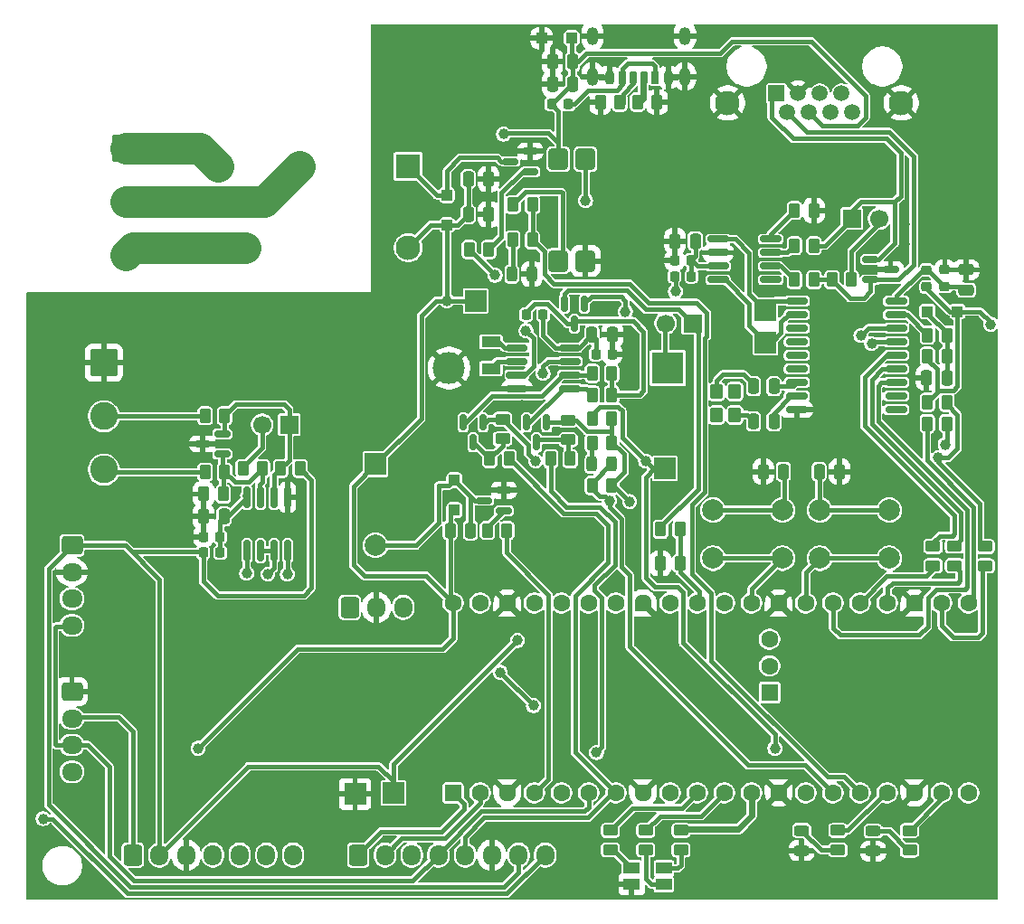
<source format=gbr>
%TF.GenerationSoftware,KiCad,Pcbnew,9.0.6-rc2*%
%TF.CreationDate,2025-10-26T22:09:15+01:00*%
%TF.ProjectId,CAN,43414e2e-6b69-4636-9164-5f7063625858,rev?*%
%TF.SameCoordinates,Original*%
%TF.FileFunction,Copper,L1,Top*%
%TF.FilePolarity,Positive*%
%FSLAX46Y46*%
G04 Gerber Fmt 4.6, Leading zero omitted, Abs format (unit mm)*
G04 Created by KiCad (PCBNEW 9.0.6-rc2) date 2025-10-26 22:09:15*
%MOMM*%
%LPD*%
G01*
G04 APERTURE LIST*
G04 Aperture macros list*
%AMRoundRect*
0 Rectangle with rounded corners*
0 $1 Rounding radius*
0 $2 $3 $4 $5 $6 $7 $8 $9 X,Y pos of 4 corners*
0 Add a 4 corners polygon primitive as box body*
4,1,4,$2,$3,$4,$5,$6,$7,$8,$9,$2,$3,0*
0 Add four circle primitives for the rounded corners*
1,1,$1+$1,$2,$3*
1,1,$1+$1,$4,$5*
1,1,$1+$1,$6,$7*
1,1,$1+$1,$8,$9*
0 Add four rect primitives between the rounded corners*
20,1,$1+$1,$2,$3,$4,$5,0*
20,1,$1+$1,$4,$5,$6,$7,0*
20,1,$1+$1,$6,$7,$8,$9,0*
20,1,$1+$1,$8,$9,$2,$3,0*%
%AMFreePoly0*
4,1,37,0.603843,0.796157,0.639018,0.796157,0.711114,0.766294,0.766294,0.711114,0.796157,0.639018,0.796157,0.603843,0.800000,0.600000,0.800000,-0.600000,0.796157,-0.603843,0.796157,-0.639018,0.766294,-0.711114,0.711114,-0.766294,0.639018,-0.796157,0.603843,-0.796157,0.600000,-0.800000,0.000000,-0.800000,0.000000,-0.796148,-0.078414,-0.796148,-0.232228,-0.765552,-0.377117,-0.705537,
-0.507515,-0.618408,-0.618408,-0.507515,-0.705537,-0.377117,-0.765552,-0.232228,-0.796148,-0.078414,-0.796148,0.078414,-0.765552,0.232228,-0.705537,0.377117,-0.618408,0.507515,-0.507515,0.618408,-0.377117,0.705537,-0.232228,0.765552,-0.078414,0.796148,0.000000,0.796148,0.000000,0.800000,0.600000,0.800000,0.603843,0.796157,0.603843,0.796157,$1*%
%AMFreePoly1*
4,1,37,0.000000,0.796148,0.078414,0.796148,0.232228,0.765552,0.377117,0.705537,0.507515,0.618408,0.618408,0.507515,0.705537,0.377117,0.765552,0.232228,0.796148,0.078414,0.796148,-0.078414,0.765552,-0.232228,0.705537,-0.377117,0.618408,-0.507515,0.507515,-0.618408,0.377117,-0.705537,0.232228,-0.765552,0.078414,-0.796148,0.000000,-0.796148,0.000000,-0.800000,-0.600000,-0.800000,
-0.603843,-0.796157,-0.639018,-0.796157,-0.711114,-0.766294,-0.766294,-0.711114,-0.796157,-0.639018,-0.796157,-0.603843,-0.800000,-0.600000,-0.800000,0.600000,-0.796157,0.603843,-0.796157,0.639018,-0.766294,0.711114,-0.711114,0.766294,-0.639018,0.796157,-0.603843,0.796157,-0.600000,0.800000,0.000000,0.800000,0.000000,0.796148,0.000000,0.796148,$1*%
G04 Aperture macros list end*
%TA.AperFunction,ComponentPad*%
%ADD10RoundRect,0.200000X0.600000X-0.600000X0.600000X0.600000X-0.600000X0.600000X-0.600000X-0.600000X0*%
%TD*%
%TA.AperFunction,ComponentPad*%
%ADD11C,1.600000*%
%TD*%
%TA.AperFunction,ComponentPad*%
%ADD12FreePoly0,90.000000*%
%TD*%
%TA.AperFunction,ComponentPad*%
%ADD13FreePoly1,90.000000*%
%TD*%
%TA.AperFunction,ComponentPad*%
%ADD14R,1.600000X1.600000*%
%TD*%
%TA.AperFunction,ComponentPad*%
%ADD15RoundRect,0.250000X-1.050000X1.050000X-1.050000X-1.050000X1.050000X-1.050000X1.050000X1.050000X0*%
%TD*%
%TA.AperFunction,ComponentPad*%
%ADD16C,2.600000*%
%TD*%
%TA.AperFunction,SMDPad,CuDef*%
%ADD17RoundRect,0.225000X0.225000X0.250000X-0.225000X0.250000X-0.225000X-0.250000X0.225000X-0.250000X0*%
%TD*%
%TA.AperFunction,SMDPad,CuDef*%
%ADD18RoundRect,0.250000X0.250000X0.475000X-0.250000X0.475000X-0.250000X-0.475000X0.250000X-0.475000X0*%
%TD*%
%TA.AperFunction,SMDPad,CuDef*%
%ADD19RoundRect,0.250000X-0.250000X-0.475000X0.250000X-0.475000X0.250000X0.475000X-0.250000X0.475000X0*%
%TD*%
%TA.AperFunction,SMDPad,CuDef*%
%ADD20RoundRect,0.250000X0.350000X-0.450000X0.350000X0.450000X-0.350000X0.450000X-0.350000X-0.450000X0*%
%TD*%
%TA.AperFunction,SMDPad,CuDef*%
%ADD21RoundRect,0.150000X-0.825000X-0.150000X0.825000X-0.150000X0.825000X0.150000X-0.825000X0.150000X0*%
%TD*%
%TA.AperFunction,SMDPad,CuDef*%
%ADD22RoundRect,0.250000X0.450000X-0.262500X0.450000X0.262500X-0.450000X0.262500X-0.450000X-0.262500X0*%
%TD*%
%TA.AperFunction,ComponentPad*%
%ADD23C,2.000000*%
%TD*%
%TA.AperFunction,SMDPad,CuDef*%
%ADD24RoundRect,0.249999X0.640001X-0.750001X0.640001X0.750001X-0.640001X0.750001X-0.640001X-0.750001X0*%
%TD*%
%TA.AperFunction,SMDPad,CuDef*%
%ADD25RoundRect,0.175000X0.175000X0.425000X-0.175000X0.425000X-0.175000X-0.425000X0.175000X-0.425000X0*%
%TD*%
%TA.AperFunction,SMDPad,CuDef*%
%ADD26RoundRect,0.190000X-0.190000X-0.410000X0.190000X-0.410000X0.190000X0.410000X-0.190000X0.410000X0*%
%TD*%
%TA.AperFunction,SMDPad,CuDef*%
%ADD27RoundRect,0.200000X-0.200000X-0.400000X0.200000X-0.400000X0.200000X0.400000X-0.200000X0.400000X0*%
%TD*%
%TA.AperFunction,SMDPad,CuDef*%
%ADD28RoundRect,0.175000X-0.175000X-0.425000X0.175000X-0.425000X0.175000X0.425000X-0.175000X0.425000X0*%
%TD*%
%TA.AperFunction,SMDPad,CuDef*%
%ADD29RoundRect,0.190000X0.190000X0.410000X-0.190000X0.410000X-0.190000X-0.410000X0.190000X-0.410000X0*%
%TD*%
%TA.AperFunction,SMDPad,CuDef*%
%ADD30RoundRect,0.200000X0.200000X0.400000X-0.200000X0.400000X-0.200000X-0.400000X0.200000X-0.400000X0*%
%TD*%
%TA.AperFunction,HeatsinkPad*%
%ADD31O,1.100000X1.700000*%
%TD*%
%TA.AperFunction,SMDPad,CuDef*%
%ADD32RoundRect,0.250000X0.262500X0.450000X-0.262500X0.450000X-0.262500X-0.450000X0.262500X-0.450000X0*%
%TD*%
%TA.AperFunction,SMDPad,CuDef*%
%ADD33RoundRect,0.250000X0.475000X-0.250000X0.475000X0.250000X-0.475000X0.250000X-0.475000X-0.250000X0*%
%TD*%
%TA.AperFunction,SMDPad,CuDef*%
%ADD34RoundRect,0.218750X-0.218750X-0.256250X0.218750X-0.256250X0.218750X0.256250X-0.218750X0.256250X0*%
%TD*%
%TA.AperFunction,SMDPad,CuDef*%
%ADD35R,2.000000X2.000000*%
%TD*%
%TA.AperFunction,ComponentPad*%
%ADD36RoundRect,0.250000X-0.600000X-0.725000X0.600000X-0.725000X0.600000X0.725000X-0.600000X0.725000X0*%
%TD*%
%TA.AperFunction,ComponentPad*%
%ADD37O,1.700000X1.950000*%
%TD*%
%TA.AperFunction,ComponentPad*%
%ADD38R,1.700000X1.700000*%
%TD*%
%TA.AperFunction,ComponentPad*%
%ADD39C,1.700000*%
%TD*%
%TA.AperFunction,SMDPad,CuDef*%
%ADD40RoundRect,0.250000X0.300000X-0.300000X0.300000X0.300000X-0.300000X0.300000X-0.300000X-0.300000X0*%
%TD*%
%TA.AperFunction,SMDPad,CuDef*%
%ADD41RoundRect,0.150000X0.587500X0.150000X-0.587500X0.150000X-0.587500X-0.150000X0.587500X-0.150000X0*%
%TD*%
%TA.AperFunction,ComponentPad*%
%ADD42RoundRect,0.250000X-0.725000X0.600000X-0.725000X-0.600000X0.725000X-0.600000X0.725000X0.600000X0*%
%TD*%
%TA.AperFunction,ComponentPad*%
%ADD43O,1.950000X1.700000*%
%TD*%
%TA.AperFunction,SMDPad,CuDef*%
%ADD44RoundRect,0.250000X-0.262500X-0.450000X0.262500X-0.450000X0.262500X0.450000X-0.262500X0.450000X0*%
%TD*%
%TA.AperFunction,SMDPad,CuDef*%
%ADD45RoundRect,0.150000X-0.150000X0.587500X-0.150000X-0.587500X0.150000X-0.587500X0.150000X0.587500X0*%
%TD*%
%TA.AperFunction,SMDPad,CuDef*%
%ADD46RoundRect,0.250000X-0.450000X0.262500X-0.450000X-0.262500X0.450000X-0.262500X0.450000X0.262500X0*%
%TD*%
%TA.AperFunction,ComponentPad*%
%ADD47R,1.500000X1.500000*%
%TD*%
%TA.AperFunction,ComponentPad*%
%ADD48C,1.500000*%
%TD*%
%TA.AperFunction,ComponentPad*%
%ADD49C,2.300000*%
%TD*%
%TA.AperFunction,ComponentPad*%
%ADD50R,2.300000X2.300000*%
%TD*%
%TA.AperFunction,SMDPad,CuDef*%
%ADD51RoundRect,0.250000X0.300000X0.300000X-0.300000X0.300000X-0.300000X-0.300000X0.300000X-0.300000X0*%
%TD*%
%TA.AperFunction,SMDPad,CuDef*%
%ADD52RoundRect,0.218750X0.256250X-0.218750X0.256250X0.218750X-0.256250X0.218750X-0.256250X-0.218750X0*%
%TD*%
%TA.AperFunction,SMDPad,CuDef*%
%ADD53R,1.800000X1.000000*%
%TD*%
%TA.AperFunction,SMDPad,CuDef*%
%ADD54RoundRect,0.225000X-0.225000X-0.250000X0.225000X-0.250000X0.225000X0.250000X-0.225000X0.250000X0*%
%TD*%
%TA.AperFunction,ComponentPad*%
%ADD55C,5.600000*%
%TD*%
%TA.AperFunction,SMDPad,CuDef*%
%ADD56R,1.500000X1.100000*%
%TD*%
%TA.AperFunction,SMDPad,CuDef*%
%ADD57RoundRect,0.150000X0.150000X-0.825000X0.150000X0.825000X-0.150000X0.825000X-0.150000X-0.825000X0*%
%TD*%
%TA.AperFunction,SMDPad,CuDef*%
%ADD58RoundRect,0.243750X0.243750X0.456250X-0.243750X0.456250X-0.243750X-0.456250X0.243750X-0.456250X0*%
%TD*%
%TA.AperFunction,SMDPad,CuDef*%
%ADD59RoundRect,0.150000X-0.875000X-0.150000X0.875000X-0.150000X0.875000X0.150000X-0.875000X0.150000X0*%
%TD*%
%TA.AperFunction,SMDPad,CuDef*%
%ADD60RoundRect,0.243750X0.456250X-0.243750X0.456250X0.243750X-0.456250X0.243750X-0.456250X-0.243750X0*%
%TD*%
%TA.AperFunction,SMDPad,CuDef*%
%ADD61RoundRect,0.150000X-0.587500X-0.150000X0.587500X-0.150000X0.587500X0.150000X-0.587500X0.150000X0*%
%TD*%
%TA.AperFunction,ComponentPad*%
%ADD62R,2.000000X2.000000*%
%TD*%
%TA.AperFunction,SMDPad,CuDef*%
%ADD63RoundRect,0.225000X0.250000X-0.225000X0.250000X0.225000X-0.250000X0.225000X-0.250000X-0.225000X0*%
%TD*%
%TA.AperFunction,ComponentPad*%
%ADD64R,3.000000X3.000000*%
%TD*%
%TA.AperFunction,ComponentPad*%
%ADD65C,3.000000*%
%TD*%
%TA.AperFunction,ViaPad*%
%ADD66C,1.000000*%
%TD*%
%TA.AperFunction,Conductor*%
%ADD67C,0.400000*%
%TD*%
%TA.AperFunction,Conductor*%
%ADD68C,0.600000*%
%TD*%
%TA.AperFunction,Conductor*%
%ADD69C,3.000000*%
%TD*%
G04 APERTURE END LIST*
D10*
%TO.P,A1,1,GPIO0*%
%TO.N,UART0_TX*%
X159570000Y-119080000D03*
D11*
%TO.P,A1,2,GPIO1*%
%TO.N,UART0_RX*%
X162110000Y-119080000D03*
D12*
%TO.P,A1,3,GND*%
%TO.N,GND*%
X164650000Y-119080000D03*
D11*
%TO.P,A1,4,GPIO2*%
%TO.N,GPIO2*%
X167190000Y-119080000D03*
%TO.P,A1,5,GPIO3*%
%TO.N,GPIO3*%
X169730000Y-119080000D03*
%TO.P,A1,6,GPIO4*%
%TO.N,I2C0_SDA*%
X172270000Y-119080000D03*
%TO.P,A1,7,GPIO5*%
%TO.N,I2C0_SCL*%
X174810000Y-119080000D03*
D12*
%TO.P,A1,8,GND*%
%TO.N,GND*%
X177350000Y-119080000D03*
D11*
%TO.P,A1,9,GPIO6*%
%TO.N,GPIO6*%
X179890000Y-119080000D03*
%TO.P,A1,10,GPIO7*%
%TO.N,GPIO7*%
X182430000Y-119080000D03*
%TO.P,A1,11,GPIO8*%
%TO.N,GPIO8*%
X184970000Y-119080000D03*
%TO.P,A1,12,GPIO9*%
%TO.N,GPIO9*%
X187510000Y-119080000D03*
D12*
%TO.P,A1,13,GND*%
%TO.N,GND*%
X190050000Y-119080000D03*
D11*
%TO.P,A1,14,GPIO10*%
%TO.N,GPIO10*%
X192590000Y-119080000D03*
%TO.P,A1,15,GPIO11*%
%TO.N,GPIO11*%
X195130000Y-119080000D03*
%TO.P,A1,16,GPIO12*%
%TO.N,GPIO12*%
X197670000Y-119080000D03*
%TO.P,A1,17,GPIO13*%
%TO.N,GPIO13*%
X200210000Y-119080000D03*
D12*
%TO.P,A1,18,GND*%
%TO.N,GND*%
X202750000Y-119080000D03*
D11*
%TO.P,A1,19,GPIO14*%
%TO.N,GPIO14*%
X205290000Y-119080000D03*
%TO.P,A1,20,GPIO15*%
%TO.N,GPIO15*%
X207830000Y-119080000D03*
%TO.P,A1,21,GPIO16*%
%TO.N,SPI0_MISO*%
X207830000Y-101300000D03*
%TO.P,A1,22,GPIO17*%
%TO.N,SPI0_CS*%
X205290000Y-101300000D03*
D13*
%TO.P,A1,23,GND*%
%TO.N,GND*%
X202750000Y-101300000D03*
D11*
%TO.P,A1,24,GPIO18*%
%TO.N,SPI0_SCK*%
X200210000Y-101300000D03*
%TO.P,A1,25,GPIO19*%
%TO.N,SPI0_MOSI*%
X197670000Y-101300000D03*
%TO.P,A1,26,GPIO20*%
%TO.N,GPIO20*%
X195130000Y-101300000D03*
%TO.P,A1,27,GPIO21*%
%TO.N,GPIO21*%
X192590000Y-101300000D03*
D13*
%TO.P,A1,28,GND*%
%TO.N,GND*%
X190050000Y-101300000D03*
D11*
%TO.P,A1,29,GPIO22*%
%TO.N,GPIO22*%
X187510000Y-101300000D03*
%TO.P,A1,30,RUN*%
%TO.N,RUN*%
X184970000Y-101300000D03*
%TO.P,A1,31,GPIO26_ADC0*%
%TO.N,ADC0*%
X182430000Y-101300000D03*
%TO.P,A1,32,GPIO27_ADC1*%
%TO.N,ADC1*%
X179890000Y-101300000D03*
D13*
%TO.P,A1,33,AGND*%
%TO.N,GND*%
X177350000Y-101300000D03*
D11*
%TO.P,A1,34,GPIO28_ADC2*%
%TO.N,ADC2*%
X174810000Y-101300000D03*
%TO.P,A1,35,ADC_VREF*%
%TO.N,ADC_REF*%
X172270000Y-101300000D03*
%TO.P,A1,36,3V3*%
%TO.N,3V3*%
X169730000Y-101300000D03*
%TO.P,A1,37,3V3_EN*%
%TO.N,3V3_EN*%
X167190000Y-101300000D03*
D13*
%TO.P,A1,38,GND*%
%TO.N,GND*%
X164650000Y-101300000D03*
D11*
%TO.P,A1,39,VSYS*%
%TO.N,+3V3*%
X162110000Y-101300000D03*
%TO.P,A1,40,VBUS*%
%TO.N,K1_Pin5*%
X159570000Y-101300000D03*
D14*
%TO.P,A1,D1,SWCLK*%
%TO.N,SWCLK*%
X189200000Y-109690000D03*
D11*
%TO.P,A1,D3,SWDIO*%
%TO.N,SWDIO*%
X189200000Y-104690000D03*
%TO.P,A1,GND*%
%TO.N,N/C*%
X189200000Y-107190000D03*
%TD*%
D15*
%TO.P,J9,1,Pin_1*%
%TO.N,GND*%
X126900000Y-78800000D03*
D16*
%TO.P,J9,2,Pin_2*%
%TO.N,RS485_A*%
X126900000Y-83800000D03*
%TO.P,J9,3,Pin_3*%
%TO.N,RS485_B*%
X126900000Y-88800000D03*
%TD*%
D17*
%TO.P,C6,1*%
%TO.N,Net-(U2-VCC)*%
X181850000Y-69200000D03*
%TO.P,C6,2*%
%TO.N,GND*%
X180300000Y-69200000D03*
%TD*%
%TO.P,C8,1*%
%TO.N,Net-(U3-VCC)*%
X137752500Y-95100000D03*
%TO.P,C8,2*%
%TO.N,GND*%
X136202500Y-95100000D03*
%TD*%
D18*
%TO.P,C14,1*%
%TO.N,Net-(BZ1--)*%
X161200000Y-94500000D03*
%TO.P,C14,2*%
%TO.N,K1_Pin5*%
X159300000Y-94500000D03*
%TD*%
D19*
%TO.P,C2,1*%
%TO.N,Net-(C2-Pad1)*%
X187700000Y-84300000D03*
%TO.P,C2,2*%
%TO.N,Net-(U1-OSC1)*%
X189600000Y-84300000D03*
%TD*%
D20*
%TO.P,Y1,1,1*%
%TO.N,Net-(C2-Pad1)*%
X185950000Y-83700000D03*
%TO.P,Y1,2,2*%
%TO.N,unconnected-(Y1-Pad2)*%
X185950000Y-81500000D03*
%TO.P,Y1,3,3*%
%TO.N,Net-(C1-Pad2)*%
X184250000Y-81500000D03*
%TO.P,Y1,4,4*%
%TO.N,unconnected-(Y1-Pad4)*%
X184250000Y-83700000D03*
%TD*%
D21*
%TO.P,U4,1,OSCI*%
%TO.N,Net-(U4-OSCI)*%
X165550000Y-77390000D03*
%TO.P,U4,2,OSCO*%
%TO.N,Net-(U4-OSCO)*%
X165550000Y-78660000D03*
%TO.P,U4,3,~{INT}*%
%TO.N,GPIO10*%
X165550000Y-79930000D03*
%TO.P,U4,4,VSS*%
%TO.N,GND*%
X165550000Y-81200000D03*
%TO.P,U4,5,SDA*%
%TO.N,I2C0_SDA_RTC*%
X170500000Y-81200000D03*
%TO.P,U4,6,SCL*%
%TO.N,I2C0_SCL_RTC*%
X170500000Y-79930000D03*
%TO.P,U4,7,CLKO*%
%TO.N,GPIO11*%
X170500000Y-78660000D03*
%TO.P,U4,8,VDD*%
%TO.N,Net-(U4-VDD)*%
X170500000Y-77390000D03*
%TD*%
D22*
%TO.P,R2,1*%
%TO.N,SPI0_SCK*%
X206500000Y-97800000D03*
%TO.P,R2,2*%
%TO.N,SPI0_SCK_CAN*%
X206500000Y-95975000D03*
%TD*%
D23*
%TO.P,SW1,1,1*%
%TO.N,Net-(C15-Pad1)*%
X193900000Y-92600000D03*
X200400000Y-92600000D03*
%TO.P,SW1,2,2*%
%TO.N,GPIO21*%
X193900000Y-97100000D03*
X200400000Y-97100000D03*
%TD*%
D24*
%TO.P,U5,1*%
%TO.N,Net-(R29-Pad1)*%
X169430000Y-69265000D03*
%TO.P,U5,2*%
%TO.N,GND*%
X171970000Y-69265000D03*
%TO.P,U5,3*%
%TO.N,Net-(R28-Pad2)*%
X171970000Y-59735000D03*
%TO.P,U5,4*%
%TO.N,K1_Pin5*%
X169430000Y-59735000D03*
%TD*%
D19*
%TO.P,C18,1*%
%TO.N,GND*%
X168870000Y-50600000D03*
%TO.P,C18,2*%
%TO.N,K1_Pin5*%
X170770000Y-50600000D03*
%TD*%
D25*
%TO.P,J1,A5,CC1*%
%TO.N,USB_CC1*%
X177450000Y-52080000D03*
D26*
%TO.P,J1,A9,VBUS*%
%TO.N,USB_VBUS*%
X175430000Y-52080000D03*
D27*
%TO.P,J1,A12,GND*%
%TO.N,GND*%
X174200000Y-52080000D03*
D28*
%TO.P,J1,B5,CC2*%
%TO.N,USB_CC2*%
X176450000Y-52080000D03*
D29*
%TO.P,J1,B9,VBUS*%
%TO.N,USB_VBUS*%
X178470000Y-52080000D03*
D30*
%TO.P,J1,B12,GND*%
%TO.N,GND*%
X179700000Y-52080000D03*
D31*
%TO.P,J1,S1,SHIELD*%
X181270000Y-52000000D03*
X181270000Y-48200000D03*
X172630000Y-52000000D03*
X172630000Y-48200000D03*
%TD*%
D32*
%TO.P,R13,1*%
%TO.N,3V3*%
X145252500Y-88700000D03*
%TO.P,R13,2*%
%TO.N,Net-(D3-A2)*%
X143427500Y-88700000D03*
%TD*%
D23*
%TO.P,SW2,1,1*%
%TO.N,Net-(C16-Pad1)*%
X183900000Y-92600000D03*
X190400000Y-92600000D03*
%TO.P,SW2,2,2*%
%TO.N,GPIO22*%
X183900000Y-97100000D03*
X190400000Y-97100000D03*
%TD*%
D22*
%TO.P,R3,1*%
%TO.N,SPI0_MOSI*%
X204500000Y-97812500D03*
%TO.P,R3,2*%
%TO.N,SPI0_MOSI_CAN*%
X204500000Y-95987500D03*
%TD*%
D33*
%TO.P,C4,1*%
%TO.N,Net-(U1-VDD)*%
X207600000Y-72000000D03*
%TO.P,C4,2*%
%TO.N,GND*%
X207600000Y-70100000D03*
%TD*%
D18*
%TO.P,C7,1*%
%TO.N,Net-(U2-VCC)*%
X182250000Y-67400000D03*
%TO.P,C7,2*%
%TO.N,GND*%
X180350000Y-67400000D03*
%TD*%
D32*
%TO.P,R23,1*%
%TO.N,I2C0_SCL*%
X164837500Y-87782500D03*
%TO.P,R23,2*%
%TO.N,Net-(Q2-D)*%
X163012500Y-87782500D03*
%TD*%
D18*
%TO.P,C1,1*%
%TO.N,Net-(U1-OSC2)*%
X189600000Y-81000000D03*
%TO.P,C1,2*%
%TO.N,Net-(C1-Pad2)*%
X187700000Y-81000000D03*
%TD*%
D34*
%TO.P,L4,1*%
%TO.N,VDD_RTC*%
X166425000Y-74300000D03*
%TO.P,L4,2*%
%TO.N,Net-(U4-VDD)*%
X168000000Y-74300000D03*
%TD*%
D18*
%TO.P,C13,1*%
%TO.N,GND*%
X162900000Y-64900000D03*
%TO.P,C13,2*%
%TO.N,K1_Pin5*%
X161000000Y-64900000D03*
%TD*%
D35*
%TO.P,TP4,1,1*%
%TO.N,CAN_TX*%
X188800000Y-73900000D03*
%TD*%
D36*
%TO.P,J5,1,Pin_1*%
%TO.N,K1_Pin5*%
X129600000Y-124900000D03*
D37*
%TO.P,J5,2,Pin_2*%
%TO.N,3V3*%
X132100000Y-124900000D03*
%TO.P,J5,3,Pin_3*%
%TO.N,GND*%
X134600000Y-124900000D03*
%TO.P,J5,4,Pin_4*%
%TO.N,SPI0_MISO*%
X137100000Y-124900000D03*
%TO.P,J5,5,Pin_5*%
%TO.N,SPI0_CS*%
X139600000Y-124900000D03*
%TO.P,J5,6,Pin_6*%
%TO.N,SPI0_SCK*%
X142100000Y-124900000D03*
%TO.P,J5,7,Pin_7*%
%TO.N,SPI0_MOSI*%
X144600000Y-124900000D03*
%TD*%
D38*
%TO.P,JP3,1,A*%
%TO.N,+BATT*%
X182000000Y-75100000D03*
D39*
%TO.P,JP3,2,B*%
%TO.N,Net-(BT1-+)*%
X179460000Y-75100000D03*
%TD*%
D40*
%TO.P,D8,1,K*%
%TO.N,K1_Pin5*%
X159700000Y-92600000D03*
%TO.P,D8,2,A*%
%TO.N,Net-(BZ1--)*%
X159700000Y-89800000D03*
%TD*%
D32*
%TO.P,R6,1*%
%TO.N,Net-(D1-A)*%
X205800000Y-76200000D03*
%TO.P,R6,2*%
%TO.N,Net-(U1-~{RESET})*%
X203975000Y-76200000D03*
%TD*%
D41*
%TO.P,D3,1,A1*%
%TO.N,Net-(D3-A1)*%
X137977500Y-87350000D03*
%TO.P,D3,2,A2*%
%TO.N,Net-(D3-A2)*%
X137977500Y-85450000D03*
%TO.P,D3,3,common*%
%TO.N,GND*%
X136102500Y-86400000D03*
%TD*%
D32*
%TO.P,R16,1*%
%TO.N,Net-(D3-A1)*%
X138190000Y-89050000D03*
%TO.P,R16,2*%
%TO.N,RS485_B*%
X136365000Y-89050000D03*
%TD*%
D42*
%TO.P,J2,1,Pin_1*%
%TO.N,3V3*%
X123900000Y-95900000D03*
D43*
%TO.P,J2,2,Pin_2*%
%TO.N,GND*%
X123900000Y-98400000D03*
%TO.P,J2,3,Pin_3*%
%TO.N,I2C0_SCL*%
X123900000Y-100900000D03*
%TO.P,J2,4,Pin_4*%
%TO.N,I2C0_SDA*%
X123900000Y-103400000D03*
%TD*%
D44*
%TO.P,R21,1*%
%TO.N,Net-(D5-A)*%
X172600000Y-86300000D03*
%TO.P,R21,2*%
%TO.N,3V3*%
X174425000Y-86300000D03*
%TD*%
D45*
%TO.P,Q1,1,G*%
%TO.N,3V3*%
X168337500Y-84395000D03*
%TO.P,Q1,2,S*%
%TO.N,I2C0_SDA_RTC*%
X166437500Y-84395000D03*
%TO.P,Q1,3,D*%
%TO.N,Net-(Q1-D)*%
X167387500Y-86270000D03*
%TD*%
D18*
%TO.P,C5,1*%
%TO.N,Net-(D1-A)*%
X205787500Y-80200000D03*
%TO.P,C5,2*%
%TO.N,GND*%
X203887500Y-80200000D03*
%TD*%
D32*
%TO.P,R35,1*%
%TO.N,GND*%
X178670000Y-54400000D03*
%TO.P,R35,2*%
%TO.N,USB_CC1*%
X176845000Y-54400000D03*
%TD*%
D38*
%TO.P,JP2,1,A*%
%TO.N,Net-(D3-A2)*%
X144240000Y-84600000D03*
D39*
%TO.P,JP2,2,B*%
%TO.N,Net-(JP2-B)*%
X141700000Y-84600000D03*
%TD*%
D22*
%TO.P,R33,1*%
%TO.N,Net-(D9-VDD)*%
X174300000Y-124412500D03*
%TO.P,R33,2*%
%TO.N,GPIO7*%
X174300000Y-122587500D03*
%TD*%
D35*
%TO.P,TP2,1,1*%
%TO.N,GND*%
X150400000Y-119200000D03*
%TD*%
D32*
%TO.P,R28,1*%
%TO.N,Net-(Q3-B)*%
X162912500Y-68200000D03*
%TO.P,R28,2*%
%TO.N,Net-(R28-Pad2)*%
X161087500Y-68200000D03*
%TD*%
D40*
%TO.P,D7,1,K*%
%TO.N,K1_Pin5*%
X159000000Y-65900000D03*
%TO.P,D7,2,A*%
%TO.N,K1_Pin1*%
X159000000Y-63100000D03*
%TD*%
D35*
%TO.P,TP3,1,1*%
%TO.N,CAN_RX*%
X188800000Y-76900000D03*
%TD*%
D34*
%TO.P,L2,1*%
%TO.N,3V3*%
X180300000Y-70700000D03*
%TO.P,L2,2*%
%TO.N,Net-(U2-VCC)*%
X181875000Y-70700000D03*
%TD*%
D19*
%TO.P,C17,1*%
%TO.N,GND*%
X168870000Y-52700000D03*
%TO.P,C17,2*%
%TO.N,K1_Pin5*%
X170770000Y-52700000D03*
%TD*%
D32*
%TO.P,R18,1*%
%TO.N,VDD_RTC*%
X174425000Y-81795000D03*
%TO.P,R18,2*%
%TO.N,I2C0_SDA_RTC*%
X172600000Y-81795000D03*
%TD*%
D44*
%TO.P,R8,1*%
%TO.N,Net-(U2-Rs)*%
X191525000Y-64530000D03*
%TO.P,R8,2*%
%TO.N,GND*%
X193350000Y-64530000D03*
%TD*%
%TO.P,R36,1*%
%TO.N,GND*%
X173357500Y-54400000D03*
%TO.P,R36,2*%
%TO.N,USB_CC2*%
X175182500Y-54400000D03*
%TD*%
D46*
%TO.P,R24,1*%
%TO.N,3V3*%
X170337500Y-84195000D03*
%TO.P,R24,2*%
%TO.N,Net-(Q1-D)*%
X170337500Y-86020000D03*
%TD*%
D44*
%TO.P,R4,1*%
%TO.N,3V3*%
X203975000Y-82500000D03*
%TO.P,R4,2*%
%TO.N,SPI0_CS_CAN*%
X205800000Y-82500000D03*
%TD*%
D47*
%TO.P,J6,1*%
%TO.N,CANH*%
X189840000Y-53590000D03*
D48*
%TO.P,J6,2*%
%TO.N,CANL*%
X190856000Y-55370000D03*
%TO.P,J6,3*%
%TO.N,GND*%
X191872000Y-53590000D03*
%TO.P,J6,4*%
%TO.N,K1_Pin5*%
X192888000Y-55370000D03*
%TO.P,J6,5*%
%TO.N,unconnected-(J6-Pad5)*%
X193904000Y-53590000D03*
%TO.P,J6,6*%
%TO.N,unconnected-(J6-Pad6)*%
X194920000Y-55370000D03*
%TO.P,J6,7*%
%TO.N,unconnected-(J6-Pad7)*%
X195936000Y-53590000D03*
%TO.P,J6,8*%
%TO.N,unconnected-(J6-Pad8)*%
X196952000Y-55370000D03*
D49*
%TO.P,J6,SH*%
%TO.N,GND*%
X185270000Y-54480000D03*
X201530000Y-54480000D03*
%TD*%
D42*
%TO.P,J3,1,Pin_1*%
%TO.N,GND*%
X123900000Y-109600000D03*
D43*
%TO.P,J3,2,Pin_2*%
%TO.N,K1_Pin5*%
X123900000Y-112100000D03*
%TO.P,J3,3,Pin_3*%
%TO.N,I2C0_SDA*%
X123900000Y-114600000D03*
%TO.P,J3,4,Pin_4*%
%TO.N,I2C0_SCL*%
X123900000Y-117100000D03*
%TD*%
D44*
%TO.P,R10,1*%
%TO.N,Net-(U2-CANL)*%
X191525000Y-71030000D03*
%TO.P,R10,2*%
%TO.N,CANL*%
X193350000Y-71030000D03*
%TD*%
D38*
%TO.P,JP1,1,A*%
%TO.N,CANH*%
X196900000Y-65300000D03*
D39*
%TO.P,JP1,2,B*%
%TO.N,Net-(JP1-B)*%
X199440000Y-65300000D03*
%TD*%
D50*
%TO.P,K1,1*%
%TO.N,K1_Pin1*%
X155375000Y-60400000D03*
D49*
%TO.P,K1,2*%
%TO.N,K1_Pin2*%
X145215000Y-60400000D03*
%TO.P,K1,3*%
%TO.N,K1_Pin3*%
X137595000Y-60400000D03*
%TO.P,K1,4*%
%TO.N,K1_Pin4*%
X140135000Y-68020000D03*
%TO.P,K1,5*%
%TO.N,K1_Pin5*%
X155375000Y-68020000D03*
%TD*%
D35*
%TO.P,TP1,1,1*%
%TO.N,3V3*%
X154000000Y-119100000D03*
%TD*%
D51*
%TO.P,D10,1,K*%
%TO.N,K1_Pin5*%
X170670000Y-48400000D03*
%TO.P,D10,2,A*%
%TO.N,GND*%
X167870000Y-48400000D03*
%TD*%
D36*
%TO.P,J7,1,Pin_1*%
%TO.N,SWCLK*%
X149900000Y-101700000D03*
D37*
%TO.P,J7,2,Pin_2*%
%TO.N,GND*%
X152400000Y-101700000D03*
%TO.P,J7,3,Pin_3*%
%TO.N,SWDIO*%
X154900000Y-101700000D03*
%TD*%
D44*
%TO.P,R5,1*%
%TO.N,SPI0_MISO*%
X203962500Y-84500000D03*
%TO.P,R5,2*%
%TO.N,Net-(U1-SO)*%
X205787500Y-84500000D03*
%TD*%
D19*
%TO.P,C11,1*%
%TO.N,Net-(U4-VDD)*%
X172575000Y-76195000D03*
%TO.P,C11,2*%
%TO.N,GND*%
X174475000Y-76195000D03*
%TD*%
D44*
%TO.P,R12,1*%
%TO.N,Net-(JP2-B)*%
X139915000Y-88700000D03*
%TO.P,R12,2*%
%TO.N,Net-(D3-A1)*%
X141740000Y-88700000D03*
%TD*%
D32*
%TO.P,R14,1*%
%TO.N,Net-(D3-A1)*%
X138052500Y-91100000D03*
%TO.P,R14,2*%
%TO.N,GND*%
X136227500Y-91100000D03*
%TD*%
%TO.P,R11,1*%
%TO.N,Net-(JP1-B)*%
X196862500Y-71030000D03*
%TO.P,R11,2*%
%TO.N,CANL*%
X195037500Y-71030000D03*
%TD*%
D44*
%TO.P,R25,1*%
%TO.N,I2C0_SDA*%
X168712500Y-87795000D03*
%TO.P,R25,2*%
%TO.N,Net-(Q1-D)*%
X170537500Y-87795000D03*
%TD*%
D32*
%TO.P,R20,1*%
%TO.N,3V3*%
X174425000Y-90300000D03*
%TO.P,R20,2*%
%TO.N,GPIO11*%
X172600000Y-90300000D03*
%TD*%
D34*
%TO.P,L3,1*%
%TO.N,3V3*%
X136190000Y-96600000D03*
%TO.P,L3,2*%
%TO.N,Net-(U3-VCC)*%
X137765000Y-96600000D03*
%TD*%
D46*
%TO.P,R22,1*%
%TO.N,3V3*%
X164200000Y-84100000D03*
%TO.P,R22,2*%
%TO.N,Net-(Q2-D)*%
X164200000Y-85925000D03*
%TD*%
D22*
%TO.P,R34,1*%
%TO.N,Net-(D9-DI)*%
X180900000Y-124412500D03*
%TO.P,R34,2*%
%TO.N,GPIO9*%
X180900000Y-122587500D03*
%TD*%
D52*
%TO.P,L1,1*%
%TO.N,3V3*%
X203900000Y-71687500D03*
%TO.P,L1,2*%
%TO.N,Net-(U1-VDD)*%
X203900000Y-70112500D03*
%TD*%
D45*
%TO.P,D4,1*%
%TO.N,3V3*%
X171875000Y-73257500D03*
%TO.P,D4,2*%
%TO.N,+BATT*%
X169975000Y-73257500D03*
%TO.P,D4,3*%
%TO.N,VDD_RTC*%
X170925000Y-75132500D03*
%TD*%
D32*
%TO.P,R27,1*%
%TO.N,ADC0*%
X180812500Y-97600000D03*
%TO.P,R27,2*%
%TO.N,GND*%
X178987500Y-97600000D03*
%TD*%
D18*
%TO.P,C16,1*%
%TO.N,Net-(C16-Pad1)*%
X190500000Y-89000000D03*
%TO.P,C16,2*%
%TO.N,GND*%
X188600000Y-89000000D03*
%TD*%
D44*
%TO.P,R19,1*%
%TO.N,GPIO10*%
X172600000Y-84000000D03*
%TO.P,R19,2*%
%TO.N,3V3*%
X174425000Y-84000000D03*
%TD*%
%TO.P,R15,1*%
%TO.N,RS485_A*%
X136365000Y-83750000D03*
%TO.P,R15,2*%
%TO.N,Net-(D3-A2)*%
X138190000Y-83750000D03*
%TD*%
D35*
%TO.P,TP6,1,1*%
%TO.N,K1_Pin5*%
X161700000Y-73000000D03*
%TD*%
D53*
%TO.P,Y2,1,1*%
%TO.N,Net-(U4-OSCO)*%
X163100000Y-79345000D03*
%TO.P,Y2,2,2*%
%TO.N,Net-(U4-OSCI)*%
X163100000Y-76845000D03*
%TD*%
D54*
%TO.P,C10,1*%
%TO.N,Net-(U4-VDD)*%
X172935000Y-77995000D03*
%TO.P,C10,2*%
%TO.N,GND*%
X174485000Y-77995000D03*
%TD*%
D44*
%TO.P,R7,1*%
%TO.N,3V3*%
X203962500Y-78200000D03*
%TO.P,R7,2*%
%TO.N,Net-(D1-A)*%
X205787500Y-78200000D03*
%TD*%
D55*
%TO.P,H2,1,1*%
%TO.N,GND*%
X207500000Y-50100000D03*
%TD*%
D22*
%TO.P,R1,1*%
%TO.N,SPI0_CS*%
X209400000Y-97825000D03*
%TO.P,R1,2*%
%TO.N,SPI0_CS_CAN*%
X209400000Y-96000000D03*
%TD*%
D56*
%TO.P,D9,1,DO*%
%TO.N,Net-(D9-DO)*%
X179300000Y-127637500D03*
%TO.P,D9,2,GND*%
%TO.N,GND*%
X176300000Y-127637500D03*
%TO.P,D9,3,VDD*%
%TO.N,Net-(D9-VDD)*%
X176300000Y-126137500D03*
%TO.P,D9,4,DI*%
%TO.N,Net-(D9-DI)*%
X179300000Y-126137500D03*
%TD*%
D34*
%TO.P,L5,1*%
%TO.N,K1_Pin5*%
X168795000Y-54575000D03*
%TO.P,L5,2*%
%TO.N,USB_VBUS*%
X170370000Y-54575000D03*
%TD*%
D41*
%TO.P,Q3,1,B*%
%TO.N,Net-(Q3-B)*%
X166800000Y-60900000D03*
%TO.P,Q3,2,E*%
%TO.N,GND*%
X166800000Y-59000000D03*
%TO.P,Q3,3,C*%
%TO.N,K1_Pin1*%
X164925000Y-59950000D03*
%TD*%
D57*
%TO.P,U3,1,RO*%
%TO.N,UART0_RX*%
X140260000Y-96375000D03*
%TO.P,U3,2,~{RE}*%
%TO.N,GPIO3*%
X141530000Y-96375000D03*
%TO.P,U3,3,DE*%
X142800000Y-96375000D03*
%TO.P,U3,4,DI*%
%TO.N,UART0_TX*%
X144070000Y-96375000D03*
%TO.P,U3,5,GND*%
%TO.N,GND*%
X144070000Y-91425000D03*
%TO.P,U3,6,A*%
%TO.N,Net-(D3-A2)*%
X142800000Y-91425000D03*
%TO.P,U3,7,B*%
%TO.N,Net-(D3-A1)*%
X141530000Y-91425000D03*
%TO.P,U3,8,VCC*%
%TO.N,Net-(U3-VCC)*%
X140260000Y-91425000D03*
%TD*%
D44*
%TO.P,R26,1*%
%TO.N,+BATT*%
X178987500Y-94400000D03*
%TO.P,R26,2*%
%TO.N,ADC0*%
X180812500Y-94400000D03*
%TD*%
%TO.P,R31,1*%
%TO.N,Net-(Q7-B)*%
X162775000Y-94500000D03*
%TO.P,R31,2*%
%TO.N,GPIO2*%
X164600000Y-94500000D03*
%TD*%
D58*
%TO.P,D6,1,K*%
%TO.N,GND*%
X166937500Y-70500000D03*
%TO.P,D6,2,A*%
%TO.N,Net-(D6-A)*%
X165062500Y-70500000D03*
%TD*%
D45*
%TO.P,Q2,1,G*%
%TO.N,3V3*%
X162400000Y-84382500D03*
%TO.P,Q2,2,S*%
%TO.N,I2C0_SCL_RTC*%
X160500000Y-84382500D03*
%TO.P,Q2,3,D*%
%TO.N,Net-(Q2-D)*%
X161450000Y-86257500D03*
%TD*%
D22*
%TO.P,R32,1*%
%TO.N,Net-(D9-DO)*%
X177600000Y-124412500D03*
%TO.P,R32,2*%
%TO.N,GPIO8*%
X177600000Y-122587500D03*
%TD*%
D59*
%TO.P,U1,1,TXCAN*%
%TO.N,CAN_TX*%
X191750000Y-73020000D03*
%TO.P,U1,2,RXCAN*%
%TO.N,CAN_RX*%
X191750000Y-74290000D03*
%TO.P,U1,3,CLKOUT/SOF*%
%TO.N,unconnected-(U1-CLKOUT{slash}SOF-Pad3)*%
X191750000Y-75560000D03*
%TO.P,U1,4,~{TX0RTS}*%
%TO.N,unconnected-(U1-~{TX0RTS}-Pad4)*%
X191750000Y-76830000D03*
%TO.P,U1,5,~{TX1RTS}*%
%TO.N,unconnected-(U1-~{TX1RTS}-Pad5)*%
X191750000Y-78100000D03*
%TO.P,U1,6,~{TX2RTS}*%
%TO.N,unconnected-(U1-~{TX2RTS}-Pad6)*%
X191750000Y-79370000D03*
%TO.P,U1,7,OSC2*%
%TO.N,Net-(U1-OSC2)*%
X191750000Y-80640000D03*
%TO.P,U1,8,OSC1*%
%TO.N,Net-(U1-OSC1)*%
X191750000Y-81910000D03*
%TO.P,U1,9,VSS*%
%TO.N,GND*%
X191750000Y-83180000D03*
%TO.P,U1,10,~{RX1BF}*%
%TO.N,unconnected-(U1-~{RX1BF}-Pad10)*%
X201050000Y-83180000D03*
%TO.P,U1,11,~{RX0BF}*%
%TO.N,unconnected-(U1-~{RX0BF}-Pad11)*%
X201050000Y-81910000D03*
%TO.P,U1,12,~{INT}*%
%TO.N,GPIO20*%
X201050000Y-80640000D03*
%TO.P,U1,13,SCK*%
%TO.N,SPI0_SCK_CAN*%
X201050000Y-79370000D03*
%TO.P,U1,14,SI*%
%TO.N,SPI0_MOSI_CAN*%
X201050000Y-78100000D03*
%TO.P,U1,15,SO*%
%TO.N,Net-(U1-SO)*%
X201050000Y-76830000D03*
%TO.P,U1,16,~{CS}*%
%TO.N,SPI0_CS_CAN*%
X201050000Y-75560000D03*
%TO.P,U1,17,~{RESET}*%
%TO.N,Net-(U1-~{RESET})*%
X201050000Y-74290000D03*
%TO.P,U1,18,VDD*%
%TO.N,Net-(U1-VDD)*%
X201050000Y-73020000D03*
%TD*%
D21*
%TO.P,U2,1,D*%
%TO.N,CAN_TX*%
X184375000Y-67225000D03*
%TO.P,U2,2,GND*%
%TO.N,GND*%
X184375000Y-68495000D03*
%TO.P,U2,3,VCC*%
%TO.N,Net-(U2-VCC)*%
X184375000Y-69765000D03*
%TO.P,U2,4,R*%
%TO.N,CAN_RX*%
X184375000Y-71035000D03*
%TO.P,U2,5,Vref*%
%TO.N,unconnected-(U2-Vref-Pad5)*%
X189325000Y-71035000D03*
%TO.P,U2,6,CANL*%
%TO.N,Net-(U2-CANL)*%
X189325000Y-69765000D03*
%TO.P,U2,7,CANH*%
%TO.N,Net-(U2-CANH)*%
X189325000Y-68495000D03*
%TO.P,U2,8,Rs*%
%TO.N,Net-(U2-Rs)*%
X189325000Y-67225000D03*
%TD*%
D19*
%TO.P,C15,1*%
%TO.N,Net-(C15-Pad1)*%
X193850000Y-89000000D03*
%TO.P,C15,2*%
%TO.N,GND*%
X195750000Y-89000000D03*
%TD*%
D36*
%TO.P,J4,1,Pin_1*%
%TO.N,UART0_TX*%
X150700000Y-124900000D03*
D37*
%TO.P,J4,2,Pin_2*%
%TO.N,UART0_RX*%
X153200000Y-124900000D03*
%TO.P,J4,3,Pin_3*%
%TO.N,GPIO6*%
X155700000Y-124900000D03*
%TO.P,J4,4,Pin_4*%
%TO.N,I2C0_SDA*%
X158200000Y-124900000D03*
%TO.P,J4,5,Pin_5*%
%TO.N,I2C0_SCL*%
X160700000Y-124900000D03*
%TO.P,J4,6,Pin_6*%
%TO.N,GND*%
X163200000Y-124900000D03*
%TO.P,J4,7,Pin_7*%
%TO.N,3V3*%
X165700000Y-124900000D03*
%TO.P,J4,8,Pin_8*%
%TO.N,K1_Pin5*%
X168200000Y-124900000D03*
%TD*%
D22*
%TO.P,R37,1*%
%TO.N,Net-(D11-A)*%
X195600000Y-124412500D03*
%TO.P,R37,2*%
%TO.N,GPIO13*%
X195600000Y-122587500D03*
%TD*%
D18*
%TO.P,C12,1*%
%TO.N,GND*%
X162900000Y-61600000D03*
%TO.P,C12,2*%
%TO.N,K1_Pin5*%
X161000000Y-61600000D03*
%TD*%
D60*
%TO.P,D11,1,K*%
%TO.N,GND*%
X192200000Y-124475000D03*
%TO.P,D11,2,A*%
%TO.N,Net-(D11-A)*%
X192200000Y-122600000D03*
%TD*%
D44*
%TO.P,R30,1*%
%TO.N,Net-(D6-A)*%
X165175000Y-67300000D03*
%TO.P,R30,2*%
%TO.N,GPIO12*%
X167000000Y-67300000D03*
%TD*%
D18*
%TO.P,C9,1*%
%TO.N,Net-(U3-VCC)*%
X138127500Y-93200000D03*
%TO.P,C9,2*%
%TO.N,GND*%
X136227500Y-93200000D03*
%TD*%
D41*
%TO.P,Q7,1,B*%
%TO.N,Net-(Q7-B)*%
X164337500Y-92650000D03*
%TO.P,Q7,2,E*%
%TO.N,GND*%
X164337500Y-90750000D03*
%TO.P,Q7,3,C*%
%TO.N,Net-(BZ1--)*%
X162462500Y-91700000D03*
%TD*%
D58*
%TO.P,D5,1,K*%
%TO.N,GPIO11*%
X174425000Y-88300000D03*
%TO.P,D5,2,A*%
%TO.N,Net-(D5-A)*%
X172550000Y-88300000D03*
%TD*%
D44*
%TO.P,R9,1*%
%TO.N,Net-(U2-CANH)*%
X191525000Y-67830000D03*
%TO.P,R9,2*%
%TO.N,CANH*%
X193350000Y-67830000D03*
%TD*%
D61*
%TO.P,D2,1,A1*%
%TO.N,CANH*%
X198650000Y-69130000D03*
%TO.P,D2,2,A2*%
%TO.N,CANL*%
X198650000Y-71030000D03*
%TO.P,D2,3,common*%
%TO.N,GND*%
X200525000Y-70080000D03*
%TD*%
D62*
%TO.P,BZ1,1,+*%
%TO.N,K1_Pin5*%
X152300000Y-88300000D03*
D23*
%TO.P,BZ1,2,-*%
%TO.N,Net-(BZ1--)*%
X152300000Y-95900000D03*
%TD*%
D15*
%TO.P,J8,1,Pin_1*%
%TO.N,K1_Pin3*%
X128927500Y-58700000D03*
D16*
%TO.P,J8,2,Pin_2*%
%TO.N,K1_Pin2*%
X128927500Y-63700000D03*
%TO.P,J8,3,Pin_3*%
%TO.N,K1_Pin4*%
X128927500Y-68700000D03*
%TD*%
D22*
%TO.P,R38,1*%
%TO.N,Net-(D12-A)*%
X202300000Y-124425000D03*
%TO.P,R38,2*%
%TO.N,GPIO14*%
X202300000Y-122600000D03*
%TD*%
D51*
%TO.P,D1,1,K*%
%TO.N,3V3*%
X206775000Y-74000000D03*
%TO.P,D1,2,A*%
%TO.N,Net-(D1-A)*%
X203975000Y-74000000D03*
%TD*%
D32*
%TO.P,R17,1*%
%TO.N,VDD_RTC*%
X174425000Y-79795000D03*
%TO.P,R17,2*%
%TO.N,I2C0_SCL_RTC*%
X172600000Y-79795000D03*
%TD*%
D60*
%TO.P,D12,1,K*%
%TO.N,GND*%
X198900000Y-124537500D03*
%TO.P,D12,2,A*%
%TO.N,Net-(D12-A)*%
X198900000Y-122662500D03*
%TD*%
D55*
%TO.P,H1,1,1*%
%TO.N,GND*%
X207500000Y-126100000D03*
%TD*%
D35*
%TO.P,TP5,1,1*%
%TO.N,GPIO10*%
X179400000Y-88700000D03*
%TD*%
D63*
%TO.P,C3,1*%
%TO.N,Net-(U1-VDD)*%
X205600000Y-71650000D03*
%TO.P,C3,2*%
%TO.N,GND*%
X205600000Y-70100000D03*
%TD*%
D44*
%TO.P,R29,1*%
%TO.N,Net-(R29-Pad1)*%
X165187500Y-64000000D03*
%TO.P,R29,2*%
%TO.N,GPIO12*%
X167012500Y-64000000D03*
%TD*%
D64*
%TO.P,BT1,1,+*%
%TO.N,Net-(BT1-+)*%
X179670000Y-79295001D03*
D65*
%TO.P,BT1,2,-*%
%TO.N,GND*%
X159180000Y-79295001D03*
%TD*%
D66*
%TO.N,GND*%
X207900000Y-103300000D03*
X154000000Y-103500000D03*
%TO.N,GPIO3*%
X164000000Y-107800000D03*
X167100000Y-110900000D03*
%TO.N,K1_Pin5*%
X164300000Y-57400000D03*
X159000000Y-73000000D03*
X121200000Y-121500000D03*
X135700000Y-114900000D03*
%TO.N,GND*%
X181700000Y-108000000D03*
X145400000Y-102200000D03*
X208000000Y-107700000D03*
X205000000Y-62000000D03*
X163000000Y-97800000D03*
X201800000Y-67700000D03*
X165800000Y-111700000D03*
X173300000Y-125900000D03*
X187600000Y-123100000D03*
X169700000Y-75900000D03*
X179670000Y-50700000D03*
X194600000Y-77800000D03*
X186250000Y-69000000D03*
X143700000Y-94000000D03*
X201800000Y-65800000D03*
X197800000Y-125900000D03*
X170700000Y-91400000D03*
X166000000Y-82800000D03*
X128100000Y-73200000D03*
X209400000Y-122400000D03*
X176900000Y-113400000D03*
X197900000Y-108500000D03*
X208000000Y-110500000D03*
X181700000Y-106900000D03*
X153800000Y-108900000D03*
X143000000Y-113000000D03*
X183800000Y-125900000D03*
X202800000Y-105200000D03*
X168900000Y-66300000D03*
X130300000Y-73200000D03*
X129900000Y-104000000D03*
X145400000Y-97600000D03*
X175700000Y-113400000D03*
X177200000Y-48200000D03*
X156700000Y-117700000D03*
X143000000Y-111800000D03*
X178600000Y-91400000D03*
X179900000Y-81800000D03*
X205000000Y-63400000D03*
X201700000Y-84500000D03*
X139000000Y-119900000D03*
X187100000Y-94800000D03*
X153800000Y-107700000D03*
X167700000Y-89200000D03*
X125900000Y-120800000D03*
X189000000Y-123100000D03*
X202800000Y-106700000D03*
X128500000Y-120000000D03*
X161400000Y-97800000D03*
X156700000Y-118800000D03*
X179200000Y-48200000D03*
X179900000Y-91400000D03*
X171900000Y-125900000D03*
X169900000Y-98100000D03*
X190300000Y-59100000D03*
X140400000Y-119900000D03*
X188500000Y-59100000D03*
X176300000Y-80800000D03*
X176600000Y-89200000D03*
X197200000Y-94800000D03*
X173500000Y-73700000D03*
X174900000Y-99000000D03*
X174370000Y-50700000D03*
X182700000Y-104100000D03*
X194600000Y-76300000D03*
X125900000Y-122700000D03*
X142000000Y-94000000D03*
X128500000Y-118500000D03*
X171600000Y-98100000D03*
X176400000Y-93300000D03*
X129900000Y-102600000D03*
X165800000Y-112900000D03*
%TO.N,GPIO11*%
X174200000Y-91700000D03*
X168000000Y-79800000D03*
%TO.N,UART0_TX*%
X144070000Y-98600000D03*
%TO.N,I2C0_SDA*%
X173000000Y-115300000D03*
%TO.N,GPIO3*%
X142240000Y-98600000D03*
%TO.N,UART0_RX*%
X140260000Y-98520000D03*
%TO.N,3V3*%
X165600000Y-104800000D03*
X209900000Y-75200000D03*
X167300000Y-88000000D03*
X180375000Y-72125000D03*
X175700000Y-74000000D03*
X176100000Y-91800000D03*
%TO.N,GPIO10*%
X189700000Y-114900000D03*
X177600000Y-88000000D03*
X166400000Y-75800000D03*
%TO.N,Net-(U1-SO)*%
X205625000Y-86450000D03*
X198750000Y-77000000D03*
%TO.N,SPI0_CS_CAN*%
X197750000Y-76250000D03*
X204975000Y-87700000D03*
%TO.N,Net-(R28-Pad2)*%
X171970000Y-63600000D03*
X163500000Y-70600000D03*
%TD*%
D67*
%TO.N,SPI0_CS*%
X206400000Y-104500000D02*
X205300000Y-103400000D01*
X208700000Y-104500000D02*
X206400000Y-104500000D01*
X209100000Y-98125000D02*
X209100000Y-104100000D01*
X209100000Y-104100000D02*
X208700000Y-104500000D01*
X209400000Y-97825000D02*
X209100000Y-98125000D01*
X205300000Y-103400000D02*
X205300000Y-101300000D01*
%TO.N,GPIO20*%
X195140000Y-103640000D02*
X195140000Y-101300000D01*
X195800000Y-104300000D02*
X195140000Y-103640000D01*
X204000000Y-103500000D02*
X203200000Y-104300000D01*
X204000000Y-100800000D02*
X204000000Y-103500000D01*
X204800000Y-100000000D02*
X204000000Y-100800000D01*
X207700000Y-99800000D02*
X207500000Y-100000000D01*
X207700000Y-92601472D02*
X207700000Y-99800000D01*
X199350000Y-84251472D02*
X207700000Y-92601472D01*
X199660000Y-80640000D02*
X199350000Y-80950000D01*
X201050000Y-80640000D02*
X199660000Y-80640000D01*
X199350000Y-80950000D02*
X199350000Y-84251472D01*
X207500000Y-100000000D02*
X204800000Y-100000000D01*
X203200000Y-104300000D02*
X195800000Y-104300000D01*
%TO.N,GPIO10*%
X178294999Y-88694999D02*
X177600000Y-88000000D01*
X179545000Y-88694999D02*
X178294999Y-88694999D01*
X178400000Y-88694999D02*
X179545000Y-88694999D01*
X177600000Y-89494999D02*
X178400000Y-88694999D01*
X177600000Y-98900000D02*
X177600000Y-89494999D01*
X180600000Y-99800000D02*
X178500000Y-99800000D01*
X181100000Y-100300000D02*
X180600000Y-99800000D01*
X181100000Y-105000000D02*
X181100000Y-100300000D01*
X189700000Y-114900000D02*
X189700000Y-113600000D01*
X189700000Y-113600000D02*
X181100000Y-105000000D01*
X178500000Y-99800000D02*
X177600000Y-98900000D01*
%TO.N,GPIO3*%
X164000000Y-107800000D02*
X167100000Y-110900000D01*
%TO.N,K1_Pin5*%
X156600000Y-84000000D02*
X152300000Y-88300000D01*
X157030000Y-98750000D02*
X159580000Y-101300000D01*
X164300000Y-57400000D02*
X164400000Y-57300000D01*
X159300000Y-93000000D02*
X159700000Y-92600000D01*
X172070000Y-49800000D02*
X184600000Y-49800000D01*
X198200000Y-55800000D02*
X197400000Y-56600000D01*
X164600000Y-128500000D02*
X129100000Y-128500000D01*
X159000000Y-65900000D02*
X159000000Y-73000000D01*
X161700000Y-73000000D02*
X158000000Y-73000000D01*
X168795000Y-54575000D02*
X170670000Y-52700000D01*
X170770000Y-50600000D02*
X170770000Y-52700000D01*
X128300000Y-112000000D02*
X124000000Y-112000000D01*
X168795000Y-54575000D02*
X169430000Y-55210000D01*
X145000000Y-105600000D02*
X158600000Y-105600000D01*
X193100000Y-48700000D02*
X198200000Y-53800000D01*
X170670000Y-48400000D02*
X170670000Y-50500000D01*
X159300000Y-94500000D02*
X159300000Y-101020000D01*
X169430000Y-58905000D02*
X168795000Y-59540000D01*
X184600000Y-49800000D02*
X185700000Y-48700000D01*
X122100000Y-121500000D02*
X121400000Y-121500000D01*
X159580000Y-104620000D02*
X159580000Y-101300000D01*
X151250000Y-98750000D02*
X157030000Y-98750000D01*
X170770000Y-50600000D02*
X171270000Y-50600000D01*
X170670000Y-52700000D02*
X170770000Y-52700000D01*
X168200000Y-124900000D02*
X164600000Y-128500000D01*
X159300000Y-101020000D02*
X159580000Y-101300000D01*
X150250000Y-90350000D02*
X150250000Y-97750000D01*
X198200000Y-53800000D02*
X198200000Y-55800000D01*
X161000000Y-61600000D02*
X161000000Y-64900000D01*
X161000000Y-64900000D02*
X160000000Y-65900000D01*
X159000000Y-73000000D02*
X161700000Y-73000000D01*
X129100000Y-128500000D02*
X122100000Y-121500000D01*
X129600000Y-124900000D02*
X129600000Y-113300000D01*
X129600000Y-113300000D02*
X128300000Y-112000000D01*
X168500000Y-57300000D02*
X169430000Y-58230000D01*
X197400000Y-56600000D02*
X194118000Y-56600000D01*
X124000000Y-112000000D02*
X123900000Y-112100000D01*
X155375000Y-68020000D02*
X157495000Y-65900000D01*
X194118000Y-56600000D02*
X192888000Y-55370000D01*
X171270000Y-50600000D02*
X172070000Y-49800000D01*
X157495000Y-65900000D02*
X159000000Y-65900000D01*
X185700000Y-48700000D02*
X193100000Y-48700000D01*
X156600000Y-74400000D02*
X156600000Y-84000000D01*
X150250000Y-97750000D02*
X151250000Y-98750000D01*
X169430000Y-55210000D02*
X169430000Y-58905000D01*
X164400000Y-57300000D02*
X168500000Y-57300000D01*
X169430000Y-58230000D02*
X169430000Y-59735000D01*
X158000000Y-73000000D02*
X156600000Y-74400000D01*
X152300000Y-88300000D02*
X150250000Y-90350000D01*
X158600000Y-105600000D02*
X159580000Y-104620000D01*
X159000000Y-65900000D02*
X160000000Y-65900000D01*
X159300000Y-94500000D02*
X159300000Y-93000000D01*
X170670000Y-50500000D02*
X170770000Y-50600000D01*
X135700000Y-114900000D02*
X145000000Y-105600000D01*
%TO.N,GPIO12*%
X183300000Y-74100000D02*
X183300000Y-76300000D01*
X181900000Y-98600000D02*
X183700000Y-100400000D01*
X176100000Y-71400000D02*
X177900000Y-73200000D01*
X167012500Y-64000000D02*
X167012500Y-67287500D01*
X181900000Y-92100000D02*
X181900000Y-98600000D01*
X168100000Y-68400000D02*
X168100000Y-70500000D01*
X168100000Y-70500000D02*
X169000000Y-71400000D01*
X196200000Y-117600000D02*
X197680000Y-119080000D01*
X183700000Y-106700000D02*
X194600000Y-117600000D01*
X182400000Y-73200000D02*
X183300000Y-74100000D01*
X177900000Y-73200000D02*
X182400000Y-73200000D01*
X183100000Y-90900000D02*
X181900000Y-92100000D01*
X183700000Y-100400000D02*
X183700000Y-106700000D01*
X183300000Y-76300000D02*
X183100000Y-76500000D01*
X167000000Y-67300000D02*
X168100000Y-68400000D01*
X183100000Y-76500000D02*
X183100000Y-90900000D01*
X167012500Y-67287500D02*
X167000000Y-67300000D01*
X169000000Y-71400000D02*
X176100000Y-71400000D01*
X194600000Y-117600000D02*
X196200000Y-117600000D01*
%TO.N,GPIO21*%
X192600000Y-98400000D02*
X192600000Y-101300000D01*
X200400000Y-97100000D02*
X193900000Y-97100000D01*
X193900000Y-97100000D02*
X192600000Y-98400000D01*
%TO.N,GND*%
X184375000Y-68495000D02*
X185745000Y-68495000D01*
X185745000Y-68495000D02*
X186250000Y-69000000D01*
D68*
%TO.N,GPIO9*%
X180987500Y-122500000D02*
X180900000Y-122587500D01*
X187520000Y-121230000D02*
X187520000Y-119080000D01*
X186250000Y-122500000D02*
X187520000Y-121230000D01*
X180987500Y-122500000D02*
X186250000Y-122500000D01*
X187520000Y-119080000D02*
X187340000Y-119080000D01*
D67*
%TO.N,GPIO8*%
X178937500Y-121250000D02*
X177600000Y-122587500D01*
X184980000Y-119080000D02*
X182810000Y-121250000D01*
X182810000Y-121250000D02*
X179000000Y-121250000D01*
%TO.N,ADC0*%
X180812500Y-98412500D02*
X182600000Y-100200000D01*
X180812500Y-97600000D02*
X180812500Y-98412500D01*
X182600000Y-101140000D02*
X182440000Y-101300000D01*
X180812500Y-94400000D02*
X180812500Y-97600000D01*
X182600000Y-100200000D02*
X182600000Y-101140000D01*
%TO.N,GPIO11*%
X176100000Y-98700000D02*
X176100000Y-105400000D01*
X172600000Y-90025000D02*
X174425000Y-88200000D01*
X168440000Y-78660000D02*
X170500000Y-78660000D01*
X175300000Y-93400000D02*
X175300000Y-97900000D01*
X174200000Y-91700000D02*
X173800000Y-91300000D01*
X187200000Y-116500000D02*
X192560000Y-116500000D01*
X173800000Y-91300000D02*
X173300000Y-91300000D01*
X174200000Y-92300000D02*
X175300000Y-93400000D01*
X168000000Y-79100000D02*
X168440000Y-78660000D01*
X173300000Y-91300000D02*
X172600000Y-90600000D01*
X172600000Y-90600000D02*
X172600000Y-90025000D01*
X174425000Y-87795000D02*
X174425000Y-88200000D01*
X192560000Y-116500000D02*
X195140000Y-119080000D01*
X175300000Y-97900000D02*
X176100000Y-98700000D01*
X174200000Y-91700000D02*
X174200000Y-92300000D01*
X168000000Y-79800000D02*
X168000000Y-79100000D01*
X176100000Y-105400000D02*
X187200000Y-116500000D01*
%TO.N,GPIO2*%
X164600000Y-94500000D02*
X164600000Y-96600000D01*
X168500000Y-100500000D02*
X168500000Y-117780000D01*
X168500000Y-117780000D02*
X167200000Y-119080000D01*
X164600000Y-96600000D02*
X168500000Y-100500000D01*
%TO.N,UART0_TX*%
X144070000Y-98600000D02*
X144070000Y-98670000D01*
X160600000Y-120100000D02*
X159580000Y-119080000D01*
X150700000Y-124900000D02*
X150700000Y-124800000D01*
X144070000Y-96375000D02*
X144070000Y-98600000D01*
X158500000Y-122700000D02*
X160600000Y-120600000D01*
X150700000Y-124800000D02*
X152800000Y-122700000D01*
X160600000Y-120600000D02*
X160600000Y-120100000D01*
X152800000Y-122700000D02*
X158500000Y-122700000D01*
%TO.N,I2C0_SDA*%
X172800000Y-100100000D02*
X173500000Y-100800000D01*
X122400000Y-103500000D02*
X122300000Y-103600000D01*
X122300000Y-103600000D02*
X122300000Y-114500000D01*
X172280000Y-120420000D02*
X172280000Y-119080000D01*
X155800000Y-127300000D02*
X158200000Y-124900000D01*
X173300000Y-92300000D02*
X174700000Y-93700000D01*
X173500000Y-114800000D02*
X173000000Y-115300000D01*
X158200000Y-124900000D02*
X158200000Y-124800000D01*
X174700000Y-97748528D02*
X172800000Y-99648528D01*
X123900000Y-114600000D02*
X125400000Y-114600000D01*
X173500000Y-100800000D02*
X173500000Y-114800000D01*
X162200000Y-120800000D02*
X171900000Y-120800000D01*
X122400000Y-103500000D02*
X123800000Y-103500000D01*
X168712500Y-87795000D02*
X168712500Y-90808972D01*
X168712500Y-90808972D02*
X170203528Y-92300000D01*
X174700000Y-93700000D02*
X174700000Y-97748528D01*
X171900000Y-120800000D02*
X172280000Y-120420000D01*
X123800000Y-103500000D02*
X123900000Y-103400000D01*
X172800000Y-99648528D02*
X172800000Y-100100000D01*
X122300000Y-114500000D02*
X122400000Y-114600000D01*
X127400000Y-116600000D02*
X127400000Y-125000000D01*
X170203528Y-92300000D02*
X173300000Y-92300000D01*
X125400000Y-114600000D02*
X127400000Y-116600000D01*
X127400000Y-125000000D02*
X129700000Y-127300000D01*
X129700000Y-127300000D02*
X155800000Y-127300000D01*
X158200000Y-124800000D02*
X162200000Y-120800000D01*
X173000000Y-115300000D02*
X173000000Y-115200000D01*
X122400000Y-114600000D02*
X123900000Y-114600000D01*
%TO.N,SPI0_SCK*%
X200220000Y-99880000D02*
X200220000Y-101300000D01*
X206800000Y-99400000D02*
X200700000Y-99400000D01*
X200700000Y-99400000D02*
X200220000Y-99880000D01*
X207000000Y-98300000D02*
X207000000Y-99200000D01*
X207000000Y-99200000D02*
X206800000Y-99400000D01*
X206500000Y-97800000D02*
X207000000Y-98300000D01*
%TO.N,SPI0_MOSI*%
X204500000Y-97812500D02*
X204500000Y-98200000D01*
X204500000Y-98200000D02*
X203900000Y-98800000D01*
X203900000Y-98800000D02*
X200180000Y-98800000D01*
X200180000Y-98800000D02*
X197680000Y-101300000D01*
%TO.N,I2C0_SCL*%
X172200000Y-121400000D02*
X174520000Y-119080000D01*
X171000000Y-100600000D02*
X171000000Y-115260000D01*
X174100000Y-97500000D02*
X171000000Y-100600000D01*
X173000000Y-92900000D02*
X174100000Y-94000000D01*
X160700000Y-124900000D02*
X160700000Y-123200000D01*
X174520000Y-119080000D02*
X174820000Y-119080000D01*
X164837500Y-87782500D02*
X169955000Y-92900000D01*
X174100000Y-94000000D02*
X174100000Y-97500000D01*
X160700000Y-123200000D02*
X162500000Y-121400000D01*
X171000000Y-115260000D02*
X174820000Y-119080000D01*
X162500000Y-121400000D02*
X172200000Y-121400000D01*
X169955000Y-92900000D02*
X173000000Y-92900000D01*
%TO.N,GPIO3*%
X142800000Y-96375000D02*
X142800000Y-98040000D01*
X142240000Y-96375000D02*
X142800000Y-96375000D01*
X142800000Y-98040000D02*
X142240000Y-98600000D01*
X141530000Y-96375000D02*
X142240000Y-96375000D01*
%TO.N,SPI0_MISO*%
X203925000Y-87925000D02*
X208300000Y-92300000D01*
X208300000Y-92300000D02*
X208300000Y-100840000D01*
X203925000Y-84937500D02*
X203925000Y-87925000D01*
X203962500Y-84400000D02*
X203962500Y-84900000D01*
X203962500Y-84900000D02*
X203925000Y-84937500D01*
X208300000Y-100840000D02*
X207840000Y-101300000D01*
%TO.N,GPIO7*%
X181020000Y-120500000D02*
X176387500Y-120500000D01*
X176387500Y-120500000D02*
X174300000Y-122587500D01*
X182440000Y-119080000D02*
X181020000Y-120500000D01*
%TO.N,GPIO22*%
X187520000Y-99980000D02*
X187520000Y-101300000D01*
X190400000Y-97100000D02*
X187520000Y-99980000D01*
X183900000Y-97100000D02*
X190400000Y-97100000D01*
%TO.N,UART0_RX*%
X153200000Y-124900000D02*
X154800000Y-123300000D01*
X154800000Y-123300000D02*
X158800000Y-123300000D01*
X158800000Y-123300000D02*
X162120000Y-119980000D01*
X162120000Y-119980000D02*
X162120000Y-119080000D01*
X140260000Y-96375000D02*
X140260000Y-98520000D01*
%TO.N,3V3*%
X165700000Y-126500000D02*
X164300000Y-127900000D01*
X206775000Y-74000000D02*
X206775000Y-81000000D01*
X174425000Y-90200000D02*
X174500000Y-90200000D01*
X121700000Y-120200000D02*
X121700000Y-98100000D01*
X129400000Y-127900000D02*
X121700000Y-120200000D01*
X174425000Y-84200000D02*
X174425000Y-85200000D01*
X165700000Y-124900000D02*
X165700000Y-126500000D01*
X203962500Y-82512500D02*
X203962500Y-82212500D01*
X154000000Y-116400000D02*
X165600000Y-104800000D01*
X146300000Y-99900000D02*
X145600000Y-100600000D01*
X145600000Y-100600000D02*
X137540000Y-100600000D01*
X132100000Y-124900000D02*
X140400000Y-116600000D01*
X175700000Y-74000000D02*
X175700000Y-73000000D01*
X162920000Y-84100000D02*
X162637500Y-84382500D01*
X203962500Y-78400000D02*
X203675000Y-78400000D01*
X170337500Y-84195000D02*
X171095000Y-84195000D01*
X209900000Y-75200000D02*
X209900000Y-75000000D01*
X208900000Y-74000000D02*
X206100000Y-74000000D01*
X203900000Y-71800000D02*
X203900000Y-71687500D01*
X180375000Y-72125000D02*
X180375000Y-71030000D01*
X164542500Y-84100000D02*
X162920000Y-84100000D01*
X203962500Y-78487500D02*
X204875000Y-79400000D01*
X166600000Y-87300000D02*
X166600000Y-86500000D01*
X146300000Y-89747500D02*
X146300000Y-99900000D01*
X167300000Y-88000000D02*
X166600000Y-87300000D01*
X136190000Y-96500000D02*
X129700000Y-96500000D01*
X128900000Y-95900000D02*
X132100000Y-99100000D01*
X203975000Y-82500000D02*
X204875000Y-81600000D01*
X152600000Y-116600000D02*
X154000000Y-118000000D01*
X203962500Y-78200000D02*
X203962500Y-78487500D01*
X132100000Y-99100000D02*
X132100000Y-124900000D01*
X154000000Y-119100000D02*
X154000000Y-116400000D01*
X129700000Y-96500000D02*
X129600000Y-96600000D01*
X170137500Y-84395000D02*
X170337500Y-84195000D01*
X164637500Y-84537500D02*
X164637500Y-84195000D01*
X206775000Y-81000000D02*
X206375000Y-81400000D01*
X172500000Y-72600000D02*
X171875000Y-73225000D01*
X204875000Y-79400000D02*
X204875000Y-81600000D01*
X123900000Y-95900000D02*
X128900000Y-95900000D01*
X206375000Y-81400000D02*
X205075000Y-81400000D01*
X164300000Y-127900000D02*
X129400000Y-127900000D01*
X174425000Y-86200000D02*
X175600000Y-87375000D01*
X140400000Y-116600000D02*
X152600000Y-116600000D01*
X137540000Y-100600000D02*
X136190000Y-99250000D01*
X164637500Y-84195000D02*
X164542500Y-84100000D01*
X145252500Y-88700000D02*
X146300000Y-89747500D01*
X175600000Y-89025000D02*
X174830000Y-89795000D01*
X121700000Y-98100000D02*
X123900000Y-95900000D01*
X174500000Y-90200000D02*
X176100000Y-91800000D01*
X129500000Y-96500000D02*
X128900000Y-95900000D01*
X154000000Y-118000000D02*
X154000000Y-119100000D01*
X203962500Y-82212500D02*
X203975000Y-82200000D01*
X175700000Y-73000000D02*
X175300000Y-72600000D01*
X174830000Y-89795000D02*
X174425000Y-89795000D01*
X171095000Y-84195000D02*
X172100000Y-85200000D01*
X171875000Y-73225000D02*
X171875000Y-73257500D01*
X209900000Y-75000000D02*
X208900000Y-74000000D01*
X136190000Y-99250000D02*
X136190000Y-96500000D01*
X166600000Y-86500000D02*
X164637500Y-84537500D01*
X174425000Y-85200000D02*
X174425000Y-86200000D01*
X175300000Y-72600000D02*
X172500000Y-72600000D01*
X206100000Y-74000000D02*
X203900000Y-71800000D01*
X175600000Y-87375000D02*
X175600000Y-89025000D01*
X168337500Y-84395000D02*
X170137500Y-84395000D01*
X172100000Y-85200000D02*
X174425000Y-85200000D01*
%TO.N,GPIO10*%
X177600000Y-88000000D02*
X175400000Y-85800000D01*
X175000000Y-82900000D02*
X173300000Y-82900000D01*
X172600000Y-83600000D02*
X172600000Y-84200000D01*
X166400000Y-75800000D02*
X167100000Y-76500000D01*
X167100000Y-76500000D02*
X167100000Y-79100000D01*
X175400000Y-85800000D02*
X175400000Y-83300000D01*
X173300000Y-82900000D02*
X172600000Y-83600000D01*
X166270000Y-79930000D02*
X165550000Y-79930000D01*
X167100000Y-79100000D02*
X166270000Y-79930000D01*
X175400000Y-83300000D02*
X175000000Y-82900000D01*
%TO.N,Net-(BT1-+)*%
X179435000Y-79060001D02*
X179670000Y-79295001D01*
X179670000Y-79295001D02*
X178500000Y-80465001D01*
X179435000Y-75500000D02*
X179435000Y-79060001D01*
%TO.N,Net-(BZ1--)*%
X161600000Y-91700000D02*
X161200000Y-91300000D01*
X161200000Y-91300000D02*
X161200000Y-91900000D01*
X158200000Y-93800000D02*
X158200000Y-90300000D01*
X159200000Y-90300000D02*
X159700000Y-89800000D01*
X161200000Y-91900000D02*
X161200000Y-94500000D01*
X159700000Y-89800000D02*
X161200000Y-91300000D01*
X156100000Y-95900000D02*
X158200000Y-93800000D01*
X152300000Y-95900000D02*
X156100000Y-95900000D01*
X162462500Y-91700000D02*
X161600000Y-91700000D01*
X158200000Y-90300000D02*
X159200000Y-90300000D01*
%TO.N,Net-(U1-OSC2)*%
X189600000Y-81000000D02*
X191390000Y-81000000D01*
X191390000Y-81000000D02*
X191750000Y-80640000D01*
%TO.N,Net-(C1-Pad2)*%
X184250000Y-81500000D02*
X184250000Y-80450000D01*
X187700000Y-80800000D02*
X187700000Y-81000000D01*
X184800000Y-79900000D02*
X186800000Y-79900000D01*
X184250000Y-80450000D02*
X184800000Y-79900000D01*
X186800000Y-79900000D02*
X187700000Y-80800000D01*
%TO.N,Net-(U1-OSC1)*%
X189600000Y-83500000D02*
X189600000Y-84300000D01*
X191190000Y-81910000D02*
X189600000Y-83500000D01*
X191750000Y-81910000D02*
X191190000Y-81910000D01*
%TO.N,Net-(C2-Pad1)*%
X187100000Y-83700000D02*
X185950000Y-83700000D01*
X187700000Y-84300000D02*
X187100000Y-83700000D01*
%TO.N,Net-(D1-A)*%
X205800000Y-76200000D02*
X205800000Y-78187500D01*
X205800000Y-76025000D02*
X203975000Y-74200000D01*
X205787500Y-76212500D02*
X205800000Y-76200000D01*
X205800000Y-78187500D02*
X205787500Y-78200000D01*
X205800000Y-76200000D02*
X205800000Y-76025000D01*
X205787500Y-78200000D02*
X205787500Y-80400000D01*
%TO.N,Net-(U1-VDD)*%
X201050000Y-72550000D02*
X203487500Y-70112500D01*
X203487500Y-70112500D02*
X203900000Y-70112500D01*
X203900000Y-70112500D02*
X204062500Y-70112500D01*
X205600000Y-71650000D02*
X207250000Y-71650000D01*
X207250000Y-71650000D02*
X207600000Y-72000000D01*
X201050000Y-73020000D02*
X201050000Y-72550000D01*
X204062500Y-70112500D02*
X205600000Y-71650000D01*
%TO.N,Net-(U2-VCC)*%
X181850000Y-70675000D02*
X181875000Y-70700000D01*
X181850000Y-69200000D02*
X181850000Y-70675000D01*
X182415000Y-69765000D02*
X181850000Y-69200000D01*
X182250000Y-68800000D02*
X181850000Y-69200000D01*
X184375000Y-69765000D02*
X182415000Y-69765000D01*
X182250000Y-67400000D02*
X182250000Y-68800000D01*
%TO.N,VDD_RTC*%
X167200000Y-73300000D02*
X168400000Y-73300000D01*
X174430000Y-79800000D02*
X174425000Y-79795000D01*
X166425000Y-74075000D02*
X167200000Y-73300000D01*
X177400000Y-75900000D02*
X177400000Y-81400000D01*
X171157500Y-74900000D02*
X176400000Y-74900000D01*
X176400000Y-74900000D02*
X177400000Y-75900000D01*
X170925000Y-75132500D02*
X171157500Y-74900000D01*
X174425000Y-79795000D02*
X174425000Y-79485000D01*
X177005000Y-81795000D02*
X174425000Y-81795000D01*
X168400000Y-73300000D02*
X170232500Y-75132500D01*
X174425000Y-79795000D02*
X174425000Y-81795000D01*
X166425000Y-74300000D02*
X166425000Y-74075000D01*
X177400000Y-81400000D02*
X177005000Y-81795000D01*
X170232500Y-75132500D02*
X170925000Y-75132500D01*
%TO.N,CANH*%
X196900000Y-65300000D02*
X196900000Y-64580000D01*
X199370000Y-69130000D02*
X198650000Y-69130000D01*
X189400000Y-55800000D02*
X191400000Y-57800000D01*
X200900000Y-67600000D02*
X199370000Y-69130000D01*
X191400000Y-57800000D02*
X200151472Y-57800000D01*
X200900000Y-63750000D02*
X200900000Y-67600000D01*
X193350000Y-67830000D02*
X194370000Y-67830000D01*
X194370000Y-67830000D02*
X196900000Y-65300000D01*
X201475736Y-59124264D02*
X201475736Y-63174264D01*
X189840000Y-53590000D02*
X189400000Y-54030000D01*
X197730000Y-63750000D02*
X200900000Y-63750000D01*
X189400000Y-54030000D02*
X189400000Y-55800000D01*
X196900000Y-64580000D02*
X197730000Y-63750000D01*
X200151472Y-57800000D02*
X201475736Y-59124264D01*
X201475736Y-63174264D02*
X200900000Y-63750000D01*
%TO.N,CANL*%
X198650000Y-72100000D02*
X198650000Y-71030000D01*
X201270000Y-71030000D02*
X202700000Y-69600000D01*
X193350000Y-71030000D02*
X195037500Y-71030000D01*
X192686000Y-57200000D02*
X190856000Y-55370000D01*
X196750000Y-72750000D02*
X198000000Y-72750000D01*
X195037500Y-71037500D02*
X196750000Y-72750000D01*
X200400000Y-57200000D02*
X192686000Y-57200000D01*
X202700000Y-69600000D02*
X202700000Y-59500000D01*
X195037500Y-71030000D02*
X195037500Y-71037500D01*
X198650000Y-71030000D02*
X201270000Y-71030000D01*
X202700000Y-59500000D02*
X200400000Y-57200000D01*
X198000000Y-72750000D02*
X198650000Y-72100000D01*
%TO.N,+BATT*%
X169975000Y-72325000D02*
X169975000Y-73257500D01*
X182500000Y-76025000D02*
X181975000Y-75500000D01*
X180700000Y-73800000D02*
X177600000Y-73800000D01*
X177600000Y-73800000D02*
X175800000Y-72000000D01*
X178987500Y-94400000D02*
X178987500Y-94112500D01*
X170300000Y-72000000D02*
X169975000Y-72325000D01*
X181975000Y-75500000D02*
X181975000Y-75075000D01*
X175800000Y-72000000D02*
X170300000Y-72000000D01*
X182500000Y-90600000D02*
X182500000Y-76025000D01*
X181975000Y-75075000D02*
X180700000Y-73800000D01*
X178987500Y-94112500D02*
X182500000Y-90600000D01*
%TO.N,Net-(D5-A)*%
X172550000Y-86250000D02*
X172600000Y-86200000D01*
X172550000Y-88200000D02*
X172550000Y-86250000D01*
%TO.N,K1_Pin1*%
X158075000Y-63100000D02*
X159000000Y-63100000D01*
X164925000Y-59950000D02*
X164050000Y-59950000D01*
X163700000Y-59600000D02*
X160200000Y-59600000D01*
X160200000Y-59600000D02*
X159000000Y-60800000D01*
X159000000Y-60800000D02*
X159000000Y-63100000D01*
X155375000Y-60400000D02*
X158075000Y-63100000D01*
X164050000Y-59950000D02*
X163700000Y-59600000D01*
%TO.N,USB_VBUS*%
X175430000Y-52740000D02*
X175430000Y-52080000D01*
X172170000Y-53300000D02*
X174870000Y-53300000D01*
X174870000Y-53300000D02*
X175430000Y-52740000D01*
X178470000Y-51050000D02*
X178170000Y-50750000D01*
X170895000Y-54575000D02*
X172170000Y-53300000D01*
X178170000Y-50750000D02*
X175920000Y-50750000D01*
X178470000Y-52080000D02*
X178470000Y-51050000D01*
X170370000Y-54575000D02*
X170895000Y-54575000D01*
X175920000Y-50750000D02*
X175430000Y-51240000D01*
X175430000Y-51240000D02*
X175430000Y-52080000D01*
D68*
%TO.N,USB_CC1*%
X177370000Y-54075000D02*
X176845000Y-54600000D01*
X177450000Y-52080000D02*
X177470000Y-52100000D01*
X177450000Y-52080000D02*
X177370000Y-52160000D01*
X177370000Y-52160000D02*
X177370000Y-54075000D01*
D67*
%TO.N,USB_CC2*%
X175470000Y-54312500D02*
X175182500Y-54600000D01*
X175182500Y-54800000D02*
X175470000Y-54512500D01*
X175470000Y-53600000D02*
X175470000Y-54312500D01*
X176450000Y-52620000D02*
X175470000Y-53600000D01*
X176450000Y-52080000D02*
X176450000Y-52620000D01*
D69*
%TO.N,K1_Pin2*%
X128927500Y-63700000D02*
X141915000Y-63700000D01*
X141915000Y-63700000D02*
X145215000Y-60400000D01*
%TO.N,K1_Pin3*%
X137595000Y-60400000D02*
X135895000Y-58700000D01*
X135895000Y-58700000D02*
X128927500Y-58700000D01*
%TO.N,K1_Pin4*%
X140135000Y-68020000D02*
X129607500Y-68020000D01*
X129607500Y-68020000D02*
X128927500Y-68700000D01*
D67*
%TO.N,Net-(JP1-B)*%
X196862500Y-68337500D02*
X199440000Y-65760000D01*
X199440000Y-65760000D02*
X199440000Y-65300000D01*
X196862500Y-71030000D02*
X196862500Y-68337500D01*
%TO.N,Net-(Q1-D)*%
X167637500Y-86020000D02*
X170337500Y-86020000D01*
X170337500Y-87595000D02*
X170537500Y-87795000D01*
X167387500Y-86270000D02*
X167637500Y-86020000D01*
X170337500Y-86020000D02*
X170337500Y-87595000D01*
%TO.N,I2C0_SDA_RTC*%
X166705000Y-84395000D02*
X169900000Y-81200000D01*
X170500000Y-81200000D02*
X172005000Y-81200000D01*
X169900000Y-81200000D02*
X170500000Y-81200000D01*
X166437500Y-84395000D02*
X166705000Y-84395000D01*
X172005000Y-81200000D02*
X172600000Y-81795000D01*
%TO.N,Net-(Q2-D)*%
X161487500Y-86257500D02*
X163012500Y-87782500D01*
X164200000Y-85925000D02*
X164200000Y-86595000D01*
X161450000Y-86257500D02*
X161487500Y-86257500D01*
X164200000Y-86595000D02*
X163012500Y-87782500D01*
X164295000Y-86020000D02*
X164200000Y-85925000D01*
%TO.N,I2C0_SCL_RTC*%
X163220000Y-81900000D02*
X167850000Y-81900000D01*
X160737500Y-84382500D02*
X163220000Y-81900000D01*
X167850000Y-81900000D02*
X169820000Y-79930000D01*
X169820000Y-79930000D02*
X170500000Y-79930000D01*
X172600000Y-79795000D02*
X172465000Y-79930000D01*
X172465000Y-79930000D02*
X170500000Y-79930000D01*
%TO.N,Net-(Q3-B)*%
X164100000Y-67012500D02*
X162912500Y-68200000D01*
X164100000Y-62900000D02*
X164100000Y-67012500D01*
X166100000Y-60900000D02*
X164100000Y-62900000D01*
X166800000Y-60900000D02*
X166100000Y-60900000D01*
%TO.N,Net-(Q7-B)*%
X162775000Y-94212500D02*
X164337500Y-92650000D01*
X162775000Y-94500000D02*
X162775000Y-94212500D01*
%TO.N,Net-(U1-~{RESET})*%
X203975000Y-76200000D02*
X203975000Y-75726166D01*
X203962500Y-76212500D02*
X203975000Y-76200000D01*
X201050000Y-74290000D02*
X202065000Y-74290000D01*
X203962500Y-76400000D02*
X203962500Y-76212500D01*
X202065000Y-74290000D02*
X203975000Y-76200000D01*
%TO.N,Net-(U2-Rs)*%
X189325000Y-67225000D02*
X189325000Y-66730000D01*
X189325000Y-66730000D02*
X191525000Y-64530000D01*
%TO.N,CAN_RX*%
X187250000Y-73250000D02*
X185035000Y-71035000D01*
X185035000Y-71035000D02*
X184375000Y-71035000D01*
X190250000Y-76000000D02*
X189350000Y-76900000D01*
X187250000Y-75350000D02*
X187250000Y-73250000D01*
X190250000Y-75000000D02*
X190250000Y-76000000D01*
X190960000Y-74290000D02*
X190250000Y-75000000D01*
X189350000Y-76900000D02*
X188800000Y-76900000D01*
X191750000Y-74290000D02*
X190960000Y-74290000D01*
X188800000Y-76900000D02*
X187250000Y-75350000D01*
%TO.N,CAN_TX*%
X188800000Y-73900000D02*
X187250000Y-72350000D01*
X187250000Y-68500000D02*
X185975000Y-67225000D01*
X185975000Y-67225000D02*
X184375000Y-67225000D01*
X187250000Y-72350000D02*
X187250000Y-68500000D01*
X189680000Y-73020000D02*
X188800000Y-73900000D01*
X191750000Y-73020000D02*
X189680000Y-73020000D01*
%TO.N,Net-(U1-SO)*%
X198750000Y-77000000D02*
X198920000Y-76830000D01*
X205625000Y-86450000D02*
X205787500Y-86287500D01*
X198920000Y-76830000D02*
X201050000Y-76830000D01*
X205787500Y-86287500D02*
X205787500Y-84900000D01*
%TO.N,Net-(U2-CANH)*%
X189325000Y-68495000D02*
X190860000Y-68495000D01*
X190860000Y-68495000D02*
X191525000Y-67830000D01*
%TO.N,Net-(U2-CANL)*%
X189325000Y-69765000D02*
X190260000Y-69765000D01*
X190260000Y-69765000D02*
X191525000Y-71030000D01*
%TO.N,GPIO13*%
X195600000Y-122587500D02*
X196512500Y-122587500D01*
X200020000Y-119080000D02*
X200220000Y-119080000D01*
X196512500Y-122587500D02*
X200020000Y-119080000D01*
%TO.N,GPIO14*%
X205300000Y-119600000D02*
X205300000Y-119080000D01*
X202300000Y-122600000D02*
X205300000Y-119600000D01*
%TO.N,SPI0_CS_CAN*%
X204975000Y-88075000D02*
X208900000Y-92000000D01*
X206775000Y-83687500D02*
X205800000Y-82712500D01*
X208900000Y-92000000D02*
X208900000Y-95500000D01*
X204975000Y-87700000D02*
X205875000Y-87700000D01*
X205800000Y-82712500D02*
X205800000Y-82500000D01*
X208900000Y-95500000D02*
X209400000Y-96000000D01*
X197750000Y-76250000D02*
X198440000Y-75560000D01*
X205875000Y-87700000D02*
X206775000Y-86800000D01*
X198440000Y-75560000D02*
X201050000Y-75560000D01*
X206775000Y-86800000D02*
X206775000Y-83687500D01*
X204975000Y-87700000D02*
X204975000Y-88075000D01*
%TO.N,SPI0_SCK_CAN*%
X198750000Y-80375000D02*
X199755000Y-79370000D01*
X199755000Y-79370000D02*
X201050000Y-79370000D01*
X206500000Y-95975000D02*
X207100000Y-95375000D01*
X207100000Y-92850000D02*
X198750000Y-84500000D01*
X207100000Y-95375000D02*
X207100000Y-92850000D01*
X198750000Y-84500000D02*
X198750000Y-80375000D01*
%TO.N,SPI0_MOSI_CAN*%
X205100000Y-95000000D02*
X206300000Y-95000000D01*
X198100000Y-80100000D02*
X200100000Y-78100000D01*
X204500000Y-95600000D02*
X205100000Y-95000000D01*
X206300000Y-95000000D02*
X206500000Y-94800000D01*
X204500000Y-95987500D02*
X204500000Y-95600000D01*
X206500000Y-94800000D02*
X206500000Y-93100000D01*
X204487500Y-95975000D02*
X204500000Y-95987500D01*
X200100000Y-78100000D02*
X201050000Y-78100000D01*
X198100000Y-84700000D02*
X198100000Y-80100000D01*
X206500000Y-93100000D02*
X198100000Y-84700000D01*
%TO.N,Net-(U3-VCC)*%
X140035000Y-91200000D02*
X140260000Y-91425000D01*
X138127500Y-93200000D02*
X138485000Y-93200000D01*
X138485000Y-93200000D02*
X140260000Y-91425000D01*
X137752500Y-93575000D02*
X138127500Y-93200000D01*
X137765000Y-96500000D02*
X137765000Y-95012500D01*
X137765000Y-95012500D02*
X137752500Y-95000000D01*
X137752500Y-95000000D02*
X137752500Y-93575000D01*
%TO.N,Net-(U4-VDD)*%
X168000000Y-76200000D02*
X169190000Y-77390000D01*
X172935000Y-77995000D02*
X172935000Y-76555000D01*
X172935000Y-76555000D02*
X172575000Y-76195000D01*
X169190000Y-77390000D02*
X170500000Y-77390000D01*
X171380000Y-77390000D02*
X172575000Y-76195000D01*
X170500000Y-77390000D02*
X171380000Y-77390000D01*
X168000000Y-74300000D02*
X168000000Y-76200000D01*
%TO.N,Net-(C15-Pad1)*%
X193850000Y-92550000D02*
X193850000Y-89000000D01*
X200400000Y-92600000D02*
X193900000Y-92600000D01*
X193900000Y-92600000D02*
X193850000Y-92550000D01*
%TO.N,Net-(C16-Pad1)*%
X190600000Y-89100000D02*
X190500000Y-89000000D01*
X190600000Y-92400000D02*
X190600000Y-89100000D01*
X190400000Y-92600000D02*
X183900000Y-92600000D01*
%TO.N,Net-(D3-A2)*%
X138190000Y-83750000D02*
X139240000Y-82700000D01*
X142840000Y-89287500D02*
X143427500Y-88700000D01*
X137877500Y-83450000D02*
X138002500Y-83575000D01*
X137877500Y-85350000D02*
X138177500Y-85350000D01*
X142840000Y-91385000D02*
X142840000Y-89287500D01*
X138090000Y-85562500D02*
X137877500Y-85350000D01*
X138246250Y-85350000D02*
X137877500Y-85350000D01*
X143740000Y-82700000D02*
X144240000Y-83200000D01*
X138090000Y-83237500D02*
X137877500Y-83450000D01*
X138190000Y-85237500D02*
X138190000Y-83750000D01*
X144240000Y-83200000D02*
X144240000Y-84600000D01*
X139240000Y-82700000D02*
X143740000Y-82700000D01*
X144240000Y-84600000D02*
X144240000Y-87887500D01*
X144240000Y-87887500D02*
X143427500Y-88700000D01*
X137977500Y-85450000D02*
X138190000Y-85237500D01*
X142865000Y-91360000D02*
X142800000Y-91425000D01*
X142800000Y-91425000D02*
X142840000Y-91385000D01*
%TO.N,Net-(D3-A1)*%
X138052500Y-89187500D02*
X138190000Y-89050000D01*
X138052500Y-91100000D02*
X138052500Y-89187500D01*
X137977500Y-87350000D02*
X137977500Y-88837500D01*
X139140000Y-90000000D02*
X140440000Y-90000000D01*
X141740000Y-89925000D02*
X141465000Y-90200000D01*
X141465000Y-90200000D02*
X141465000Y-91360000D01*
X140440000Y-90000000D02*
X141740000Y-88700000D01*
X141740000Y-88700000D02*
X141740000Y-89925000D01*
X141465000Y-91360000D02*
X141530000Y-91425000D01*
X137952500Y-89100000D02*
X138240000Y-89100000D01*
X139140000Y-90000000D02*
X138190000Y-89050000D01*
X137977500Y-88837500D02*
X138190000Y-89050000D01*
%TO.N,Net-(D6-A)*%
X165175000Y-67300000D02*
X165175000Y-70387500D01*
X165175000Y-70387500D02*
X165062500Y-70500000D01*
%TO.N,Net-(D9-DI)*%
X180900000Y-124412500D02*
X180900000Y-125850000D01*
X180900000Y-125850000D02*
X180612500Y-126137500D01*
X180612500Y-126137500D02*
X179300000Y-126137500D01*
%TO.N,Net-(D9-DO)*%
X178137500Y-127637500D02*
X179300000Y-127637500D01*
X177600000Y-127100000D02*
X178137500Y-127637500D01*
X177600000Y-124412500D02*
X177600000Y-127100000D01*
%TO.N,Net-(D9-VDD)*%
X174575000Y-124412500D02*
X176300000Y-126137500D01*
X174300000Y-124412500D02*
X174575000Y-124412500D01*
%TO.N,RS485_A*%
X136340736Y-83725736D02*
X136365000Y-83750000D01*
X136315000Y-83800000D02*
X126900000Y-83800000D01*
X136365000Y-83750000D02*
X136315000Y-83800000D01*
%TO.N,RS485_B*%
X136527500Y-89100000D02*
X136552500Y-89125000D01*
X126900000Y-88800000D02*
X127150000Y-89050000D01*
X127150000Y-89050000D02*
X136365000Y-89050000D01*
%TO.N,Net-(JP2-B)*%
X139915000Y-88525000D02*
X141700000Y-86740000D01*
X141700000Y-86740000D02*
X141700000Y-84600000D01*
X139915000Y-88700000D02*
X139915000Y-88525000D01*
%TO.N,Net-(R28-Pad2)*%
X161100000Y-68200000D02*
X161087500Y-68200000D01*
X163500000Y-70600000D02*
X161100000Y-68200000D01*
X171970000Y-63600000D02*
X171970000Y-59735000D01*
%TO.N,Net-(R29-Pad1)*%
X169430000Y-69265000D02*
X169800000Y-68895000D01*
X169800000Y-68895000D02*
X169800000Y-62900000D01*
X169700000Y-62800000D02*
X166387500Y-62800000D01*
X166387500Y-62800000D02*
X165187500Y-64000000D01*
X169800000Y-62900000D02*
X169700000Y-62800000D01*
%TO.N,Net-(U4-OSCO)*%
X165550000Y-78660000D02*
X163710000Y-78660000D01*
X163710000Y-78660000D02*
X163025000Y-79345000D01*
%TO.N,Net-(U4-OSCI)*%
X165550000Y-77390000D02*
X165540000Y-77400000D01*
X163845000Y-76845000D02*
X163025000Y-76845000D01*
X164400000Y-77400000D02*
X163845000Y-76845000D01*
X165540000Y-77400000D02*
X164400000Y-77400000D01*
%TO.N,Net-(D11-A)*%
X192200000Y-122600000D02*
X194012500Y-124412500D01*
X194012500Y-124412500D02*
X195600000Y-124412500D01*
%TO.N,Net-(D12-A)*%
X202300000Y-124425000D02*
X202125000Y-124425000D01*
X200362500Y-122662500D02*
X198900000Y-122662500D01*
X202125000Y-124425000D02*
X200362500Y-122662500D01*
%TD*%
%TA.AperFunction,Conductor*%
%TO.N,GND*%
G36*
X160265813Y-123392901D02*
G01*
X160296808Y-123437167D01*
X160299500Y-123457614D01*
X160299500Y-123751053D01*
X160281018Y-123801833D01*
X160250733Y-123824039D01*
X160202404Y-123844057D01*
X160202401Y-123844059D01*
X160030346Y-123959021D01*
X160030339Y-123959027D01*
X159884027Y-124105339D01*
X159884021Y-124105346D01*
X159769059Y-124277401D01*
X159769056Y-124277407D01*
X159689870Y-124468577D01*
X159689869Y-124468579D01*
X159649500Y-124671535D01*
X159649500Y-125128465D01*
X159656122Y-125161756D01*
X159689869Y-125331420D01*
X159689870Y-125331422D01*
X159769056Y-125522592D01*
X159769059Y-125522598D01*
X159884021Y-125694653D01*
X159884027Y-125694660D01*
X160030339Y-125840972D01*
X160030345Y-125840977D01*
X160202402Y-125955941D01*
X160202407Y-125955943D01*
X160393577Y-126035129D01*
X160393579Y-126035130D01*
X160596535Y-126075500D01*
X160803465Y-126075500D01*
X161006420Y-126035130D01*
X161006422Y-126035129D01*
X161197598Y-125955941D01*
X161369655Y-125840977D01*
X161515977Y-125694655D01*
X161630941Y-125522598D01*
X161710130Y-125331420D01*
X161719342Y-125285103D01*
X161747375Y-125238905D01*
X161798545Y-125221534D01*
X161848911Y-125241118D01*
X161874851Y-125288155D01*
X161883240Y-125341118D01*
X161883245Y-125341138D01*
X161948903Y-125543214D01*
X161948910Y-125543230D01*
X162045377Y-125732554D01*
X162045381Y-125732560D01*
X162170272Y-125904458D01*
X162170287Y-125904476D01*
X162320523Y-126054712D01*
X162320541Y-126054727D01*
X162492439Y-126179618D01*
X162492445Y-126179622D01*
X162681769Y-126276089D01*
X162681785Y-126276096D01*
X162883861Y-126341754D01*
X162883884Y-126341760D01*
X162949998Y-126352231D01*
X162950000Y-126352230D01*
X162950000Y-125304145D01*
X163016657Y-125342630D01*
X163137465Y-125375000D01*
X163262535Y-125375000D01*
X163383343Y-125342630D01*
X163450000Y-125304145D01*
X163450000Y-126352230D01*
X163450001Y-126352231D01*
X163516115Y-126341760D01*
X163516138Y-126341754D01*
X163718214Y-126276096D01*
X163718230Y-126276089D01*
X163907554Y-126179622D01*
X163907560Y-126179618D01*
X164079458Y-126054727D01*
X164079476Y-126054712D01*
X164229712Y-125904476D01*
X164229727Y-125904458D01*
X164354618Y-125732560D01*
X164354622Y-125732554D01*
X164451089Y-125543230D01*
X164451096Y-125543214D01*
X164516754Y-125341138D01*
X164516760Y-125341115D01*
X164525148Y-125288157D01*
X164551346Y-125240893D01*
X164601796Y-125221527D01*
X164652891Y-125239120D01*
X164680657Y-125285103D01*
X164689869Y-125331421D01*
X164689870Y-125331422D01*
X164769056Y-125522592D01*
X164769059Y-125522598D01*
X164884021Y-125694653D01*
X164884027Y-125694660D01*
X165030339Y-125840972D01*
X165030345Y-125840977D01*
X165202402Y-125955941D01*
X165228192Y-125966623D01*
X165250732Y-125975960D01*
X165290574Y-126012468D01*
X165299500Y-126048946D01*
X165299500Y-126301385D01*
X165281018Y-126352165D01*
X165276361Y-126357246D01*
X164157246Y-127476361D01*
X164108270Y-127499199D01*
X164101385Y-127499500D01*
X156357615Y-127499500D01*
X156306835Y-127481018D01*
X156279815Y-127434218D01*
X156289199Y-127381000D01*
X156301754Y-127364639D01*
X156523229Y-127143164D01*
X157670768Y-125995622D01*
X157719743Y-125972785D01*
X157756858Y-125978497D01*
X157893580Y-126035130D01*
X158096535Y-126075500D01*
X158303465Y-126075500D01*
X158506420Y-126035130D01*
X158506422Y-126035129D01*
X158697598Y-125955941D01*
X158869655Y-125840977D01*
X159015977Y-125694655D01*
X159130941Y-125522598D01*
X159210130Y-125331420D01*
X159250500Y-125128465D01*
X159250500Y-124671535D01*
X159210130Y-124468580D01*
X159197431Y-124437924D01*
X159195074Y-124383941D01*
X159214555Y-124351836D01*
X160164640Y-123401752D01*
X160213615Y-123378915D01*
X160265813Y-123392901D01*
G37*
%TD.AperFunction*%
%TA.AperFunction,Conductor*%
G36*
X128152165Y-112418982D02*
G01*
X128157246Y-112423639D01*
X129176361Y-113442753D01*
X129199199Y-113491729D01*
X129199500Y-113498614D01*
X129199500Y-123645500D01*
X129181018Y-123696280D01*
X129134218Y-123723300D01*
X129120500Y-123724500D01*
X128945734Y-123724500D01*
X128934601Y-123725544D01*
X128915303Y-123727353D01*
X128915300Y-123727354D01*
X128787120Y-123772205D01*
X128787117Y-123772207D01*
X128677849Y-123852849D01*
X128597207Y-123962117D01*
X128597205Y-123962120D01*
X128552354Y-124090300D01*
X128552353Y-124090303D01*
X128549500Y-124120738D01*
X128549500Y-125392385D01*
X128531018Y-125443165D01*
X128484218Y-125470185D01*
X128431000Y-125460801D01*
X128414639Y-125448246D01*
X127823639Y-124857246D01*
X127800801Y-124808270D01*
X127800500Y-124801385D01*
X127800500Y-116547275D01*
X127800499Y-116547270D01*
X127775167Y-116452727D01*
X127773207Y-116445412D01*
X127720480Y-116354087D01*
X127720479Y-116354086D01*
X127720478Y-116354084D01*
X125645915Y-114279521D01*
X125554589Y-114226793D01*
X125554585Y-114226792D01*
X125452729Y-114199500D01*
X125452727Y-114199500D01*
X125048946Y-114199500D01*
X124998166Y-114181018D01*
X124975961Y-114150736D01*
X124955941Y-114102402D01*
X124840977Y-113930345D01*
X124840972Y-113930339D01*
X124694660Y-113784027D01*
X124694653Y-113784021D01*
X124522598Y-113669059D01*
X124522592Y-113669056D01*
X124331422Y-113589870D01*
X124331420Y-113589869D01*
X124128465Y-113549500D01*
X123671535Y-113549500D01*
X123468579Y-113589869D01*
X123468577Y-113589870D01*
X123277407Y-113669056D01*
X123277401Y-113669059D01*
X123105346Y-113784021D01*
X123105339Y-113784027D01*
X122959027Y-113930339D01*
X122959021Y-113930346D01*
X122845186Y-114100715D01*
X122801607Y-114132669D01*
X122747683Y-114129135D01*
X122708647Y-114091766D01*
X122700500Y-114056825D01*
X122700500Y-112643174D01*
X122718982Y-112592394D01*
X122765782Y-112565374D01*
X122819000Y-112574758D01*
X122845186Y-112599284D01*
X122959022Y-112769653D01*
X122959027Y-112769660D01*
X123105339Y-112915972D01*
X123105345Y-112915977D01*
X123277402Y-113030941D01*
X123277407Y-113030943D01*
X123468577Y-113110129D01*
X123468579Y-113110130D01*
X123671535Y-113150500D01*
X124128465Y-113150500D01*
X124331420Y-113110130D01*
X124331422Y-113110129D01*
X124522598Y-113030941D01*
X124694655Y-112915977D01*
X124840977Y-112769655D01*
X124955941Y-112597598D01*
X125017382Y-112449268D01*
X125053890Y-112409426D01*
X125090368Y-112400500D01*
X128101385Y-112400500D01*
X128152165Y-112418982D01*
G37*
%TD.AperFunction*%
%TA.AperFunction,Conductor*%
G36*
X122218998Y-114957956D02*
G01*
X122219001Y-114957958D01*
X122245409Y-114973205D01*
X122245410Y-114973205D01*
X122245413Y-114973207D01*
X122347273Y-115000500D01*
X122751054Y-115000500D01*
X122801834Y-115018982D01*
X122824038Y-115049263D01*
X122844059Y-115097598D01*
X122844060Y-115097599D01*
X122959021Y-115269653D01*
X122959027Y-115269660D01*
X123105339Y-115415972D01*
X123105345Y-115415977D01*
X123277402Y-115530941D01*
X123277407Y-115530943D01*
X123468577Y-115610129D01*
X123468579Y-115610130D01*
X123671535Y-115650500D01*
X124128465Y-115650500D01*
X124331420Y-115610130D01*
X124331422Y-115610129D01*
X124522598Y-115530941D01*
X124694655Y-115415977D01*
X124840977Y-115269655D01*
X124955941Y-115097598D01*
X124975961Y-115049265D01*
X124979595Y-115045299D01*
X124980530Y-115040000D01*
X124997500Y-115025759D01*
X125012468Y-115009426D01*
X125018817Y-115007872D01*
X125021926Y-115005264D01*
X125048946Y-115000500D01*
X125201385Y-115000500D01*
X125252165Y-115018982D01*
X125257246Y-115023639D01*
X126976361Y-116742754D01*
X126999199Y-116791730D01*
X126999500Y-116798615D01*
X126999500Y-124742385D01*
X126981018Y-124793165D01*
X126934218Y-124820185D01*
X126881000Y-124810801D01*
X126864639Y-124798246D01*
X122123639Y-120057246D01*
X122100801Y-120008270D01*
X122100500Y-120001385D01*
X122100500Y-116996535D01*
X122724500Y-116996535D01*
X122724500Y-117203464D01*
X122764869Y-117406420D01*
X122764870Y-117406422D01*
X122844056Y-117597592D01*
X122844059Y-117597598D01*
X122959021Y-117769653D01*
X122959027Y-117769660D01*
X123105339Y-117915972D01*
X123105346Y-117915978D01*
X123191373Y-117973459D01*
X123277402Y-118030941D01*
X123277407Y-118030943D01*
X123468577Y-118110129D01*
X123468579Y-118110130D01*
X123671535Y-118150500D01*
X124128465Y-118150500D01*
X124331420Y-118110130D01*
X124331422Y-118110129D01*
X124522598Y-118030941D01*
X124694655Y-117915977D01*
X124840977Y-117769655D01*
X124955941Y-117597598D01*
X125035130Y-117406420D01*
X125075500Y-117203465D01*
X125075500Y-116996535D01*
X125035130Y-116793580D01*
X124955941Y-116602402D01*
X124855932Y-116452727D01*
X124840978Y-116430346D01*
X124840972Y-116430339D01*
X124694660Y-116284027D01*
X124694653Y-116284021D01*
X124522598Y-116169059D01*
X124522592Y-116169056D01*
X124331422Y-116089870D01*
X124331420Y-116089869D01*
X124128465Y-116049500D01*
X123671535Y-116049500D01*
X123468579Y-116089869D01*
X123468577Y-116089870D01*
X123277407Y-116169056D01*
X123277401Y-116169059D01*
X123105346Y-116284021D01*
X123105339Y-116284027D01*
X122959027Y-116430339D01*
X122959021Y-116430346D01*
X122844059Y-116602401D01*
X122844056Y-116602407D01*
X122764870Y-116793577D01*
X122764869Y-116793579D01*
X122724500Y-116996535D01*
X122100500Y-116996535D01*
X122100500Y-115026373D01*
X122118982Y-114975593D01*
X122165782Y-114948573D01*
X122218998Y-114957956D01*
G37*
%TD.AperFunction*%
%TA.AperFunction,Conductor*%
G36*
X175256500Y-86226699D02*
G01*
X175272861Y-86239254D01*
X176880444Y-87846837D01*
X176903282Y-87895813D01*
X176902065Y-87918108D01*
X176899500Y-87931004D01*
X176899500Y-87931007D01*
X176899500Y-88068993D01*
X176903133Y-88087256D01*
X176926419Y-88204328D01*
X176926420Y-88204330D01*
X176979222Y-88331805D01*
X176979225Y-88331811D01*
X177055884Y-88446540D01*
X177055890Y-88446547D01*
X177153452Y-88544109D01*
X177153458Y-88544114D01*
X177268189Y-88620775D01*
X177268194Y-88620777D01*
X177395669Y-88673579D01*
X177395671Y-88673580D01*
X177531007Y-88700500D01*
X177637383Y-88700500D01*
X177688163Y-88718982D01*
X177715183Y-88765782D01*
X177705799Y-88819000D01*
X177693244Y-88835361D01*
X177279521Y-89249083D01*
X177226793Y-89340409D01*
X177226792Y-89340413D01*
X177203587Y-89427018D01*
X177203587Y-89427019D01*
X177199500Y-89442271D01*
X177199500Y-98952729D01*
X177226792Y-99054585D01*
X177226793Y-99054589D01*
X177279521Y-99145915D01*
X178254084Y-100120478D01*
X178254086Y-100120479D01*
X178254087Y-100120480D01*
X178345412Y-100173207D01*
X178447273Y-100200500D01*
X178552727Y-100200500D01*
X179532836Y-100200500D01*
X179583616Y-100218982D01*
X179610636Y-100265782D01*
X179601252Y-100319000D01*
X179563068Y-100352486D01*
X179416089Y-100413366D01*
X179416084Y-100413369D01*
X179252219Y-100522859D01*
X179252212Y-100522865D01*
X179112865Y-100662212D01*
X179112861Y-100662218D01*
X179003369Y-100826084D01*
X179003366Y-100826089D01*
X178927949Y-101008162D01*
X178927948Y-101008164D01*
X178889500Y-101201459D01*
X178889500Y-101398540D01*
X178927948Y-101591835D01*
X178927949Y-101591837D01*
X179003366Y-101773910D01*
X179003368Y-101773914D01*
X179020798Y-101800000D01*
X179112859Y-101937780D01*
X179112865Y-101937787D01*
X179252212Y-102077134D01*
X179252219Y-102077140D01*
X179280661Y-102096144D01*
X179416086Y-102186632D01*
X179479498Y-102212898D01*
X179598162Y-102262050D01*
X179598164Y-102262051D01*
X179791459Y-102300500D01*
X179988541Y-102300500D01*
X180181835Y-102262051D01*
X180181837Y-102262050D01*
X180363914Y-102186632D01*
X180527782Y-102077139D01*
X180529224Y-102075697D01*
X180564639Y-102040283D01*
X180613615Y-102017445D01*
X180665813Y-102031431D01*
X180696808Y-102075697D01*
X180699500Y-102096144D01*
X180699500Y-105052729D01*
X180726792Y-105154585D01*
X180726793Y-105154589D01*
X180779521Y-105245915D01*
X189276361Y-113742753D01*
X189299199Y-113791729D01*
X189299500Y-113798614D01*
X189299500Y-114282894D01*
X189281018Y-114333674D01*
X189264392Y-114348579D01*
X189253460Y-114355883D01*
X189253454Y-114355888D01*
X189155890Y-114453452D01*
X189155884Y-114453459D01*
X189079225Y-114568188D01*
X189079222Y-114568194D01*
X189026420Y-114695669D01*
X189026419Y-114695671D01*
X188999500Y-114831007D01*
X188999500Y-114968992D01*
X189026419Y-115104328D01*
X189026420Y-115104330D01*
X189079222Y-115231805D01*
X189079225Y-115231811D01*
X189155884Y-115346540D01*
X189155890Y-115346547D01*
X189253452Y-115444109D01*
X189253458Y-115444114D01*
X189368189Y-115520775D01*
X189368194Y-115520777D01*
X189495669Y-115573579D01*
X189495671Y-115573580D01*
X189631007Y-115600500D01*
X189768993Y-115600500D01*
X189904328Y-115573580D01*
X189904330Y-115573579D01*
X190031811Y-115520775D01*
X190146542Y-115444114D01*
X190244114Y-115346542D01*
X190320775Y-115231811D01*
X190373580Y-115104328D01*
X190400500Y-114968993D01*
X190400500Y-114831007D01*
X190385558Y-114755890D01*
X190373580Y-114695671D01*
X190373579Y-114695669D01*
X190320777Y-114568194D01*
X190320774Y-114568188D01*
X190244115Y-114453459D01*
X190244109Y-114453452D01*
X190146545Y-114355888D01*
X190146539Y-114355883D01*
X190135608Y-114348579D01*
X190103655Y-114304998D01*
X190100500Y-114282894D01*
X190100500Y-113857615D01*
X190118982Y-113806835D01*
X190165782Y-113779815D01*
X190219000Y-113789199D01*
X190235361Y-113801754D01*
X192398246Y-115964639D01*
X192421084Y-116013615D01*
X192407098Y-116065813D01*
X192362832Y-116096808D01*
X192342385Y-116099500D01*
X187398614Y-116099500D01*
X187347834Y-116081018D01*
X187342753Y-116076361D01*
X176523639Y-105257246D01*
X176500801Y-105208270D01*
X176500500Y-105201385D01*
X176500500Y-102666018D01*
X176518982Y-102615238D01*
X176565782Y-102588218D01*
X176590743Y-102587822D01*
X176710222Y-102605000D01*
X177989772Y-102605000D01*
X178043762Y-102602106D01*
X178043765Y-102602106D01*
X178183030Y-102566560D01*
X178183042Y-102566556D01*
X178239583Y-102543136D01*
X178239584Y-102543135D01*
X177479411Y-101782962D01*
X177542993Y-101765925D01*
X177657007Y-101700099D01*
X177750099Y-101607007D01*
X177815925Y-101492993D01*
X177832962Y-101429411D01*
X178593135Y-102189584D01*
X178593136Y-102189583D01*
X178616556Y-102133044D01*
X178616560Y-102133033D01*
X178634544Y-102082054D01*
X178655000Y-101939779D01*
X178655000Y-101221207D01*
X178645297Y-101122691D01*
X178614554Y-100968133D01*
X178585818Y-100873400D01*
X178585806Y-100873367D01*
X178525513Y-100727809D01*
X178478834Y-100640481D01*
X178391294Y-100509468D01*
X178328494Y-100432946D01*
X178328476Y-100432926D01*
X178217073Y-100321523D01*
X178217053Y-100321505D01*
X178140531Y-100258705D01*
X178009518Y-100171165D01*
X177922190Y-100124486D01*
X177922191Y-100124486D01*
X177776632Y-100064193D01*
X177776599Y-100064181D01*
X177681866Y-100035445D01*
X177527308Y-100004702D01*
X177428792Y-99995000D01*
X177271208Y-99995000D01*
X177172691Y-100004702D01*
X177018133Y-100035445D01*
X176923400Y-100064181D01*
X176923367Y-100064193D01*
X176777809Y-100124486D01*
X176690481Y-100171165D01*
X176623390Y-100215994D01*
X176570899Y-100228838D01*
X176522433Y-100204937D01*
X176500669Y-100155475D01*
X176500500Y-100150308D01*
X176500500Y-98647275D01*
X176500499Y-98647270D01*
X176499171Y-98642315D01*
X176479015Y-98567088D01*
X176473207Y-98545412D01*
X176469620Y-98539200D01*
X176425780Y-98463267D01*
X176420480Y-98454087D01*
X176420479Y-98454086D01*
X176420478Y-98454084D01*
X175723639Y-97757245D01*
X175700801Y-97708269D01*
X175700500Y-97701384D01*
X175700500Y-93347275D01*
X175700499Y-93347270D01*
X175695627Y-93329086D01*
X175687462Y-93298615D01*
X175673207Y-93245412D01*
X175671672Y-93242754D01*
X175620478Y-93154084D01*
X174734385Y-92267992D01*
X174711547Y-92219016D01*
X174725533Y-92166818D01*
X174734377Y-92156278D01*
X174744114Y-92146542D01*
X174820775Y-92031811D01*
X174873580Y-91904328D01*
X174900500Y-91768993D01*
X174900500Y-91631007D01*
X174883574Y-91545913D01*
X174873580Y-91495671D01*
X174873579Y-91495669D01*
X174820777Y-91368194D01*
X174820774Y-91368188D01*
X174811685Y-91354585D01*
X174775857Y-91300965D01*
X174775089Y-91297827D01*
X174772641Y-91295720D01*
X174768747Y-91271909D01*
X174763014Y-91248477D01*
X174764442Y-91245579D01*
X174763921Y-91242389D01*
X174776245Y-91221644D01*
X174786914Y-91200011D01*
X174790351Y-91197903D01*
X174791523Y-91195931D01*
X174815449Y-91182511D01*
X174843172Y-91172811D01*
X174897207Y-91173485D01*
X174925124Y-91191517D01*
X175380444Y-91646836D01*
X175403282Y-91695812D01*
X175402066Y-91718105D01*
X175399500Y-91731008D01*
X175399500Y-91868992D01*
X175426419Y-92004328D01*
X175426420Y-92004330D01*
X175479222Y-92131805D01*
X175479225Y-92131811D01*
X175555884Y-92246540D01*
X175555890Y-92246547D01*
X175653452Y-92344109D01*
X175653459Y-92344115D01*
X175691180Y-92369319D01*
X175768189Y-92420775D01*
X175768194Y-92420777D01*
X175895669Y-92473579D01*
X175895671Y-92473580D01*
X176031007Y-92500500D01*
X176168993Y-92500500D01*
X176304328Y-92473580D01*
X176304330Y-92473579D01*
X176345594Y-92456487D01*
X176431811Y-92420775D01*
X176546542Y-92344114D01*
X176644114Y-92246542D01*
X176720775Y-92131811D01*
X176773580Y-92004328D01*
X176800500Y-91868993D01*
X176800500Y-91731007D01*
X176789697Y-91676695D01*
X176773580Y-91595671D01*
X176773579Y-91595669D01*
X176720777Y-91468194D01*
X176720774Y-91468188D01*
X176709692Y-91451603D01*
X176671341Y-91394206D01*
X176644115Y-91353459D01*
X176644109Y-91353452D01*
X176546547Y-91255890D01*
X176546540Y-91255884D01*
X176431811Y-91179225D01*
X176431805Y-91179222D01*
X176304330Y-91126420D01*
X176304328Y-91126419D01*
X176168993Y-91099500D01*
X176031007Y-91099500D01*
X176025751Y-91100545D01*
X176018105Y-91102066D01*
X175964696Y-91093843D01*
X175946836Y-91080444D01*
X175556999Y-90690607D01*
X175161139Y-90294746D01*
X175153851Y-90279118D01*
X175142764Y-90265905D01*
X175139768Y-90248918D01*
X175138301Y-90245770D01*
X175138000Y-90238885D01*
X175138000Y-90086115D01*
X175156482Y-90035335D01*
X175161139Y-90030254D01*
X175920479Y-89270914D01*
X175925250Y-89262652D01*
X175934914Y-89245913D01*
X175973207Y-89179587D01*
X176000500Y-89077727D01*
X176000500Y-87322273D01*
X175973577Y-87221793D01*
X175973577Y-87221791D01*
X175973208Y-87220415D01*
X175973206Y-87220410D01*
X175935955Y-87155890D01*
X175920480Y-87129087D01*
X175920479Y-87129086D01*
X175920478Y-87129084D01*
X175161139Y-86369745D01*
X175153851Y-86354117D01*
X175142764Y-86340904D01*
X175139768Y-86323917D01*
X175138301Y-86320769D01*
X175138000Y-86313884D01*
X175138000Y-86295115D01*
X175156482Y-86244335D01*
X175203282Y-86217315D01*
X175256500Y-86226699D01*
G37*
%TD.AperFunction*%
%TA.AperFunction,Conductor*%
G36*
X181619000Y-101901769D02*
G01*
X181645187Y-101926297D01*
X181652858Y-101937779D01*
X181652865Y-101937787D01*
X181792212Y-102077134D01*
X181792219Y-102077140D01*
X181820661Y-102096144D01*
X181956086Y-102186632D01*
X182019498Y-102212898D01*
X182138162Y-102262050D01*
X182138164Y-102262051D01*
X182331459Y-102300500D01*
X182528541Y-102300500D01*
X182721835Y-102262051D01*
X182721837Y-102262050D01*
X182903914Y-102186632D01*
X183067782Y-102077139D01*
X183113490Y-102031431D01*
X183164639Y-101980283D01*
X183213615Y-101957445D01*
X183265813Y-101971431D01*
X183296808Y-102015697D01*
X183299500Y-102036144D01*
X183299500Y-106442385D01*
X183281018Y-106493165D01*
X183234218Y-106520185D01*
X183181000Y-106510801D01*
X183164639Y-106498246D01*
X181523639Y-104857246D01*
X181500801Y-104808270D01*
X181500500Y-104801385D01*
X181500500Y-101970185D01*
X181518982Y-101919405D01*
X181565782Y-101892385D01*
X181619000Y-101901769D01*
G37*
%TD.AperFunction*%
%TA.AperFunction,Conductor*%
G36*
X174969575Y-98137665D02*
G01*
X174980123Y-98146517D01*
X175676361Y-98842754D01*
X175699199Y-98891730D01*
X175699500Y-98898615D01*
X175699500Y-100583856D01*
X175681018Y-100634636D01*
X175634218Y-100661656D01*
X175581000Y-100652272D01*
X175564639Y-100639717D01*
X175447787Y-100522865D01*
X175447780Y-100522859D01*
X175327892Y-100442753D01*
X175283914Y-100413368D01*
X175283911Y-100413367D01*
X175283910Y-100413366D01*
X175101837Y-100337949D01*
X175101835Y-100337948D01*
X174908541Y-100299500D01*
X174711459Y-100299500D01*
X174518164Y-100337948D01*
X174518162Y-100337949D01*
X174336089Y-100413366D01*
X174336084Y-100413369D01*
X174172219Y-100522859D01*
X174172212Y-100522865D01*
X174032865Y-100662212D01*
X174032857Y-100662222D01*
X174018985Y-100682983D01*
X173975405Y-100714936D01*
X173921481Y-100711401D01*
X173882446Y-100674031D01*
X173876992Y-100659538D01*
X173875045Y-100652272D01*
X173873207Y-100645413D01*
X173869918Y-100639717D01*
X173847495Y-100600879D01*
X173820480Y-100554087D01*
X173745913Y-100479520D01*
X173223639Y-99957246D01*
X173216351Y-99941618D01*
X173205264Y-99928405D01*
X173202268Y-99911418D01*
X173200801Y-99908270D01*
X173200500Y-99901385D01*
X173200500Y-99847141D01*
X173218982Y-99796361D01*
X173223628Y-99791291D01*
X174868402Y-98146516D01*
X174917377Y-98123679D01*
X174969575Y-98137665D01*
G37*
%TD.AperFunction*%
%TA.AperFunction,Conductor*%
G36*
X176219000Y-72989199D02*
G01*
X176235361Y-73001754D01*
X177279519Y-74045912D01*
X177279520Y-74045913D01*
X177354087Y-74120480D01*
X177445413Y-74173207D01*
X177547273Y-74200500D01*
X177652727Y-74200500D01*
X178683145Y-74200500D01*
X178733925Y-74218982D01*
X178760945Y-74265782D01*
X178751561Y-74319000D01*
X178739006Y-74335361D01*
X178644027Y-74430339D01*
X178644021Y-74430346D01*
X178529059Y-74602401D01*
X178529056Y-74602407D01*
X178449870Y-74793577D01*
X178449869Y-74793579D01*
X178418414Y-74951719D01*
X178409500Y-74996535D01*
X178409500Y-75203465D01*
X178411970Y-75215883D01*
X178449869Y-75406420D01*
X178449870Y-75406422D01*
X178529056Y-75597592D01*
X178529059Y-75597598D01*
X178644021Y-75769653D01*
X178644027Y-75769660D01*
X178790339Y-75915972D01*
X178790346Y-75915978D01*
X178845350Y-75952730D01*
X178962402Y-76030941D01*
X178985731Y-76040604D01*
X179025573Y-76077110D01*
X179034500Y-76113590D01*
X179034500Y-77515501D01*
X179016018Y-77566281D01*
X178969218Y-77593301D01*
X178955500Y-77594501D01*
X178150252Y-77594501D01*
X178091769Y-77606133D01*
X178025448Y-77650449D01*
X177981132Y-77716770D01*
X177969500Y-77775253D01*
X177969500Y-80814748D01*
X177981132Y-80873231D01*
X177990313Y-80886971D01*
X178025448Y-80939553D01*
X178091769Y-80983868D01*
X178091768Y-80983868D01*
X178150252Y-80995501D01*
X181189748Y-80995501D01*
X181248231Y-80983868D01*
X181314552Y-80939553D01*
X181358867Y-80873232D01*
X181370500Y-80814749D01*
X181370500Y-77775253D01*
X181358867Y-77716770D01*
X181314552Y-77650449D01*
X181248231Y-77606134D01*
X181248230Y-77606133D01*
X181248231Y-77606133D01*
X181189748Y-77594501D01*
X179914500Y-77594501D01*
X179863720Y-77576019D01*
X179836700Y-77529219D01*
X179835500Y-77515501D01*
X179835500Y-76134301D01*
X179853982Y-76083521D01*
X179884265Y-76061316D01*
X179957598Y-76030941D01*
X180129655Y-75915977D01*
X180275977Y-75769655D01*
X180390941Y-75597598D01*
X180470130Y-75406420D01*
X180510500Y-75203465D01*
X180510500Y-74996535D01*
X180499870Y-74943096D01*
X180470130Y-74793579D01*
X180470129Y-74793577D01*
X180390943Y-74602407D01*
X180390940Y-74602401D01*
X180388410Y-74598615D01*
X180310347Y-74481784D01*
X180275978Y-74430346D01*
X180275972Y-74430339D01*
X180180994Y-74335361D01*
X180158156Y-74286385D01*
X180172142Y-74234187D01*
X180216408Y-74203192D01*
X180236855Y-74200500D01*
X180501385Y-74200500D01*
X180552165Y-74218982D01*
X180557246Y-74223639D01*
X180926361Y-74592754D01*
X180949199Y-74641730D01*
X180949500Y-74648615D01*
X180949500Y-75969747D01*
X180961132Y-76028230D01*
X180962943Y-76030940D01*
X181005448Y-76094552D01*
X181071769Y-76138867D01*
X181071768Y-76138867D01*
X181130252Y-76150500D01*
X182020500Y-76150500D01*
X182071280Y-76168982D01*
X182098300Y-76215782D01*
X182099500Y-76229500D01*
X182099500Y-90401385D01*
X182081018Y-90452165D01*
X182076361Y-90457246D01*
X179057246Y-93476361D01*
X179008270Y-93499199D01*
X179001385Y-93499500D01*
X178670734Y-93499500D01*
X178659601Y-93500544D01*
X178640303Y-93502353D01*
X178640300Y-93502354D01*
X178512120Y-93547205D01*
X178512117Y-93547207D01*
X178402849Y-93627849D01*
X178322207Y-93737117D01*
X178322205Y-93737120D01*
X178277354Y-93865300D01*
X178277353Y-93865303D01*
X178274500Y-93895738D01*
X178274500Y-94904261D01*
X178277353Y-94934696D01*
X178277354Y-94934699D01*
X178322205Y-95062879D01*
X178322207Y-95062882D01*
X178402849Y-95172150D01*
X178483492Y-95231666D01*
X178502553Y-95245734D01*
X178512117Y-95252792D01*
X178512120Y-95252794D01*
X178534092Y-95260482D01*
X178640301Y-95297646D01*
X178670734Y-95300500D01*
X178670739Y-95300500D01*
X179304261Y-95300500D01*
X179304266Y-95300500D01*
X179334699Y-95297646D01*
X179462882Y-95252793D01*
X179572150Y-95172150D01*
X179652793Y-95062882D01*
X179697646Y-94934699D01*
X179700500Y-94904266D01*
X179700500Y-93998615D01*
X179718982Y-93947835D01*
X179723627Y-93942765D01*
X180020886Y-93645506D01*
X180069860Y-93622670D01*
X180122057Y-93636656D01*
X180153053Y-93680922D01*
X180148641Y-93731347D01*
X180149162Y-93731530D01*
X180148446Y-93733575D01*
X180148343Y-93734756D01*
X180147295Y-93736863D01*
X180102354Y-93865300D01*
X180102353Y-93865303D01*
X180099500Y-93895738D01*
X180099500Y-94904261D01*
X180102353Y-94934696D01*
X180102354Y-94934699D01*
X180147205Y-95062879D01*
X180147207Y-95062882D01*
X180227849Y-95172150D01*
X180308492Y-95231666D01*
X180337118Y-95252793D01*
X180337121Y-95252794D01*
X180359091Y-95260482D01*
X180400918Y-95294698D01*
X180412000Y-95335049D01*
X180412000Y-96664951D01*
X180393518Y-96715731D01*
X180359094Y-96739517D01*
X180337117Y-96747207D01*
X180227849Y-96827849D01*
X180147207Y-96937117D01*
X180147206Y-96937118D01*
X180132569Y-96978950D01*
X180098351Y-97020776D01*
X180045254Y-97030822D01*
X179998122Y-97004387D01*
X179983012Y-96977706D01*
X179934358Y-96830877D01*
X179842317Y-96681656D01*
X179842315Y-96681653D01*
X179718346Y-96557684D01*
X179718343Y-96557682D01*
X179569122Y-96465641D01*
X179402695Y-96410493D01*
X179402696Y-96410493D01*
X179299975Y-96400000D01*
X179237500Y-96400000D01*
X179237500Y-98799999D01*
X179299975Y-98799999D01*
X179402691Y-98789506D01*
X179402701Y-98789504D01*
X179569122Y-98734358D01*
X179718343Y-98642317D01*
X179718346Y-98642315D01*
X179842315Y-98518346D01*
X179842317Y-98518343D01*
X179934358Y-98369122D01*
X179983012Y-98222293D01*
X180016529Y-98179904D01*
X180069452Y-98168976D01*
X180117017Y-98194623D01*
X180132569Y-98221050D01*
X180147205Y-98262879D01*
X180147207Y-98262882D01*
X180227849Y-98372150D01*
X180301888Y-98426792D01*
X180337118Y-98452793D01*
X180337121Y-98452794D01*
X180376659Y-98466629D01*
X180418486Y-98500845D01*
X180426876Y-98520749D01*
X180439292Y-98567086D01*
X180439293Y-98567088D01*
X180492021Y-98658415D01*
X182078174Y-100244566D01*
X182101012Y-100293542D01*
X182087026Y-100345739D01*
X182052545Y-100373413D01*
X181956089Y-100413366D01*
X181956084Y-100413369D01*
X181792219Y-100522859D01*
X181792212Y-100522865D01*
X181652865Y-100662212D01*
X181652861Y-100662218D01*
X181645186Y-100673704D01*
X181601606Y-100705658D01*
X181547683Y-100702123D01*
X181508647Y-100664755D01*
X181500500Y-100629814D01*
X181500500Y-100247274D01*
X181500500Y-100247273D01*
X181495964Y-100230345D01*
X181495962Y-100230339D01*
X181480106Y-100171161D01*
X181473207Y-100145412D01*
X181463058Y-100127834D01*
X181446701Y-100099502D01*
X181446698Y-100099499D01*
X181437766Y-100084027D01*
X181420480Y-100054087D01*
X181345913Y-99979520D01*
X181345910Y-99979518D01*
X180845913Y-99479520D01*
X180824043Y-99466893D01*
X180754589Y-99426793D01*
X180754585Y-99426792D01*
X180652729Y-99399500D01*
X180652727Y-99399500D01*
X178698615Y-99399500D01*
X178647835Y-99381018D01*
X178642754Y-99376361D01*
X178023639Y-98757246D01*
X178016351Y-98741618D01*
X178005264Y-98728405D01*
X178002268Y-98711418D01*
X178000801Y-98708270D01*
X178000500Y-98701385D01*
X178000500Y-98576884D01*
X178018982Y-98526104D01*
X178065782Y-98499084D01*
X178119000Y-98508468D01*
X178135361Y-98521023D01*
X178256653Y-98642315D01*
X178256656Y-98642317D01*
X178405877Y-98734358D01*
X178572304Y-98789506D01*
X178572303Y-98789506D01*
X178675024Y-98799999D01*
X178737500Y-98799998D01*
X178737500Y-96399999D01*
X178675025Y-96400000D01*
X178572308Y-96410493D01*
X178572298Y-96410495D01*
X178405877Y-96465641D01*
X178256656Y-96557682D01*
X178256653Y-96557684D01*
X178135361Y-96678977D01*
X178086385Y-96701815D01*
X178034187Y-96687829D01*
X178003192Y-96643563D01*
X178000500Y-96623116D01*
X178000500Y-89693614D01*
X178006398Y-89677406D01*
X178007902Y-89660227D01*
X178017792Y-89646102D01*
X178018982Y-89642834D01*
X178023639Y-89637753D01*
X178064639Y-89596753D01*
X178113615Y-89573915D01*
X178165813Y-89587901D01*
X178196808Y-89632167D01*
X178199500Y-89652614D01*
X178199500Y-89719747D01*
X178211132Y-89778230D01*
X178211133Y-89778231D01*
X178255448Y-89844552D01*
X178321769Y-89888867D01*
X178321768Y-89888867D01*
X178380252Y-89900500D01*
X180419748Y-89900500D01*
X180478231Y-89888867D01*
X180544552Y-89844552D01*
X180588867Y-89778231D01*
X180600500Y-89719748D01*
X180600500Y-87680252D01*
X180588867Y-87621769D01*
X180544552Y-87555448D01*
X180478231Y-87511133D01*
X180478230Y-87511132D01*
X180478231Y-87511132D01*
X180419748Y-87499500D01*
X178380252Y-87499500D01*
X178321769Y-87511132D01*
X178277231Y-87540893D01*
X178255448Y-87555448D01*
X178255447Y-87555448D01*
X178248979Y-87559771D01*
X178247989Y-87558290D01*
X178207661Y-87577096D01*
X178155463Y-87563110D01*
X178144915Y-87554258D01*
X178046547Y-87455890D01*
X178046540Y-87455884D01*
X177931811Y-87379225D01*
X177931805Y-87379222D01*
X177804330Y-87326420D01*
X177804328Y-87326419D01*
X177668993Y-87299500D01*
X177531007Y-87299500D01*
X177531005Y-87299500D01*
X177518108Y-87302065D01*
X177464698Y-87293843D01*
X177446837Y-87280444D01*
X175823639Y-85657246D01*
X175800801Y-85608270D01*
X175800500Y-85601385D01*
X175800500Y-83247275D01*
X175800499Y-83247270D01*
X175800089Y-83245738D01*
X175773207Y-83145413D01*
X175720480Y-83054087D01*
X175645913Y-82979520D01*
X175245913Y-82579520D01*
X175224488Y-82567150D01*
X175154589Y-82526793D01*
X175149805Y-82524812D01*
X175150438Y-82523282D01*
X175111723Y-82496161D01*
X175097747Y-82443960D01*
X175101875Y-82424779D01*
X175135146Y-82329699D01*
X175138000Y-82299266D01*
X175138000Y-82274500D01*
X175156482Y-82223720D01*
X175203282Y-82196700D01*
X175217000Y-82195500D01*
X177057725Y-82195500D01*
X177057727Y-82195500D01*
X177159588Y-82168207D01*
X177250913Y-82115480D01*
X177720480Y-81645913D01*
X177746699Y-81600500D01*
X177773207Y-81554587D01*
X177800500Y-81452727D01*
X177800500Y-75959101D01*
X177800501Y-75959088D01*
X177800501Y-75847274D01*
X177800501Y-75847273D01*
X177773207Y-75745413D01*
X177755410Y-75714588D01*
X177720480Y-75654087D01*
X177645913Y-75579520D01*
X177645910Y-75579518D01*
X177643154Y-75576761D01*
X177643148Y-75576756D01*
X176645915Y-74579521D01*
X176554589Y-74526793D01*
X176554585Y-74526792D01*
X176452729Y-74499500D01*
X176452727Y-74499500D01*
X176356527Y-74499500D01*
X176305747Y-74481018D01*
X176278727Y-74434218D01*
X176288111Y-74381000D01*
X176290841Y-74376610D01*
X176293116Y-74373205D01*
X176320775Y-74331811D01*
X176373580Y-74204328D01*
X176400500Y-74068993D01*
X176400500Y-73931007D01*
X176394498Y-73900833D01*
X176373580Y-73795671D01*
X176373579Y-73795669D01*
X176320777Y-73668194D01*
X176320774Y-73668188D01*
X176305773Y-73645738D01*
X176244114Y-73553458D01*
X176244109Y-73553452D01*
X176146545Y-73455888D01*
X176146539Y-73455883D01*
X176135608Y-73448579D01*
X176103655Y-73404998D01*
X176100500Y-73382894D01*
X176100500Y-73057615D01*
X176118982Y-73006835D01*
X176165782Y-72979815D01*
X176219000Y-72989199D01*
G37*
%TD.AperFunction*%
%TA.AperFunction,Conductor*%
G36*
X144505813Y-88280401D02*
G01*
X144536808Y-88324667D01*
X144539500Y-88345114D01*
X144539500Y-89204261D01*
X144542353Y-89234696D01*
X144542354Y-89234699D01*
X144587205Y-89362879D01*
X144587207Y-89362882D01*
X144667849Y-89472150D01*
X144739424Y-89524974D01*
X144776604Y-89552414D01*
X144777117Y-89552792D01*
X144777120Y-89552794D01*
X144796854Y-89559699D01*
X144905301Y-89597646D01*
X144935734Y-89600500D01*
X144935739Y-89600500D01*
X145553884Y-89600500D01*
X145604664Y-89618982D01*
X145609745Y-89623638D01*
X145876361Y-89890253D01*
X145899199Y-89939230D01*
X145899500Y-89946115D01*
X145899500Y-99701385D01*
X145881018Y-99752165D01*
X145876361Y-99757246D01*
X145457246Y-100176361D01*
X145408270Y-100199199D01*
X145401385Y-100199500D01*
X137738615Y-100199500D01*
X137687835Y-100181018D01*
X137682754Y-100176361D01*
X136613639Y-99107246D01*
X136590801Y-99058270D01*
X136590500Y-99051385D01*
X136590500Y-98451007D01*
X139559500Y-98451007D01*
X139559500Y-98588992D01*
X139586419Y-98724328D01*
X139586420Y-98724330D01*
X139639222Y-98851805D01*
X139639225Y-98851811D01*
X139715884Y-98966540D01*
X139715890Y-98966547D01*
X139813452Y-99064109D01*
X139813459Y-99064115D01*
X139870823Y-99102444D01*
X139928189Y-99140775D01*
X139928194Y-99140777D01*
X140055669Y-99193579D01*
X140055671Y-99193580D01*
X140191007Y-99220500D01*
X140328993Y-99220500D01*
X140464328Y-99193580D01*
X140464330Y-99193579D01*
X140591811Y-99140775D01*
X140706542Y-99064114D01*
X140804114Y-98966542D01*
X140880775Y-98851811D01*
X140933580Y-98724328D01*
X140960500Y-98588993D01*
X140960500Y-98451007D01*
X140951999Y-98408270D01*
X140933580Y-98315671D01*
X140933579Y-98315669D01*
X140889728Y-98209804D01*
X140880775Y-98188189D01*
X140832021Y-98115223D01*
X140804115Y-98073459D01*
X140804109Y-98073452D01*
X140706545Y-97975888D01*
X140706539Y-97975883D01*
X140695608Y-97968579D01*
X140663655Y-97924998D01*
X140660500Y-97902894D01*
X140660500Y-97477903D01*
X140678982Y-97427123D01*
X140683629Y-97422051D01*
X140699198Y-97406483D01*
X140750573Y-97301393D01*
X140760500Y-97233260D01*
X140760500Y-95516740D01*
X140760500Y-95516738D01*
X141029500Y-95516738D01*
X141029500Y-97233261D01*
X141039427Y-97301395D01*
X141090802Y-97406483D01*
X141090805Y-97406487D01*
X141173512Y-97489194D01*
X141173516Y-97489197D01*
X141173517Y-97489198D01*
X141221195Y-97512506D01*
X141278604Y-97540572D01*
X141278605Y-97540572D01*
X141278607Y-97540573D01*
X141346740Y-97550500D01*
X141346744Y-97550500D01*
X141713256Y-97550500D01*
X141713260Y-97550500D01*
X141781393Y-97540573D01*
X141886483Y-97489198D01*
X141969198Y-97406483D01*
X142020573Y-97301393D01*
X142030500Y-97233260D01*
X142030500Y-96854500D01*
X142037519Y-96835212D01*
X142041084Y-96815000D01*
X142046544Y-96810418D01*
X142048982Y-96803720D01*
X142066756Y-96793458D01*
X142082480Y-96780264D01*
X142092743Y-96778454D01*
X142095782Y-96776700D01*
X142109500Y-96775500D01*
X142187273Y-96775500D01*
X142220500Y-96775500D01*
X142271280Y-96793982D01*
X142298300Y-96840782D01*
X142299500Y-96854500D01*
X142299500Y-97233261D01*
X142309427Y-97301395D01*
X142348402Y-97381118D01*
X142360802Y-97406483D01*
X142376360Y-97422041D01*
X142399199Y-97471016D01*
X142399500Y-97477903D01*
X142399500Y-97821251D01*
X142381018Y-97872031D01*
X142334218Y-97899051D01*
X142312758Y-97899871D01*
X142308994Y-97899500D01*
X142308993Y-97899500D01*
X142171007Y-97899500D01*
X142035671Y-97926419D01*
X142035669Y-97926420D01*
X141908194Y-97979222D01*
X141908188Y-97979225D01*
X141793459Y-98055884D01*
X141793452Y-98055890D01*
X141695890Y-98153452D01*
X141695884Y-98153459D01*
X141619225Y-98268188D01*
X141619222Y-98268194D01*
X141566420Y-98395669D01*
X141566419Y-98395671D01*
X141539500Y-98531007D01*
X141539500Y-98668992D01*
X141566419Y-98804328D01*
X141566420Y-98804330D01*
X141619222Y-98931805D01*
X141619225Y-98931811D01*
X141695884Y-99046540D01*
X141695890Y-99046547D01*
X141793452Y-99144109D01*
X141793459Y-99144115D01*
X141830675Y-99168982D01*
X141908189Y-99220775D01*
X141908194Y-99220777D01*
X142035669Y-99273579D01*
X142035671Y-99273580D01*
X142171007Y-99300500D01*
X142308993Y-99300500D01*
X142444328Y-99273580D01*
X142444330Y-99273579D01*
X142462886Y-99265893D01*
X142571811Y-99220775D01*
X142686542Y-99144114D01*
X142784114Y-99046542D01*
X142860775Y-98931811D01*
X142913580Y-98804328D01*
X142940500Y-98668993D01*
X142940500Y-98531007D01*
X143369500Y-98531007D01*
X143369500Y-98668992D01*
X143396419Y-98804328D01*
X143396420Y-98804330D01*
X143449222Y-98931805D01*
X143449225Y-98931811D01*
X143525884Y-99046540D01*
X143525890Y-99046547D01*
X143623452Y-99144109D01*
X143623459Y-99144115D01*
X143660675Y-99168982D01*
X143738189Y-99220775D01*
X143738194Y-99220777D01*
X143865669Y-99273579D01*
X143865671Y-99273580D01*
X144001007Y-99300500D01*
X144138993Y-99300500D01*
X144274328Y-99273580D01*
X144274330Y-99273579D01*
X144292886Y-99265893D01*
X144401811Y-99220775D01*
X144516542Y-99144114D01*
X144614114Y-99046542D01*
X144690775Y-98931811D01*
X144743580Y-98804328D01*
X144770500Y-98668993D01*
X144770500Y-98531007D01*
X144757428Y-98465292D01*
X144743580Y-98395671D01*
X144743579Y-98395669D01*
X144690777Y-98268194D01*
X144690774Y-98268188D01*
X144675554Y-98245410D01*
X144626637Y-98172200D01*
X144614115Y-98153459D01*
X144614109Y-98153452D01*
X144516545Y-98055888D01*
X144516539Y-98055883D01*
X144505608Y-98048579D01*
X144473655Y-98004998D01*
X144470500Y-97982894D01*
X144470500Y-97477903D01*
X144488982Y-97427123D01*
X144493629Y-97422051D01*
X144509198Y-97406483D01*
X144560573Y-97301393D01*
X144570500Y-97233260D01*
X144570500Y-95516740D01*
X144560573Y-95448607D01*
X144556365Y-95440000D01*
X144525954Y-95377792D01*
X144509198Y-95343517D01*
X144509197Y-95343516D01*
X144509194Y-95343512D01*
X144426487Y-95260805D01*
X144426483Y-95260802D01*
X144321395Y-95209427D01*
X144253261Y-95199500D01*
X144253260Y-95199500D01*
X143886740Y-95199500D01*
X143886738Y-95199500D01*
X143818604Y-95209427D01*
X143713516Y-95260802D01*
X143713512Y-95260805D01*
X143630805Y-95343512D01*
X143630802Y-95343516D01*
X143579427Y-95448604D01*
X143569500Y-95516738D01*
X143569500Y-97233261D01*
X143579427Y-97301395D01*
X143618402Y-97381118D01*
X143630802Y-97406483D01*
X143646360Y-97422041D01*
X143669199Y-97471016D01*
X143669500Y-97477903D01*
X143669500Y-97982894D01*
X143651018Y-98033674D01*
X143634392Y-98048579D01*
X143623460Y-98055883D01*
X143623454Y-98055888D01*
X143525890Y-98153452D01*
X143525884Y-98153459D01*
X143449225Y-98268188D01*
X143449222Y-98268194D01*
X143396420Y-98395669D01*
X143396419Y-98395671D01*
X143369500Y-98531007D01*
X142940500Y-98531007D01*
X142937694Y-98516905D01*
X142937497Y-98515722D01*
X142942217Y-98490276D01*
X142946154Y-98464699D01*
X142947228Y-98463267D01*
X142947354Y-98462589D01*
X142948356Y-98461762D01*
X142959551Y-98446839D01*
X143039405Y-98366985D01*
X143039415Y-98366978D01*
X143120478Y-98285915D01*
X143120480Y-98285913D01*
X143173207Y-98194587D01*
X143179206Y-98172199D01*
X143200501Y-98092727D01*
X143200501Y-97987273D01*
X143200501Y-97982438D01*
X143200500Y-97982420D01*
X143200500Y-97477903D01*
X143218982Y-97427123D01*
X143223629Y-97422051D01*
X143239198Y-97406483D01*
X143290573Y-97301393D01*
X143300500Y-97233260D01*
X143300500Y-95516740D01*
X143290573Y-95448607D01*
X143286365Y-95440000D01*
X143255954Y-95377792D01*
X143239198Y-95343517D01*
X143239197Y-95343516D01*
X143239194Y-95343512D01*
X143156487Y-95260805D01*
X143156483Y-95260802D01*
X143051395Y-95209427D01*
X142983261Y-95199500D01*
X142983260Y-95199500D01*
X142616740Y-95199500D01*
X142616738Y-95199500D01*
X142548604Y-95209427D01*
X142443516Y-95260802D01*
X142443512Y-95260805D01*
X142360805Y-95343512D01*
X142360802Y-95343516D01*
X142309427Y-95448604D01*
X142299500Y-95516738D01*
X142299500Y-95895500D01*
X142292480Y-95914787D01*
X142288916Y-95935000D01*
X142283455Y-95939581D01*
X142281018Y-95946280D01*
X142263243Y-95956541D01*
X142247520Y-95969736D01*
X142237256Y-95971545D01*
X142234218Y-95973300D01*
X142220500Y-95974500D01*
X142109500Y-95974500D01*
X142058720Y-95956018D01*
X142031700Y-95909218D01*
X142030500Y-95895500D01*
X142030500Y-95516743D01*
X142030500Y-95516740D01*
X142020573Y-95448607D01*
X142016365Y-95440000D01*
X141985954Y-95377792D01*
X141969198Y-95343517D01*
X141969197Y-95343516D01*
X141969194Y-95343512D01*
X141886487Y-95260805D01*
X141886483Y-95260802D01*
X141781395Y-95209427D01*
X141713261Y-95199500D01*
X141713260Y-95199500D01*
X141346740Y-95199500D01*
X141346738Y-95199500D01*
X141278604Y-95209427D01*
X141173516Y-95260802D01*
X141173512Y-95260805D01*
X141090805Y-95343512D01*
X141090802Y-95343516D01*
X141039427Y-95448604D01*
X141029500Y-95516738D01*
X140760500Y-95516738D01*
X140750573Y-95448607D01*
X140746365Y-95440000D01*
X140715954Y-95377792D01*
X140699198Y-95343517D01*
X140699197Y-95343516D01*
X140699194Y-95343512D01*
X140616487Y-95260805D01*
X140616483Y-95260802D01*
X140511395Y-95209427D01*
X140443261Y-95199500D01*
X140443260Y-95199500D01*
X140076740Y-95199500D01*
X140076738Y-95199500D01*
X140008604Y-95209427D01*
X139903516Y-95260802D01*
X139903512Y-95260805D01*
X139820805Y-95343512D01*
X139820802Y-95343516D01*
X139769427Y-95448604D01*
X139759500Y-95516738D01*
X139759500Y-97233261D01*
X139769427Y-97301395D01*
X139808402Y-97381118D01*
X139820802Y-97406483D01*
X139836360Y-97422041D01*
X139859199Y-97471016D01*
X139859500Y-97477903D01*
X139859500Y-97902894D01*
X139841018Y-97953674D01*
X139824392Y-97968579D01*
X139813460Y-97975883D01*
X139813454Y-97975888D01*
X139715890Y-98073452D01*
X139715884Y-98073459D01*
X139639225Y-98188188D01*
X139639222Y-98188194D01*
X139586420Y-98315669D01*
X139586419Y-98315671D01*
X139559500Y-98451007D01*
X136590500Y-98451007D01*
X136590500Y-97282589D01*
X136608982Y-97231809D01*
X136633631Y-97212202D01*
X136658251Y-97199658D01*
X136752158Y-97105751D01*
X136812451Y-96987420D01*
X136822058Y-96926762D01*
X136828000Y-96889248D01*
X136828000Y-96310751D01*
X136812451Y-96212581D01*
X136812450Y-96212577D01*
X136749336Y-96088709D01*
X136752365Y-96087165D01*
X136740828Y-96047592D01*
X136762589Y-95998128D01*
X136778186Y-95985516D01*
X136880231Y-95922573D01*
X136880234Y-95922571D01*
X137000071Y-95802734D01*
X137000073Y-95802731D01*
X137091463Y-95654568D01*
X137092594Y-95655265D01*
X137107889Y-95641367D01*
X137125716Y-95623524D01*
X137127719Y-95623347D01*
X137129208Y-95621995D01*
X137154412Y-95620999D01*
X137179547Y-95618789D01*
X137181824Y-95619917D01*
X137183205Y-95619863D01*
X137189669Y-95623804D01*
X137207489Y-95632633D01*
X137211452Y-95635700D01*
X137274280Y-95698528D01*
X137327982Y-95725890D01*
X137333853Y-95730434D01*
X137344550Y-95747380D01*
X137358220Y-95762039D01*
X137360320Y-95772364D01*
X137362698Y-95776131D01*
X137362052Y-95780878D01*
X137364500Y-95792908D01*
X137364500Y-95917409D01*
X137346018Y-95968189D01*
X137321368Y-95987797D01*
X137296748Y-96000342D01*
X137296745Y-96000344D01*
X137202842Y-96094247D01*
X137202840Y-96094250D01*
X137142549Y-96212577D01*
X137142548Y-96212581D01*
X137127000Y-96310751D01*
X137127000Y-96889248D01*
X137142548Y-96987418D01*
X137142549Y-96987422D01*
X137202840Y-97105749D01*
X137202842Y-97105752D01*
X137296747Y-97199657D01*
X137296750Y-97199659D01*
X137415077Y-97259950D01*
X137415079Y-97259950D01*
X137415080Y-97259951D01*
X137439623Y-97263838D01*
X137513251Y-97275500D01*
X137513254Y-97275500D01*
X138016749Y-97275500D01*
X138075650Y-97266170D01*
X138114920Y-97259951D01*
X138233251Y-97199658D01*
X138327158Y-97105751D01*
X138387451Y-96987420D01*
X138397058Y-96926762D01*
X138403000Y-96889248D01*
X138403000Y-96310751D01*
X138387451Y-96212581D01*
X138387450Y-96212577D01*
X138327159Y-96094250D01*
X138327157Y-96094247D01*
X138233254Y-96000344D01*
X138233251Y-96000342D01*
X138208632Y-95987797D01*
X138207146Y-95986203D01*
X138205000Y-95985825D01*
X138188877Y-95966611D01*
X138171779Y-95948274D01*
X138171231Y-95945581D01*
X138170264Y-95944429D01*
X138165500Y-95917409D01*
X138165500Y-95780170D01*
X138183982Y-95729390D01*
X138208635Y-95709780D01*
X138230720Y-95698528D01*
X138326028Y-95603220D01*
X138387219Y-95483126D01*
X138403000Y-95383488D01*
X138403000Y-94816512D01*
X138387219Y-94716874D01*
X138326028Y-94596780D01*
X138326027Y-94596779D01*
X138326026Y-94596777D01*
X138230721Y-94501472D01*
X138196134Y-94483849D01*
X138159280Y-94444327D01*
X138153000Y-94413460D01*
X138153000Y-94204500D01*
X138171482Y-94153720D01*
X138218282Y-94126700D01*
X138232000Y-94125500D01*
X138431761Y-94125500D01*
X138431766Y-94125500D01*
X138462199Y-94122646D01*
X138590382Y-94077793D01*
X138699650Y-93997150D01*
X138780293Y-93887882D01*
X138825146Y-93759699D01*
X138828000Y-93729266D01*
X138828000Y-93456114D01*
X138846482Y-93405334D01*
X138851128Y-93400264D01*
X139751994Y-92499397D01*
X139800970Y-92476560D01*
X139853168Y-92490546D01*
X139863716Y-92499398D01*
X139903512Y-92539194D01*
X139903516Y-92539197D01*
X139903517Y-92539198D01*
X139958453Y-92566054D01*
X140008604Y-92590572D01*
X140008605Y-92590572D01*
X140008607Y-92590573D01*
X140076740Y-92600500D01*
X140076744Y-92600500D01*
X140443256Y-92600500D01*
X140443260Y-92600500D01*
X140511393Y-92590573D01*
X140616483Y-92539198D01*
X140699198Y-92456483D01*
X140750573Y-92351393D01*
X140760500Y-92283260D01*
X140760500Y-90566740D01*
X140750573Y-90498607D01*
X140750036Y-90497509D01*
X140719041Y-90434107D01*
X140699198Y-90393517D01*
X140699197Y-90393516D01*
X140696323Y-90387637D01*
X140698992Y-90386332D01*
X140687650Y-90345575D01*
X140710016Y-90296381D01*
X140710447Y-90295945D01*
X140931199Y-90075193D01*
X140980173Y-90052357D01*
X141032370Y-90066343D01*
X141063366Y-90110609D01*
X141063382Y-90141905D01*
X141065176Y-90142142D01*
X141064500Y-90147275D01*
X141064500Y-90429041D01*
X141056473Y-90463737D01*
X141039427Y-90498604D01*
X141029500Y-90566738D01*
X141029500Y-92283261D01*
X141039427Y-92351395D01*
X141090802Y-92456483D01*
X141090805Y-92456487D01*
X141173512Y-92539194D01*
X141173516Y-92539197D01*
X141173517Y-92539198D01*
X141228453Y-92566054D01*
X141278604Y-92590572D01*
X141278605Y-92590572D01*
X141278607Y-92590573D01*
X141346740Y-92600500D01*
X141346744Y-92600500D01*
X141713256Y-92600500D01*
X141713260Y-92600500D01*
X141781393Y-92590573D01*
X141886483Y-92539198D01*
X141969198Y-92456483D01*
X142020573Y-92351393D01*
X142030500Y-92283260D01*
X142030500Y-90566740D01*
X142020573Y-90498607D01*
X142020036Y-90497509D01*
X141990513Y-90437118D01*
X141969198Y-90393517D01*
X141969197Y-90393516D01*
X141969194Y-90393512D01*
X141959398Y-90383716D01*
X141950725Y-90365118D01*
X141938951Y-90348302D01*
X141939572Y-90341199D01*
X141936560Y-90334740D01*
X141941872Y-90314914D01*
X141943661Y-90294468D01*
X141949637Y-90285933D01*
X141950546Y-90282542D01*
X141959398Y-90271994D01*
X141981406Y-90249986D01*
X141981413Y-90249980D01*
X142060478Y-90170915D01*
X142060480Y-90170913D01*
X142113207Y-90079587D01*
X142123570Y-90040913D01*
X142140501Y-89977727D01*
X142140501Y-89872273D01*
X142140501Y-89867438D01*
X142140500Y-89867420D01*
X142140500Y-89635049D01*
X142158982Y-89584269D01*
X142193409Y-89560482D01*
X142211172Y-89554266D01*
X142215382Y-89552793D01*
X142313588Y-89480313D01*
X142365421Y-89465030D01*
X142414952Y-89486640D01*
X142439003Y-89535032D01*
X142439500Y-89543877D01*
X142439500Y-90282096D01*
X142421018Y-90332876D01*
X142416361Y-90337957D01*
X142360805Y-90393512D01*
X142360802Y-90393516D01*
X142309427Y-90498604D01*
X142299500Y-90566738D01*
X142299500Y-92283261D01*
X142309427Y-92351395D01*
X142360802Y-92456483D01*
X142360805Y-92456487D01*
X142443512Y-92539194D01*
X142443516Y-92539197D01*
X142443517Y-92539198D01*
X142498453Y-92566054D01*
X142548604Y-92590572D01*
X142548605Y-92590572D01*
X142548607Y-92590573D01*
X142616740Y-92600500D01*
X142616744Y-92600500D01*
X142983256Y-92600500D01*
X142983260Y-92600500D01*
X143051393Y-92590573D01*
X143156483Y-92539198D01*
X143197189Y-92498491D01*
X143246164Y-92475654D01*
X143298362Y-92489639D01*
X143321049Y-92514139D01*
X143402317Y-92651556D01*
X143402319Y-92651559D01*
X143518440Y-92767680D01*
X143518443Y-92767682D01*
X143659804Y-92851283D01*
X143817507Y-92897099D01*
X143820000Y-92897295D01*
X144320000Y-92897295D01*
X144322490Y-92897099D01*
X144322493Y-92897099D01*
X144480195Y-92851283D01*
X144621556Y-92767682D01*
X144621559Y-92767680D01*
X144737680Y-92651559D01*
X144737682Y-92651556D01*
X144821283Y-92510195D01*
X144867098Y-92352494D01*
X144867099Y-92352489D01*
X144870000Y-92315634D01*
X144870000Y-91675000D01*
X144320000Y-91675000D01*
X144320000Y-92897295D01*
X143820000Y-92897295D01*
X143820000Y-91175000D01*
X144320000Y-91175000D01*
X144870000Y-91175000D01*
X144870000Y-90534365D01*
X144867099Y-90497510D01*
X144867098Y-90497505D01*
X144821283Y-90339804D01*
X144737682Y-90198443D01*
X144737680Y-90198440D01*
X144621559Y-90082319D01*
X144621556Y-90082317D01*
X144480195Y-89998716D01*
X144322492Y-89952900D01*
X144320000Y-89952703D01*
X144320000Y-91175000D01*
X143820000Y-91175000D01*
X143820000Y-89952703D01*
X143819999Y-89952703D01*
X143817508Y-89952900D01*
X143817506Y-89952900D01*
X143659804Y-89998716D01*
X143518443Y-90082317D01*
X143518440Y-90082319D01*
X143402319Y-90198440D01*
X143402315Y-90198446D01*
X143387498Y-90223500D01*
X143345740Y-90257800D01*
X143291704Y-90257233D01*
X143250674Y-90222066D01*
X143240500Y-90183285D01*
X143240500Y-89679500D01*
X143258982Y-89628720D01*
X143305782Y-89601700D01*
X143319500Y-89600500D01*
X143744261Y-89600500D01*
X143744266Y-89600500D01*
X143774699Y-89597646D01*
X143902882Y-89552793D01*
X144012150Y-89472150D01*
X144092793Y-89362882D01*
X144137646Y-89234699D01*
X144140500Y-89204266D01*
X144140500Y-88586114D01*
X144158982Y-88535334D01*
X144163639Y-88530253D01*
X144404639Y-88289253D01*
X144453615Y-88266415D01*
X144505813Y-88280401D01*
G37*
%TD.AperFunction*%
%TA.AperFunction,Conductor*%
G36*
X167803313Y-83955402D02*
G01*
X167834308Y-83999668D01*
X167837000Y-84020115D01*
X167837000Y-85015761D01*
X167846927Y-85083895D01*
X167898302Y-85188983D01*
X167898305Y-85188987D01*
X167981012Y-85271694D01*
X167981016Y-85271697D01*
X167981017Y-85271698D01*
X168035953Y-85298554D01*
X168086104Y-85323072D01*
X168086105Y-85323072D01*
X168086107Y-85323073D01*
X168154240Y-85333000D01*
X168154244Y-85333000D01*
X168520756Y-85333000D01*
X168520760Y-85333000D01*
X168588893Y-85323073D01*
X168693983Y-85271698D01*
X168776698Y-85188983D01*
X168828073Y-85083893D01*
X168838000Y-85015760D01*
X168838000Y-84874500D01*
X168856482Y-84823720D01*
X168903282Y-84796700D01*
X168917000Y-84795500D01*
X169560831Y-84795500D01*
X169607742Y-84810936D01*
X169674617Y-84860292D01*
X169674620Y-84860294D01*
X169703788Y-84870500D01*
X169802801Y-84905146D01*
X169833234Y-84908000D01*
X169833239Y-84908000D01*
X170841761Y-84908000D01*
X170841766Y-84908000D01*
X170872199Y-84905146D01*
X171000382Y-84860293D01*
X171057025Y-84818489D01*
X171108858Y-84803205D01*
X171158389Y-84824816D01*
X171159798Y-84826191D01*
X171776756Y-85443148D01*
X171776761Y-85443154D01*
X171776762Y-85443154D01*
X171779518Y-85445910D01*
X171779520Y-85445913D01*
X171854087Y-85520480D01*
X171898425Y-85546078D01*
X171933161Y-85587474D01*
X171933492Y-85640585D01*
X171889855Y-85765297D01*
X171889853Y-85765303D01*
X171887901Y-85786124D01*
X171887692Y-85788361D01*
X171887000Y-85795738D01*
X171887000Y-86804261D01*
X171889853Y-86834696D01*
X171889854Y-86834699D01*
X171934705Y-86962879D01*
X171934707Y-86962882D01*
X172009322Y-87063983D01*
X172015350Y-87072150D01*
X172117412Y-87147475D01*
X172147294Y-87192498D01*
X172149500Y-87211037D01*
X172149500Y-87371883D01*
X172131018Y-87422663D01*
X172101264Y-87443223D01*
X172101557Y-87443778D01*
X172096898Y-87446240D01*
X172096598Y-87446448D01*
X172096324Y-87446543D01*
X172096319Y-87446546D01*
X171988571Y-87526069D01*
X171988570Y-87526070D01*
X171983263Y-87533261D01*
X171909046Y-87633818D01*
X171872846Y-87737273D01*
X171864814Y-87760226D01*
X171862000Y-87790236D01*
X171862000Y-88809764D01*
X171864814Y-88839774D01*
X171909045Y-88966179D01*
X171988570Y-89073930D01*
X172096321Y-89153455D01*
X172222726Y-89197686D01*
X172252736Y-89200500D01*
X172252740Y-89200500D01*
X172667385Y-89200500D01*
X172689731Y-89208633D01*
X172712698Y-89214787D01*
X172714770Y-89217746D01*
X172718165Y-89218982D01*
X172730053Y-89239573D01*
X172743693Y-89259053D01*
X172743378Y-89262652D01*
X172745185Y-89265782D01*
X172741055Y-89289203D01*
X172738983Y-89312887D01*
X172736170Y-89316903D01*
X172735801Y-89319000D01*
X172723246Y-89335361D01*
X172682246Y-89376361D01*
X172633270Y-89399199D01*
X172626385Y-89399500D01*
X172283234Y-89399500D01*
X172272101Y-89400544D01*
X172252803Y-89402353D01*
X172252800Y-89402354D01*
X172124620Y-89447205D01*
X172124617Y-89447207D01*
X172015349Y-89527849D01*
X171934707Y-89637117D01*
X171934705Y-89637120D01*
X171889854Y-89765300D01*
X171889853Y-89765303D01*
X171887000Y-89795738D01*
X171887000Y-90804261D01*
X171889853Y-90834696D01*
X171889854Y-90834699D01*
X171934705Y-90962879D01*
X171934707Y-90962882D01*
X172015349Y-91072150D01*
X172124617Y-91152792D01*
X172124620Y-91152794D01*
X172160310Y-91165282D01*
X172252801Y-91197646D01*
X172283234Y-91200500D01*
X172601385Y-91200500D01*
X172652165Y-91218982D01*
X172657246Y-91223639D01*
X172979519Y-91545912D01*
X172979520Y-91545913D01*
X173054087Y-91620480D01*
X173099737Y-91646836D01*
X173138084Y-91668976D01*
X173145413Y-91673207D01*
X173247273Y-91700500D01*
X173352726Y-91700500D01*
X173421153Y-91700500D01*
X173433521Y-91705001D01*
X173446680Y-91704738D01*
X173458122Y-91713955D01*
X173471933Y-91718982D01*
X173478806Y-91730617D01*
X173488764Y-91738638D01*
X173495471Y-91758825D01*
X173498662Y-91764226D01*
X173499500Y-91768478D01*
X173499500Y-91768993D01*
X173510348Y-91823530D01*
X173510426Y-91823925D01*
X173506296Y-91850438D01*
X173502178Y-91877197D01*
X173502121Y-91877246D01*
X173502110Y-91877321D01*
X173481687Y-91895166D01*
X173461549Y-91912828D01*
X173461471Y-91912832D01*
X173461418Y-91912879D01*
X173460150Y-91912904D01*
X173412472Y-91915508D01*
X173396687Y-91911278D01*
X173352727Y-91899500D01*
X173352724Y-91899500D01*
X170402143Y-91899500D01*
X170351363Y-91881018D01*
X170346282Y-91876361D01*
X169136139Y-90666218D01*
X169113301Y-90617242D01*
X169113000Y-90610357D01*
X169113000Y-88730049D01*
X169131482Y-88679269D01*
X169165909Y-88655482D01*
X169177113Y-88651560D01*
X169187882Y-88647793D01*
X169297150Y-88567150D01*
X169377793Y-88457882D01*
X169422646Y-88329699D01*
X169425500Y-88299266D01*
X169425500Y-87290734D01*
X169422646Y-87260301D01*
X169386109Y-87155884D01*
X169377794Y-87132120D01*
X169377792Y-87132117D01*
X169368567Y-87119618D01*
X169353059Y-87098604D01*
X169297150Y-87022849D01*
X169187882Y-86942207D01*
X169187879Y-86942205D01*
X169059699Y-86897354D01*
X169059696Y-86897353D01*
X169041278Y-86895626D01*
X169029266Y-86894500D01*
X168395734Y-86894500D01*
X168384601Y-86895544D01*
X168365303Y-86897353D01*
X168365300Y-86897354D01*
X168237120Y-86942205D01*
X168237117Y-86942207D01*
X168127849Y-87022849D01*
X168047207Y-87132117D01*
X168047205Y-87132120D01*
X168002354Y-87260300D01*
X168002353Y-87260303D01*
X167999500Y-87290738D01*
X167999500Y-87525581D01*
X167981018Y-87576361D01*
X167934218Y-87603381D01*
X167881000Y-87593997D01*
X167854814Y-87569472D01*
X167848332Y-87559771D01*
X167844114Y-87553458D01*
X167844111Y-87553455D01*
X167844109Y-87553452D01*
X167746547Y-87455890D01*
X167746540Y-87455884D01*
X167631811Y-87379225D01*
X167631805Y-87379222D01*
X167575187Y-87355770D01*
X167535345Y-87319262D01*
X167528292Y-87265685D01*
X167557327Y-87220109D01*
X167594026Y-87204610D01*
X167638893Y-87198073D01*
X167743983Y-87146698D01*
X167826698Y-87063983D01*
X167878073Y-86958893D01*
X167888000Y-86890760D01*
X167888000Y-86499500D01*
X167906482Y-86448720D01*
X167953282Y-86421700D01*
X167967000Y-86420500D01*
X169402451Y-86420500D01*
X169453231Y-86438982D01*
X169477018Y-86473409D01*
X169484705Y-86495378D01*
X169484707Y-86495382D01*
X169565349Y-86604650D01*
X169626797Y-86650000D01*
X169664026Y-86677476D01*
X169674617Y-86685292D01*
X169674620Y-86685294D01*
X169706794Y-86696552D01*
X169802801Y-86730146D01*
X169833234Y-86733000D01*
X169858000Y-86733000D01*
X169908780Y-86751482D01*
X169935800Y-86798282D01*
X169937000Y-86812000D01*
X169937000Y-87018330D01*
X169921564Y-87065241D01*
X169872206Y-87132118D01*
X169872205Y-87132120D01*
X169827354Y-87260300D01*
X169827353Y-87260303D01*
X169824500Y-87290738D01*
X169824500Y-88299261D01*
X169827353Y-88329696D01*
X169827354Y-88329699D01*
X169872205Y-88457879D01*
X169872207Y-88457882D01*
X169952849Y-88567150D01*
X169975976Y-88584218D01*
X170045182Y-88635294D01*
X170062117Y-88647792D01*
X170062120Y-88647794D01*
X170084092Y-88655482D01*
X170190301Y-88692646D01*
X170220734Y-88695500D01*
X170220739Y-88695500D01*
X170854261Y-88695500D01*
X170854266Y-88695500D01*
X170884699Y-88692646D01*
X171012882Y-88647793D01*
X171122150Y-88567150D01*
X171202793Y-88457882D01*
X171247646Y-88329699D01*
X171250500Y-88299266D01*
X171250500Y-87290734D01*
X171247646Y-87260301D01*
X171211109Y-87155884D01*
X171202794Y-87132120D01*
X171202792Y-87132117D01*
X171193567Y-87119618D01*
X171178059Y-87098604D01*
X171122150Y-87022849D01*
X171012882Y-86942207D01*
X171012879Y-86942205D01*
X170884699Y-86897354D01*
X170884696Y-86897353D01*
X170866278Y-86895626D01*
X170854266Y-86894500D01*
X170854261Y-86894500D01*
X170817000Y-86894500D01*
X170797712Y-86887480D01*
X170777500Y-86883916D01*
X170772918Y-86878455D01*
X170766220Y-86876018D01*
X170755958Y-86858243D01*
X170742764Y-86842520D01*
X170740954Y-86832256D01*
X170739200Y-86829218D01*
X170738000Y-86815500D01*
X170738000Y-86812000D01*
X170756482Y-86761220D01*
X170803282Y-86734200D01*
X170817000Y-86733000D01*
X170841761Y-86733000D01*
X170841766Y-86733000D01*
X170872199Y-86730146D01*
X171000382Y-86685293D01*
X171109650Y-86604650D01*
X171190293Y-86495382D01*
X171235146Y-86367199D01*
X171238000Y-86336766D01*
X171238000Y-85703234D01*
X171235146Y-85672801D01*
X171200282Y-85573166D01*
X171190294Y-85544620D01*
X171190292Y-85544617D01*
X171109650Y-85435349D01*
X171000382Y-85354707D01*
X171000379Y-85354705D01*
X170872199Y-85309854D01*
X170872196Y-85309853D01*
X170853778Y-85308126D01*
X170841766Y-85307000D01*
X169833234Y-85307000D01*
X169822101Y-85308044D01*
X169802803Y-85309853D01*
X169802800Y-85309854D01*
X169674620Y-85354705D01*
X169674617Y-85354707D01*
X169565349Y-85435349D01*
X169484707Y-85544617D01*
X169484705Y-85544621D01*
X169477018Y-85566591D01*
X169442802Y-85608418D01*
X169402451Y-85619500D01*
X167946156Y-85619500D01*
X167895376Y-85601018D01*
X167875183Y-85575196D01*
X167871962Y-85568607D01*
X167826698Y-85476017D01*
X167826696Y-85476015D01*
X167826694Y-85476012D01*
X167743987Y-85393305D01*
X167743983Y-85393302D01*
X167638895Y-85341927D01*
X167570761Y-85332000D01*
X167570760Y-85332000D01*
X167204240Y-85332000D01*
X167204238Y-85332000D01*
X167136104Y-85341927D01*
X167031016Y-85393302D01*
X167031012Y-85393305D01*
X166948305Y-85476012D01*
X166948302Y-85476016D01*
X166896927Y-85581104D01*
X166887000Y-85649238D01*
X166887000Y-86029885D01*
X166868518Y-86080665D01*
X166821718Y-86107685D01*
X166768500Y-86098301D01*
X166752139Y-86085746D01*
X166124293Y-85457900D01*
X166101455Y-85408924D01*
X166115441Y-85356726D01*
X166159707Y-85325731D01*
X166191543Y-85323865D01*
X166254240Y-85333000D01*
X166254244Y-85333000D01*
X166620756Y-85333000D01*
X166620760Y-85333000D01*
X166688893Y-85323073D01*
X166793983Y-85271698D01*
X166876698Y-85188983D01*
X166928073Y-85083893D01*
X166938000Y-85015760D01*
X166938000Y-84761115D01*
X166956482Y-84710335D01*
X166961139Y-84705254D01*
X167702139Y-83964254D01*
X167751115Y-83941416D01*
X167803313Y-83955402D01*
G37*
%TD.AperFunction*%
%TA.AperFunction,Conductor*%
G36*
X165219000Y-85689199D02*
G01*
X165235361Y-85701754D01*
X166176361Y-86642754D01*
X166199199Y-86691730D01*
X166199500Y-86698615D01*
X166199500Y-87352729D01*
X166226792Y-87454585D01*
X166226793Y-87454589D01*
X166272212Y-87533256D01*
X166279520Y-87545913D01*
X166580444Y-87846837D01*
X166603282Y-87895813D01*
X166602065Y-87918108D01*
X166599500Y-87931004D01*
X166599500Y-87931007D01*
X166599500Y-88068993D01*
X166603133Y-88087256D01*
X166626419Y-88204328D01*
X166626420Y-88204330D01*
X166679222Y-88331805D01*
X166679225Y-88331811D01*
X166755884Y-88446540D01*
X166755890Y-88446547D01*
X166853452Y-88544109D01*
X166853458Y-88544114D01*
X166968189Y-88620775D01*
X166968194Y-88620777D01*
X167095669Y-88673579D01*
X167095671Y-88673580D01*
X167231007Y-88700500D01*
X167368993Y-88700500D01*
X167504328Y-88673580D01*
X167504330Y-88673579D01*
X167631811Y-88620775D01*
X167746542Y-88544114D01*
X167844114Y-88446542D01*
X167886839Y-88382598D01*
X167930418Y-88350645D01*
X167984342Y-88354179D01*
X168023378Y-88391548D01*
X168027092Y-88400397D01*
X168047205Y-88457879D01*
X168047207Y-88457882D01*
X168127849Y-88567150D01*
X168150976Y-88584218D01*
X168237118Y-88647793D01*
X168237121Y-88647794D01*
X168259091Y-88655482D01*
X168300918Y-88689698D01*
X168312000Y-88730049D01*
X168312000Y-90499885D01*
X168293518Y-90550665D01*
X168246718Y-90577685D01*
X168193500Y-90568301D01*
X168177139Y-90555746D01*
X165573639Y-87952246D01*
X165550801Y-87903270D01*
X165550500Y-87896385D01*
X165550500Y-87278238D01*
X165548176Y-87253458D01*
X165547646Y-87247801D01*
X165507895Y-87134198D01*
X165502794Y-87119620D01*
X165502792Y-87119617D01*
X165422150Y-87010349D01*
X165312882Y-86929707D01*
X165312879Y-86929705D01*
X165184699Y-86884854D01*
X165184696Y-86884853D01*
X165166278Y-86883126D01*
X165154266Y-86882000D01*
X164633590Y-86882000D01*
X164623810Y-86878440D01*
X164613448Y-86879389D01*
X164599158Y-86869468D01*
X164582810Y-86863518D01*
X164577606Y-86854504D01*
X164569058Y-86848570D01*
X164564488Y-86831784D01*
X164555790Y-86816718D01*
X164557272Y-86805278D01*
X164554864Y-86796429D01*
X164560932Y-86777049D01*
X164561859Y-86769899D01*
X164563368Y-86766628D01*
X164573207Y-86749587D01*
X164574191Y-86745913D01*
X164587418Y-86696552D01*
X164618414Y-86652286D01*
X164663726Y-86638000D01*
X164704261Y-86638000D01*
X164704266Y-86638000D01*
X164734699Y-86635146D01*
X164862882Y-86590293D01*
X164972150Y-86509650D01*
X165052793Y-86400382D01*
X165097646Y-86272199D01*
X165100500Y-86241766D01*
X165100500Y-85757615D01*
X165118982Y-85706835D01*
X165165782Y-85679815D01*
X165219000Y-85689199D01*
G37*
%TD.AperFunction*%
%TA.AperFunction,Conductor*%
G36*
X168190193Y-82241426D02*
G01*
X168208676Y-82292206D01*
X168190194Y-82342986D01*
X168185537Y-82348068D01*
X166960505Y-83573101D01*
X166911529Y-83595939D01*
X166859331Y-83581953D01*
X166848783Y-83573101D01*
X166793987Y-83518305D01*
X166793983Y-83518302D01*
X166688895Y-83466927D01*
X166620761Y-83457000D01*
X166620760Y-83457000D01*
X166254240Y-83457000D01*
X166254238Y-83457000D01*
X166186104Y-83466927D01*
X166081016Y-83518302D01*
X166081012Y-83518305D01*
X165998305Y-83601012D01*
X165998302Y-83601016D01*
X165946927Y-83706104D01*
X165937000Y-83774238D01*
X165937000Y-85015761D01*
X165946135Y-85078455D01*
X165935167Y-85131369D01*
X165892752Y-85164854D01*
X165838737Y-85163241D01*
X165812099Y-85145706D01*
X165123639Y-84457246D01*
X165100801Y-84408270D01*
X165100500Y-84401385D01*
X165100500Y-83783238D01*
X165099923Y-83777090D01*
X165097646Y-83752801D01*
X165056347Y-83634775D01*
X165052794Y-83624620D01*
X165052792Y-83624617D01*
X165043567Y-83612118D01*
X165009393Y-83565813D01*
X164972150Y-83515349D01*
X164862882Y-83434707D01*
X164862879Y-83434705D01*
X164734699Y-83389854D01*
X164734696Y-83389853D01*
X164716278Y-83388126D01*
X164704266Y-83387000D01*
X163695734Y-83387000D01*
X163684601Y-83388044D01*
X163665303Y-83389853D01*
X163665300Y-83389854D01*
X163537120Y-83434705D01*
X163537117Y-83434707D01*
X163427849Y-83515349D01*
X163347207Y-83624617D01*
X163347205Y-83624621D01*
X163339518Y-83646591D01*
X163305302Y-83688418D01*
X163264951Y-83699500D01*
X162942768Y-83699500D01*
X162891988Y-83681018D01*
X162871795Y-83655196D01*
X162839198Y-83588517D01*
X162839196Y-83588515D01*
X162839194Y-83588512D01*
X162756487Y-83505805D01*
X162756483Y-83505802D01*
X162651395Y-83454427D01*
X162583261Y-83444500D01*
X162583260Y-83444500D01*
X162432615Y-83444500D01*
X162381835Y-83426018D01*
X162354815Y-83379218D01*
X162364199Y-83326000D01*
X162376754Y-83309639D01*
X163362754Y-82323639D01*
X163411730Y-82300801D01*
X163418615Y-82300500D01*
X167902725Y-82300500D01*
X167902727Y-82300500D01*
X168004588Y-82273207D01*
X168090177Y-82223791D01*
X168143393Y-82214407D01*
X168190193Y-82241426D01*
G37*
%TD.AperFunction*%
%TA.AperFunction,Conductor*%
G36*
X173515281Y-75318982D02*
G01*
X173542301Y-75365782D01*
X173539491Y-75404349D01*
X173485493Y-75567303D01*
X173475000Y-75670025D01*
X173475000Y-75945000D01*
X175474999Y-75945000D01*
X175474999Y-75670024D01*
X175464506Y-75567308D01*
X175464504Y-75567298D01*
X175410509Y-75404349D01*
X175412081Y-75350333D01*
X175448006Y-75309964D01*
X175485499Y-75300500D01*
X176201385Y-75300500D01*
X176252165Y-75318982D01*
X176257246Y-75323639D01*
X176976361Y-76042753D01*
X176999199Y-76091729D01*
X176999500Y-76098614D01*
X176999500Y-81201385D01*
X176981018Y-81252165D01*
X176976361Y-81257246D01*
X176862246Y-81371361D01*
X176813270Y-81394199D01*
X176806385Y-81394500D01*
X175217000Y-81394500D01*
X175166220Y-81376018D01*
X175139200Y-81329218D01*
X175138000Y-81315500D01*
X175138000Y-81290738D01*
X175136490Y-81274639D01*
X175135146Y-81260301D01*
X175094221Y-81143343D01*
X175090294Y-81132120D01*
X175090292Y-81132117D01*
X175089152Y-81130573D01*
X175061125Y-81092597D01*
X175009650Y-81022849D01*
X174900382Y-80942207D01*
X174878406Y-80934517D01*
X174872506Y-80929690D01*
X174865000Y-80928367D01*
X174852104Y-80912999D01*
X174836581Y-80900299D01*
X174834213Y-80891677D01*
X174830264Y-80886971D01*
X174825500Y-80859951D01*
X174825500Y-80730049D01*
X174843982Y-80679269D01*
X174878409Y-80655482D01*
X174889613Y-80651560D01*
X174900382Y-80647793D01*
X175009650Y-80567150D01*
X175090293Y-80457882D01*
X175135146Y-80329699D01*
X175138000Y-80299266D01*
X175138000Y-79290734D01*
X175135146Y-79260301D01*
X175103070Y-79168633D01*
X175090294Y-79132120D01*
X175090292Y-79132117D01*
X175006135Y-79018087D01*
X175007925Y-79016765D01*
X174988897Y-78975958D01*
X175002883Y-78923760D01*
X175026123Y-78901835D01*
X175162731Y-78817573D01*
X175162734Y-78817571D01*
X175282571Y-78697734D01*
X175282573Y-78697731D01*
X175371547Y-78553484D01*
X175424856Y-78392606D01*
X175435000Y-78293310D01*
X175435000Y-78245000D01*
X174564000Y-78245000D01*
X174513220Y-78226518D01*
X174486200Y-78179718D01*
X174485000Y-78166000D01*
X174485000Y-77995000D01*
X174314000Y-77995000D01*
X174263220Y-77976518D01*
X174236200Y-77929718D01*
X174235000Y-77916000D01*
X174235000Y-77489961D01*
X174225301Y-77469162D01*
X174225000Y-77462277D01*
X174225000Y-76950038D01*
X174725000Y-76950038D01*
X174734699Y-76970838D01*
X174735000Y-76977723D01*
X174735000Y-77745000D01*
X175434999Y-77745000D01*
X175434999Y-77696688D01*
X175424856Y-77597398D01*
X175424854Y-77597388D01*
X175371547Y-77436515D01*
X175282573Y-77292268D01*
X175282571Y-77292265D01*
X175278844Y-77288538D01*
X175256006Y-77239562D01*
X175269992Y-77187364D01*
X175278845Y-77176814D01*
X175317318Y-77138342D01*
X175409358Y-76989122D01*
X175464506Y-76822696D01*
X175475000Y-76719974D01*
X175475000Y-76445000D01*
X174725000Y-76445000D01*
X174725000Y-76950038D01*
X174225000Y-76950038D01*
X174225000Y-76445000D01*
X173475000Y-76445000D01*
X173467965Y-76452034D01*
X173467599Y-76456219D01*
X173460131Y-76463686D01*
X173456519Y-76473612D01*
X173441580Y-76482236D01*
X173429387Y-76494430D01*
X173418866Y-76495350D01*
X173409719Y-76500632D01*
X173392733Y-76497636D01*
X173375554Y-76499140D01*
X173366902Y-76493082D01*
X173356501Y-76491248D01*
X173345414Y-76478035D01*
X173331288Y-76468144D01*
X173324001Y-76452516D01*
X173321765Y-76449852D01*
X173319693Y-76443278D01*
X173309326Y-76404587D01*
X173309325Y-76404586D01*
X173308206Y-76400410D01*
X173286084Y-76362093D01*
X173275500Y-76322593D01*
X173275500Y-75665738D01*
X173274407Y-75654087D01*
X173272646Y-75635301D01*
X173238290Y-75537118D01*
X173227794Y-75507120D01*
X173227790Y-75507113D01*
X173168230Y-75426411D01*
X173152946Y-75374578D01*
X173174557Y-75325048D01*
X173222948Y-75300997D01*
X173231793Y-75300500D01*
X173464501Y-75300500D01*
X173515281Y-75318982D01*
G37*
%TD.AperFunction*%
%TA.AperFunction,Conductor*%
G36*
X168756500Y-74226699D02*
G01*
X168772861Y-74239254D01*
X169912019Y-75378412D01*
X169912020Y-75378413D01*
X169986587Y-75452980D01*
X170053440Y-75491578D01*
X170075976Y-75504589D01*
X170077913Y-75505707D01*
X170179773Y-75533000D01*
X170345500Y-75533000D01*
X170396280Y-75551482D01*
X170423300Y-75598282D01*
X170424500Y-75612000D01*
X170424500Y-75753261D01*
X170434427Y-75821395D01*
X170485802Y-75926483D01*
X170485805Y-75926487D01*
X170568512Y-76009194D01*
X170568516Y-76009197D01*
X170568517Y-76009198D01*
X170615184Y-76032012D01*
X170673604Y-76060572D01*
X170673605Y-76060572D01*
X170673607Y-76060573D01*
X170741740Y-76070500D01*
X170741744Y-76070500D01*
X171108256Y-76070500D01*
X171108260Y-76070500D01*
X171176393Y-76060573D01*
X171281483Y-76009198D01*
X171364198Y-75926483D01*
X171415573Y-75821393D01*
X171425500Y-75753260D01*
X171425500Y-75379500D01*
X171443982Y-75328720D01*
X171490782Y-75301700D01*
X171504500Y-75300500D01*
X171918207Y-75300500D01*
X171968987Y-75318982D01*
X171996007Y-75365782D01*
X171986623Y-75419000D01*
X171981770Y-75426411D01*
X171922209Y-75507113D01*
X171922205Y-75507120D01*
X171877354Y-75635300D01*
X171877353Y-75635303D01*
X171874500Y-75665738D01*
X171874500Y-76296385D01*
X171856018Y-76347165D01*
X171851361Y-76352246D01*
X171337246Y-76866361D01*
X171288270Y-76889199D01*
X171281385Y-76889500D01*
X169641738Y-76889500D01*
X169573604Y-76899427D01*
X169468516Y-76950802D01*
X169468512Y-76950805D01*
X169452957Y-76966361D01*
X169437329Y-76973648D01*
X169424116Y-76984736D01*
X169407129Y-76987731D01*
X169403981Y-76989199D01*
X169397096Y-76989500D01*
X169388615Y-76989500D01*
X169337835Y-76971018D01*
X169332754Y-76966361D01*
X168423639Y-76057246D01*
X168400801Y-76008270D01*
X168400500Y-76001385D01*
X168400500Y-74982589D01*
X168418982Y-74931809D01*
X168443631Y-74912202D01*
X168468251Y-74899658D01*
X168562158Y-74805751D01*
X168622451Y-74687420D01*
X168635916Y-74602407D01*
X168638000Y-74589248D01*
X168638000Y-74295115D01*
X168656482Y-74244335D01*
X168703282Y-74217315D01*
X168756500Y-74226699D01*
G37*
%TD.AperFunction*%
%TA.AperFunction,Conductor*%
G36*
X171390833Y-72418982D02*
G01*
X171417853Y-72465782D01*
X171411026Y-72514196D01*
X171384427Y-72568603D01*
X171374500Y-72636738D01*
X171374500Y-73878261D01*
X171384427Y-73946395D01*
X171435802Y-74051483D01*
X171435805Y-74051487D01*
X171518512Y-74134194D01*
X171518516Y-74134197D01*
X171518517Y-74134198D01*
X171539695Y-74144551D01*
X171623604Y-74185572D01*
X171623605Y-74185572D01*
X171623607Y-74185573D01*
X171691740Y-74195500D01*
X171691744Y-74195500D01*
X172058256Y-74195500D01*
X172058260Y-74195500D01*
X172126393Y-74185573D01*
X172231483Y-74134198D01*
X172314198Y-74051483D01*
X172365573Y-73946393D01*
X172375500Y-73878260D01*
X172375500Y-73323615D01*
X172393982Y-73272835D01*
X172398639Y-73267754D01*
X172642754Y-73023639D01*
X172691730Y-73000801D01*
X172698615Y-73000500D01*
X175101385Y-73000500D01*
X175152165Y-73018982D01*
X175157246Y-73023639D01*
X175276361Y-73142754D01*
X175299199Y-73191730D01*
X175299500Y-73198615D01*
X175299500Y-73382894D01*
X175281018Y-73433674D01*
X175264392Y-73448579D01*
X175253460Y-73455883D01*
X175253454Y-73455888D01*
X175155890Y-73553452D01*
X175155884Y-73553459D01*
X175079225Y-73668188D01*
X175079222Y-73668194D01*
X175026420Y-73795669D01*
X175026419Y-73795671D01*
X174999500Y-73931007D01*
X174999500Y-74068992D01*
X175026419Y-74204328D01*
X175026420Y-74204330D01*
X175079222Y-74331805D01*
X175079225Y-74331811D01*
X175083706Y-74338518D01*
X175109159Y-74376610D01*
X175122003Y-74429100D01*
X175098103Y-74477567D01*
X175048640Y-74499331D01*
X175043473Y-74499500D01*
X171491118Y-74499500D01*
X171440338Y-74481018D01*
X171418937Y-74448790D01*
X171418267Y-74449118D01*
X171415786Y-74444044D01*
X171415639Y-74443822D01*
X171415572Y-74443605D01*
X171392419Y-74396245D01*
X171364198Y-74338517D01*
X171364196Y-74338515D01*
X171364194Y-74338512D01*
X171281487Y-74255805D01*
X171281483Y-74255802D01*
X171176395Y-74204427D01*
X171108261Y-74194500D01*
X171108260Y-74194500D01*
X170741740Y-74194500D01*
X170741738Y-74194500D01*
X170673604Y-74204427D01*
X170568516Y-74255802D01*
X170568512Y-74255805D01*
X170485805Y-74338512D01*
X170485802Y-74338516D01*
X170434427Y-74443604D01*
X170424500Y-74511738D01*
X170424500Y-74567385D01*
X170406018Y-74618165D01*
X170359218Y-74645185D01*
X170306000Y-74635801D01*
X170289639Y-74623246D01*
X169996754Y-74330361D01*
X169973916Y-74281385D01*
X169987902Y-74229187D01*
X170032168Y-74198192D01*
X170052615Y-74195500D01*
X170158256Y-74195500D01*
X170158260Y-74195500D01*
X170226393Y-74185573D01*
X170331483Y-74134198D01*
X170414198Y-74051483D01*
X170465573Y-73946393D01*
X170475500Y-73878260D01*
X170475500Y-72636740D01*
X170465573Y-72568607D01*
X170465572Y-72568604D01*
X170465572Y-72568603D01*
X170438974Y-72514196D01*
X170433276Y-72460459D01*
X170463453Y-72415630D01*
X170509947Y-72400500D01*
X171340053Y-72400500D01*
X171390833Y-72418982D01*
G37*
%TD.AperFunction*%
%TA.AperFunction,Conductor*%
G36*
X169371280Y-63218982D02*
G01*
X169398300Y-63265782D01*
X169399500Y-63279500D01*
X169399500Y-67985500D01*
X169381018Y-68036280D01*
X169334218Y-68063300D01*
X169320500Y-68064500D01*
X168735737Y-68064500D01*
X168705299Y-68067354D01*
X168705298Y-68067354D01*
X168628581Y-68094199D01*
X168577117Y-68112207D01*
X168577116Y-68112207D01*
X168577115Y-68112208D01*
X168517597Y-68156134D01*
X168465764Y-68171417D01*
X168416234Y-68149806D01*
X168414825Y-68148431D01*
X167736139Y-67469745D01*
X167713301Y-67420769D01*
X167713000Y-67413884D01*
X167713000Y-66795738D01*
X167712068Y-66785802D01*
X167710146Y-66765301D01*
X167668976Y-66647644D01*
X167665294Y-66637120D01*
X167665292Y-66637117D01*
X167655318Y-66623603D01*
X167640002Y-66602850D01*
X167584650Y-66527849D01*
X167475383Y-66447208D01*
X167475382Y-66447207D01*
X167465904Y-66443890D01*
X167424080Y-66409673D01*
X167413000Y-66369325D01*
X167413000Y-64935049D01*
X167431482Y-64884269D01*
X167465909Y-64860482D01*
X167477113Y-64856560D01*
X167487882Y-64852793D01*
X167597150Y-64772150D01*
X167677793Y-64662882D01*
X167722646Y-64534699D01*
X167725500Y-64504266D01*
X167725500Y-63495734D01*
X167722646Y-63465301D01*
X167682126Y-63349500D01*
X167677794Y-63337120D01*
X167677793Y-63337118D01*
X167669891Y-63326411D01*
X167654609Y-63274578D01*
X167676219Y-63225048D01*
X167724611Y-63200997D01*
X167733455Y-63200500D01*
X169320500Y-63200500D01*
X169371280Y-63218982D01*
G37*
%TD.AperFunction*%
%TA.AperFunction,Conductor*%
G36*
X171804982Y-47118982D02*
G01*
X171832002Y-47165782D01*
X171822618Y-47219000D01*
X171815272Y-47229614D01*
X171814412Y-47230661D01*
X171699502Y-47402637D01*
X171699499Y-47402643D01*
X171620352Y-47593718D01*
X171620350Y-47593724D01*
X171580000Y-47796585D01*
X171580000Y-47950000D01*
X172330000Y-47950000D01*
X172330000Y-48450000D01*
X171580000Y-48450000D01*
X171580000Y-48603414D01*
X171620350Y-48806275D01*
X171620352Y-48806281D01*
X171699499Y-48997356D01*
X171699502Y-48997362D01*
X171814409Y-49169334D01*
X171814415Y-49169341D01*
X171942440Y-49297366D01*
X171965278Y-49346342D01*
X171951292Y-49398540D01*
X171919711Y-49423885D01*
X171919896Y-49424204D01*
X171917823Y-49425400D01*
X171916810Y-49426214D01*
X171915410Y-49426793D01*
X171824086Y-49479520D01*
X171474411Y-49829194D01*
X171425435Y-49852031D01*
X171373237Y-49838045D01*
X171354988Y-49820245D01*
X171342150Y-49802850D01*
X171232882Y-49722207D01*
X171232879Y-49722205D01*
X171123408Y-49683900D01*
X171081582Y-49649683D01*
X171070500Y-49609333D01*
X171070500Y-49198170D01*
X171088982Y-49147390D01*
X171123407Y-49123603D01*
X171182882Y-49102793D01*
X171292150Y-49022150D01*
X171372793Y-48912882D01*
X171417646Y-48784699D01*
X171420500Y-48754266D01*
X171420500Y-48045734D01*
X171417646Y-48015301D01*
X171372793Y-47887118D01*
X171351666Y-47858492D01*
X171292150Y-47777849D01*
X171182882Y-47697207D01*
X171182879Y-47697205D01*
X171054699Y-47652354D01*
X171054696Y-47652353D01*
X171036278Y-47650626D01*
X171024266Y-47649500D01*
X170315734Y-47649500D01*
X170304601Y-47650544D01*
X170285303Y-47652353D01*
X170285300Y-47652354D01*
X170157120Y-47697205D01*
X170157117Y-47697207D01*
X170047849Y-47777849D01*
X169967207Y-47887117D01*
X169967205Y-47887120D01*
X169922354Y-48015300D01*
X169922353Y-48015303D01*
X169919500Y-48045738D01*
X169919500Y-48754261D01*
X169922353Y-48784696D01*
X169922354Y-48784699D01*
X169967205Y-48912879D01*
X169967207Y-48912882D01*
X170047849Y-49022150D01*
X170128492Y-49081666D01*
X170157118Y-49102793D01*
X170216591Y-49123603D01*
X170258418Y-49157819D01*
X170269500Y-49198170D01*
X170269500Y-49710088D01*
X170251018Y-49760868D01*
X170237412Y-49773651D01*
X170197850Y-49802849D01*
X170117207Y-49912117D01*
X170117205Y-49912120D01*
X170072354Y-50040300D01*
X170072353Y-50040303D01*
X170069500Y-50070738D01*
X170069500Y-51129261D01*
X170072353Y-51159696D01*
X170072354Y-51159699D01*
X170117205Y-51287879D01*
X170117207Y-51287882D01*
X170197849Y-51397150D01*
X170224308Y-51416677D01*
X170307118Y-51477793D01*
X170307121Y-51477794D01*
X170307123Y-51477795D01*
X170316590Y-51481108D01*
X170358417Y-51515323D01*
X170369500Y-51555675D01*
X170369500Y-51744325D01*
X170351018Y-51795105D01*
X170316595Y-51818890D01*
X170307118Y-51822207D01*
X170307117Y-51822207D01*
X170307116Y-51822208D01*
X170197849Y-51902849D01*
X170117207Y-52012117D01*
X170117205Y-52012120D01*
X170072354Y-52140300D01*
X170072353Y-52140303D01*
X170069500Y-52170738D01*
X170069500Y-52701385D01*
X170051018Y-52752165D01*
X170046361Y-52757246D01*
X169876746Y-52926861D01*
X169827770Y-52949699D01*
X169820885Y-52950000D01*
X167870001Y-52950000D01*
X167870001Y-53224975D01*
X167880493Y-53327691D01*
X167880495Y-53327701D01*
X167935641Y-53494122D01*
X168027682Y-53643343D01*
X168027684Y-53643346D01*
X168151653Y-53767315D01*
X168151656Y-53767317D01*
X168303578Y-53861024D01*
X168337095Y-53903413D01*
X168335523Y-53957429D01*
X168317967Y-53984123D01*
X168232840Y-54069250D01*
X168172549Y-54187577D01*
X168172548Y-54187581D01*
X168157000Y-54285751D01*
X168157000Y-54864248D01*
X168172548Y-54962418D01*
X168172549Y-54962422D01*
X168232840Y-55080749D01*
X168232842Y-55080752D01*
X168326747Y-55174657D01*
X168326750Y-55174659D01*
X168445077Y-55234950D01*
X168445079Y-55234950D01*
X168445080Y-55234951D01*
X168469623Y-55238838D01*
X168543251Y-55250500D01*
X168543254Y-55250500D01*
X168871386Y-55250500D01*
X168887593Y-55256398D01*
X168904773Y-55257902D01*
X168918897Y-55267792D01*
X168922166Y-55268982D01*
X168927247Y-55273639D01*
X169006361Y-55352753D01*
X169029199Y-55401729D01*
X169029500Y-55408614D01*
X169029500Y-57072384D01*
X169011018Y-57123164D01*
X168964218Y-57150184D01*
X168911000Y-57140800D01*
X168894639Y-57128245D01*
X168745915Y-56979521D01*
X168654589Y-56926793D01*
X168654585Y-56926792D01*
X168552729Y-56899500D01*
X168552727Y-56899500D01*
X164822878Y-56899500D01*
X164772098Y-56881018D01*
X164767026Y-56876370D01*
X164746542Y-56855886D01*
X164746541Y-56855885D01*
X164746540Y-56855884D01*
X164631811Y-56779225D01*
X164631805Y-56779222D01*
X164504330Y-56726420D01*
X164504328Y-56726419D01*
X164368993Y-56699500D01*
X164231007Y-56699500D01*
X164095671Y-56726419D01*
X164095669Y-56726420D01*
X163968194Y-56779222D01*
X163968188Y-56779225D01*
X163853459Y-56855884D01*
X163853452Y-56855890D01*
X163755890Y-56953452D01*
X163755884Y-56953459D01*
X163679225Y-57068188D01*
X163679222Y-57068194D01*
X163626420Y-57195669D01*
X163626419Y-57195671D01*
X163599500Y-57331007D01*
X163599500Y-57468992D01*
X163626419Y-57604328D01*
X163626420Y-57604330D01*
X163679222Y-57731805D01*
X163679225Y-57731811D01*
X163755884Y-57846540D01*
X163755890Y-57846547D01*
X163853452Y-57944109D01*
X163853459Y-57944115D01*
X163910823Y-57982444D01*
X163968189Y-58020775D01*
X163968194Y-58020777D01*
X164095669Y-58073579D01*
X164095671Y-58073580D01*
X164231007Y-58100500D01*
X164368993Y-58100500D01*
X164504328Y-58073580D01*
X164504330Y-58073579D01*
X164631811Y-58020775D01*
X164746542Y-57944114D01*
X164844114Y-57846542D01*
X164918237Y-57735609D01*
X164961815Y-57703656D01*
X164983922Y-57700500D01*
X168301385Y-57700500D01*
X168352165Y-57718982D01*
X168357246Y-57723639D01*
X169006361Y-58372753D01*
X169013648Y-58388380D01*
X169024736Y-58401594D01*
X169027731Y-58418580D01*
X169029199Y-58421729D01*
X169029500Y-58428614D01*
X169029500Y-58455500D01*
X169011018Y-58506280D01*
X168964218Y-58533300D01*
X168950500Y-58534500D01*
X168735737Y-58534500D01*
X168705299Y-58537354D01*
X168705298Y-58537354D01*
X168615592Y-58568744D01*
X168577117Y-58582207D01*
X168577116Y-58582207D01*
X168577115Y-58582208D01*
X168467849Y-58662849D01*
X168387208Y-58772115D01*
X168387207Y-58772117D01*
X168352398Y-58871595D01*
X168342354Y-58900300D01*
X168342353Y-58900302D01*
X168339500Y-58930737D01*
X168339500Y-60539262D01*
X168340890Y-60554084D01*
X168342354Y-60569700D01*
X168387207Y-60697883D01*
X168387208Y-60697884D01*
X168467849Y-60807150D01*
X168531751Y-60854311D01*
X168577117Y-60887793D01*
X168705300Y-60932646D01*
X168735733Y-60935500D01*
X170124266Y-60935499D01*
X170154700Y-60932646D01*
X170282883Y-60887793D01*
X170392150Y-60807150D01*
X170472793Y-60697883D01*
X170517646Y-60569700D01*
X170520500Y-60539267D01*
X170520499Y-58930737D01*
X170879500Y-58930737D01*
X170879500Y-60539262D01*
X170880890Y-60554084D01*
X170882354Y-60569700D01*
X170927207Y-60697883D01*
X170927208Y-60697884D01*
X171007849Y-60807150D01*
X171071751Y-60854311D01*
X171117117Y-60887793D01*
X171245300Y-60932646D01*
X171275733Y-60935500D01*
X171490500Y-60935499D01*
X171541280Y-60953981D01*
X171568300Y-61000780D01*
X171569500Y-61014499D01*
X171569500Y-62982894D01*
X171551018Y-63033674D01*
X171534392Y-63048579D01*
X171523460Y-63055883D01*
X171523454Y-63055888D01*
X171425890Y-63153452D01*
X171425884Y-63153459D01*
X171349225Y-63268188D01*
X171349222Y-63268194D01*
X171296420Y-63395669D01*
X171296419Y-63395671D01*
X171271892Y-63518982D01*
X171269500Y-63531007D01*
X171269500Y-63668993D01*
X171273966Y-63691445D01*
X171296419Y-63804328D01*
X171296420Y-63804330D01*
X171349222Y-63931805D01*
X171349225Y-63931811D01*
X171425884Y-64046540D01*
X171425890Y-64046547D01*
X171523452Y-64144109D01*
X171523459Y-64144115D01*
X171557447Y-64166825D01*
X171638189Y-64220775D01*
X171638194Y-64220777D01*
X171765669Y-64273579D01*
X171765671Y-64273580D01*
X171901007Y-64300500D01*
X172038993Y-64300500D01*
X172174328Y-64273580D01*
X172174330Y-64273579D01*
X172185385Y-64269000D01*
X172301811Y-64220775D01*
X172416542Y-64144114D01*
X172514114Y-64046542D01*
X172590775Y-63931811D01*
X172643580Y-63804328D01*
X172670500Y-63668993D01*
X172670500Y-63531007D01*
X172663287Y-63494744D01*
X172643580Y-63395671D01*
X172643579Y-63395669D01*
X172590777Y-63268194D01*
X172590774Y-63268188D01*
X172589166Y-63265782D01*
X172545547Y-63200500D01*
X172514115Y-63153459D01*
X172514109Y-63153452D01*
X172416545Y-63055888D01*
X172416539Y-63055883D01*
X172405608Y-63048579D01*
X172373655Y-63004998D01*
X172370500Y-62982894D01*
X172370500Y-61014499D01*
X172388982Y-60963719D01*
X172435782Y-60936699D01*
X172449500Y-60935499D01*
X172664263Y-60935499D01*
X172664266Y-60935499D01*
X172694700Y-60932646D01*
X172822883Y-60887793D01*
X172932150Y-60807150D01*
X173012793Y-60697883D01*
X173057646Y-60569700D01*
X173060500Y-60539267D01*
X173060499Y-58930734D01*
X173057646Y-58900300D01*
X173012793Y-58772117D01*
X172979311Y-58726751D01*
X172932150Y-58662849D01*
X172845565Y-58598947D01*
X172822883Y-58582207D01*
X172694700Y-58537354D01*
X172694698Y-58537353D01*
X172694697Y-58537353D01*
X172676279Y-58535626D01*
X172664267Y-58534500D01*
X172664262Y-58534500D01*
X171275737Y-58534500D01*
X171245299Y-58537354D01*
X171245298Y-58537354D01*
X171155592Y-58568744D01*
X171117117Y-58582207D01*
X171117116Y-58582207D01*
X171117115Y-58582208D01*
X171007849Y-58662849D01*
X170927208Y-58772115D01*
X170927207Y-58772117D01*
X170892398Y-58871595D01*
X170882354Y-58900300D01*
X170882353Y-58900302D01*
X170879500Y-58930737D01*
X170520499Y-58930737D01*
X170520499Y-58930734D01*
X170517646Y-58900300D01*
X170472793Y-58772117D01*
X170439311Y-58726751D01*
X170392150Y-58662849D01*
X170305565Y-58598947D01*
X170282883Y-58582207D01*
X170154700Y-58537354D01*
X170154698Y-58537353D01*
X170154697Y-58537353D01*
X170136279Y-58535626D01*
X170124267Y-58534500D01*
X170124262Y-58534500D01*
X169909500Y-58534500D01*
X169858720Y-58516018D01*
X169831700Y-58469218D01*
X169830500Y-58455500D01*
X169830500Y-58282730D01*
X169830501Y-58282727D01*
X169830501Y-58177273D01*
X169830500Y-58177269D01*
X169830500Y-55268982D01*
X169830501Y-55267228D01*
X169834382Y-55256580D01*
X169834384Y-55256575D01*
X169839656Y-55242114D01*
X169848983Y-55216491D01*
X169849003Y-55216479D01*
X169849011Y-55216458D01*
X169872133Y-55203125D01*
X169895783Y-55189471D01*
X169895806Y-55189474D01*
X169895825Y-55189464D01*
X169896309Y-55189549D01*
X169945365Y-55196881D01*
X170020080Y-55234951D01*
X170044623Y-55238838D01*
X170118251Y-55250500D01*
X170118254Y-55250500D01*
X170621749Y-55250500D01*
X170680650Y-55241170D01*
X170719920Y-55234951D01*
X170838251Y-55174658D01*
X170932158Y-55080751D01*
X170975834Y-54995029D01*
X171015355Y-54958174D01*
X171025765Y-54954589D01*
X171049588Y-54948207D01*
X171133128Y-54899975D01*
X172345001Y-54899975D01*
X172355493Y-55002691D01*
X172355495Y-55002701D01*
X172410641Y-55169122D01*
X172502682Y-55318343D01*
X172502684Y-55318346D01*
X172626653Y-55442315D01*
X172626656Y-55442317D01*
X172775877Y-55534358D01*
X172942304Y-55589506D01*
X172942303Y-55589506D01*
X173045024Y-55599999D01*
X173107500Y-55599998D01*
X173107500Y-54650000D01*
X172345001Y-54650000D01*
X172345001Y-54899975D01*
X171133128Y-54899975D01*
X171140913Y-54895480D01*
X172211719Y-53824673D01*
X172260694Y-53801836D01*
X172312891Y-53815822D01*
X172343887Y-53860088D01*
X172346170Y-53888559D01*
X172345000Y-53900018D01*
X172345000Y-54150000D01*
X173278500Y-54150000D01*
X173329280Y-54168482D01*
X173356300Y-54215282D01*
X173357500Y-54229000D01*
X173357500Y-54400000D01*
X173528500Y-54400000D01*
X173579280Y-54418482D01*
X173606300Y-54465282D01*
X173607500Y-54479000D01*
X173607500Y-55599999D01*
X173669975Y-55599999D01*
X173772691Y-55589506D01*
X173772701Y-55589504D01*
X173939122Y-55534358D01*
X174088343Y-55442317D01*
X174088346Y-55442315D01*
X174212315Y-55318346D01*
X174212317Y-55318343D01*
X174304358Y-55169122D01*
X174353012Y-55022293D01*
X174386529Y-54979904D01*
X174439452Y-54968976D01*
X174487017Y-54994623D01*
X174502569Y-55021050D01*
X174517205Y-55062879D01*
X174517207Y-55062882D01*
X174597849Y-55172150D01*
X174657914Y-55216479D01*
X174692648Y-55242114D01*
X174707117Y-55252792D01*
X174707120Y-55252794D01*
X174728080Y-55260128D01*
X174835301Y-55297646D01*
X174865734Y-55300500D01*
X174865739Y-55300500D01*
X175499261Y-55300500D01*
X175499266Y-55300500D01*
X175529699Y-55297646D01*
X175657882Y-55252793D01*
X175767150Y-55172150D01*
X175847793Y-55062882D01*
X175892646Y-54934699D01*
X175895500Y-54904266D01*
X175895500Y-53895734D01*
X175892646Y-53865301D01*
X175881770Y-53834218D01*
X175877532Y-53822106D01*
X175878206Y-53768071D01*
X175896236Y-53740156D01*
X176734639Y-52901754D01*
X176783615Y-52878916D01*
X176835813Y-52892902D01*
X176866808Y-52937168D01*
X176869500Y-52957615D01*
X176869500Y-53420500D01*
X176851018Y-53471280D01*
X176804218Y-53498300D01*
X176790500Y-53499500D01*
X176528234Y-53499500D01*
X176517101Y-53500544D01*
X176497803Y-53502353D01*
X176497800Y-53502354D01*
X176369620Y-53547205D01*
X176369617Y-53547207D01*
X176260349Y-53627849D01*
X176179707Y-53737117D01*
X176179705Y-53737120D01*
X176134854Y-53865300D01*
X176134853Y-53865303D01*
X176133380Y-53881018D01*
X176132000Y-53895734D01*
X176132000Y-54904266D01*
X176133126Y-54916278D01*
X176134853Y-54934696D01*
X176134854Y-54934699D01*
X176179705Y-55062879D01*
X176179707Y-55062882D01*
X176260349Y-55172150D01*
X176320414Y-55216479D01*
X176355148Y-55242114D01*
X176369617Y-55252792D01*
X176369620Y-55252794D01*
X176390580Y-55260128D01*
X176497801Y-55297646D01*
X176528234Y-55300500D01*
X176528239Y-55300500D01*
X177161761Y-55300500D01*
X177161766Y-55300500D01*
X177192199Y-55297646D01*
X177320382Y-55252793D01*
X177429650Y-55172150D01*
X177510293Y-55062882D01*
X177524930Y-55021050D01*
X177559146Y-54979224D01*
X177612243Y-54969177D01*
X177659376Y-54995610D01*
X177674487Y-55022293D01*
X177723141Y-55169122D01*
X177815182Y-55318343D01*
X177815184Y-55318346D01*
X177939153Y-55442315D01*
X177939156Y-55442317D01*
X178088377Y-55534358D01*
X178254804Y-55589506D01*
X178254803Y-55589506D01*
X178357524Y-55599999D01*
X178920000Y-55599999D01*
X178982475Y-55599999D01*
X179085191Y-55589506D01*
X179085201Y-55589504D01*
X179251622Y-55534358D01*
X179400843Y-55442317D01*
X179400846Y-55442315D01*
X179524815Y-55318346D01*
X179524817Y-55318343D01*
X179616858Y-55169122D01*
X179672006Y-55002696D01*
X179682500Y-54899974D01*
X179682500Y-54650000D01*
X178920000Y-54650000D01*
X178920000Y-55599999D01*
X178357524Y-55599999D01*
X178420000Y-55599998D01*
X178420000Y-54350146D01*
X183620000Y-54350146D01*
X183620000Y-54609853D01*
X183620001Y-54609869D01*
X183660626Y-54866365D01*
X183660632Y-54866388D01*
X183740882Y-55113374D01*
X183740889Y-55113390D01*
X183858793Y-55344787D01*
X183939952Y-55456494D01*
X184565633Y-54830813D01*
X184574342Y-54851837D01*
X184660251Y-54980408D01*
X184769592Y-55089749D01*
X184898163Y-55175658D01*
X184919185Y-55184365D01*
X184293504Y-55810046D01*
X184405212Y-55891206D01*
X184636609Y-56009110D01*
X184636625Y-56009117D01*
X184883611Y-56089367D01*
X184883634Y-56089373D01*
X185140130Y-56129998D01*
X185140147Y-56130000D01*
X185399853Y-56130000D01*
X185399869Y-56129998D01*
X185656365Y-56089373D01*
X185656388Y-56089367D01*
X185903374Y-56009117D01*
X185903390Y-56009110D01*
X186134788Y-55891205D01*
X186134794Y-55891201D01*
X186246494Y-55810047D01*
X186246494Y-55810046D01*
X185620814Y-55184366D01*
X185641837Y-55175658D01*
X185770408Y-55089749D01*
X185879749Y-54980408D01*
X185965658Y-54851837D01*
X185974366Y-54830814D01*
X186600046Y-55456494D01*
X186600047Y-55456494D01*
X186681201Y-55344794D01*
X186681205Y-55344788D01*
X186799110Y-55113390D01*
X186799117Y-55113374D01*
X186879367Y-54866388D01*
X186879373Y-54866365D01*
X186919998Y-54609869D01*
X186920000Y-54609853D01*
X186920000Y-54350146D01*
X186919998Y-54350130D01*
X186879373Y-54093634D01*
X186879367Y-54093611D01*
X186799117Y-53846625D01*
X186799110Y-53846609D01*
X186681206Y-53615212D01*
X186600046Y-53503504D01*
X185974365Y-54129185D01*
X185965658Y-54108163D01*
X185879749Y-53979592D01*
X185770408Y-53870251D01*
X185641837Y-53784342D01*
X185620813Y-53775633D01*
X186246494Y-53149952D01*
X186134787Y-53068793D01*
X185903390Y-52950889D01*
X185903374Y-52950882D01*
X185656388Y-52870632D01*
X185656365Y-52870626D01*
X185399869Y-52830001D01*
X185399853Y-52830000D01*
X185140147Y-52830000D01*
X185140130Y-52830001D01*
X184883634Y-52870626D01*
X184883611Y-52870632D01*
X184636625Y-52950882D01*
X184636609Y-52950889D01*
X184405212Y-53068793D01*
X184293504Y-53149952D01*
X184919186Y-53775633D01*
X184898163Y-53784342D01*
X184769592Y-53870251D01*
X184660251Y-53979592D01*
X184574342Y-54108163D01*
X184565633Y-54129185D01*
X183939952Y-53503504D01*
X183858793Y-53615212D01*
X183740889Y-53846609D01*
X183740882Y-53846625D01*
X183660632Y-54093611D01*
X183660626Y-54093634D01*
X183620001Y-54350130D01*
X183620000Y-54350146D01*
X178420000Y-54350146D01*
X178420000Y-53199999D01*
X178357525Y-53200000D01*
X178254808Y-53210493D01*
X178254798Y-53210495D01*
X178088377Y-53265641D01*
X177990973Y-53325721D01*
X177938050Y-53336649D01*
X177890485Y-53311002D01*
X177870533Y-53260780D01*
X177870500Y-53258483D01*
X177870500Y-52823473D01*
X177888982Y-52772693D01*
X177935782Y-52745673D01*
X177989000Y-52755057D01*
X178005361Y-52767612D01*
X178047607Y-52809858D01*
X178047610Y-52809860D01*
X178157822Y-52866016D01*
X178157825Y-52866017D01*
X178249265Y-52880500D01*
X178690734Y-52880499D01*
X178782175Y-52866017D01*
X178818558Y-52847478D01*
X178872191Y-52840892D01*
X178917513Y-52870323D01*
X178922029Y-52876998D01*
X178944927Y-52914876D01*
X179065125Y-53035074D01*
X179109267Y-53061759D01*
X179143162Y-53103847D01*
X179142074Y-53157875D01*
X179106511Y-53198564D01*
X179060369Y-53207957D01*
X178982476Y-53200000D01*
X178920000Y-53200000D01*
X178920000Y-54150000D01*
X179682499Y-54150000D01*
X179682499Y-53900024D01*
X179672006Y-53797308D01*
X179672004Y-53797298D01*
X179616858Y-53630877D01*
X179524817Y-53481656D01*
X179524815Y-53481653D01*
X179400846Y-53357684D01*
X179400843Y-53357682D01*
X179341484Y-53321069D01*
X179307967Y-53278680D01*
X179309538Y-53224664D01*
X179345463Y-53184295D01*
X179390106Y-53175155D01*
X179443424Y-53179999D01*
X179449999Y-53179998D01*
X179450000Y-53179998D01*
X179450000Y-50980000D01*
X179950000Y-50980000D01*
X179950000Y-51830000D01*
X180135000Y-51830000D01*
X180135000Y-51829000D01*
X180153482Y-51778220D01*
X180200282Y-51751200D01*
X180214000Y-51750000D01*
X180970000Y-51750000D01*
X180970000Y-52250000D01*
X180685000Y-52250000D01*
X180685000Y-52251000D01*
X180666518Y-52301780D01*
X180619718Y-52328800D01*
X180606000Y-52330000D01*
X179950000Y-52330000D01*
X179950000Y-53179999D01*
X179956575Y-53179999D01*
X180027101Y-53173591D01*
X180027109Y-53173589D01*
X180189398Y-53123017D01*
X180334876Y-53035072D01*
X180371648Y-52998299D01*
X180420624Y-52975460D01*
X180472822Y-52989445D01*
X180483372Y-52998298D01*
X180600658Y-53115584D01*
X180600665Y-53115590D01*
X180772637Y-53230497D01*
X180772643Y-53230500D01*
X180963721Y-53309648D01*
X180963727Y-53309650D01*
X181019999Y-53320843D01*
X181020000Y-53320842D01*
X181020000Y-52466988D01*
X181029940Y-52484205D01*
X181085795Y-52540060D01*
X181154204Y-52579556D01*
X181230504Y-52600000D01*
X181309496Y-52600000D01*
X181385796Y-52579556D01*
X181454205Y-52540060D01*
X181510060Y-52484205D01*
X181520000Y-52466988D01*
X181520000Y-53320843D01*
X181576272Y-53309650D01*
X181576278Y-53309648D01*
X181767356Y-53230500D01*
X181767362Y-53230497D01*
X181939335Y-53115589D01*
X181939341Y-53115584D01*
X182085584Y-52969341D01*
X182085590Y-52969334D01*
X182200497Y-52797362D01*
X182200500Y-52797356D01*
X182279647Y-52606281D01*
X182279649Y-52606275D01*
X182320000Y-52403414D01*
X182320000Y-52250000D01*
X181570000Y-52250000D01*
X181570000Y-51750000D01*
X182320000Y-51750000D01*
X182320000Y-51596585D01*
X182279649Y-51393724D01*
X182279647Y-51393718D01*
X182200500Y-51202643D01*
X182200497Y-51202637D01*
X182085590Y-51030665D01*
X182085584Y-51030658D01*
X181939341Y-50884415D01*
X181939334Y-50884409D01*
X181767362Y-50769502D01*
X181767356Y-50769499D01*
X181576279Y-50690351D01*
X181576277Y-50690350D01*
X181520000Y-50679155D01*
X181520000Y-51533011D01*
X181510060Y-51515795D01*
X181454205Y-51459940D01*
X181385796Y-51420444D01*
X181309496Y-51400000D01*
X181230504Y-51400000D01*
X181154204Y-51420444D01*
X181085795Y-51459940D01*
X181029940Y-51515795D01*
X181020000Y-51533011D01*
X181020000Y-50679155D01*
X180963722Y-50690350D01*
X180963720Y-50690351D01*
X180772643Y-50769499D01*
X180772637Y-50769502D01*
X180600665Y-50884409D01*
X180600658Y-50884415D01*
X180454415Y-51030658D01*
X180454407Y-51030668D01*
X180417100Y-51086501D01*
X180373520Y-51118454D01*
X180319597Y-51114919D01*
X180310546Y-51110217D01*
X180189402Y-51036983D01*
X180189399Y-51036982D01*
X180027105Y-50986408D01*
X179956575Y-50980000D01*
X179950000Y-50980000D01*
X179450000Y-50980000D01*
X179449999Y-50979999D01*
X179443428Y-50980000D01*
X179443420Y-50980001D01*
X179372899Y-50986408D01*
X179372890Y-50986410D01*
X179210601Y-51036982D01*
X179065128Y-51124923D01*
X179005361Y-51184690D01*
X178956385Y-51207527D01*
X178904187Y-51193541D01*
X178873192Y-51149274D01*
X178870500Y-51128828D01*
X178870500Y-50997275D01*
X178870499Y-50997270D01*
X178869645Y-50994084D01*
X178849924Y-50920480D01*
X178843207Y-50895412D01*
X178790480Y-50804087D01*
X178790479Y-50804086D01*
X178790478Y-50804084D01*
X178415915Y-50429521D01*
X178324589Y-50376793D01*
X178324585Y-50376792D01*
X178246270Y-50355808D01*
X178202003Y-50324813D01*
X178188017Y-50272615D01*
X178210854Y-50223639D01*
X178259830Y-50200801D01*
X178266716Y-50200500D01*
X184652725Y-50200500D01*
X184652727Y-50200500D01*
X184754588Y-50173207D01*
X184845913Y-50120480D01*
X185842754Y-49123639D01*
X185891730Y-49100801D01*
X185898615Y-49100500D01*
X186479193Y-49100500D01*
X186529973Y-49118982D01*
X186556993Y-49165782D01*
X186547609Y-49219000D01*
X186506213Y-49253736D01*
X186499640Y-49255808D01*
X186445854Y-49270219D01*
X186445851Y-49270220D01*
X186218706Y-49364306D01*
X186005796Y-49487230D01*
X185810741Y-49636901D01*
X185810734Y-49636907D01*
X185636907Y-49810734D01*
X185636901Y-49810741D01*
X185487230Y-50005796D01*
X185364306Y-50218706D01*
X185270220Y-50445851D01*
X185270219Y-50445854D01*
X185206590Y-50683322D01*
X185174500Y-50927069D01*
X185174500Y-51172930D01*
X185206590Y-51416677D01*
X185270219Y-51654145D01*
X185270220Y-51654148D01*
X185364306Y-51881293D01*
X185462737Y-52051780D01*
X185487233Y-52094208D01*
X185636899Y-52289256D01*
X185636901Y-52289258D01*
X185636907Y-52289265D01*
X185810734Y-52463092D01*
X185810741Y-52463098D01*
X185810744Y-52463101D01*
X186005792Y-52612767D01*
X186115360Y-52676026D01*
X186195666Y-52722391D01*
X186218708Y-52735694D01*
X186445847Y-52829778D01*
X186445851Y-52829779D01*
X186445854Y-52829780D01*
X186683322Y-52893409D01*
X186927070Y-52925500D01*
X186927073Y-52925500D01*
X187172930Y-52925500D01*
X187416677Y-52893409D01*
X187477924Y-52876998D01*
X187654153Y-52829778D01*
X187881292Y-52735694D01*
X188094208Y-52612767D01*
X188289256Y-52463101D01*
X188463101Y-52289256D01*
X188612767Y-52094208D01*
X188735694Y-51881292D01*
X188829778Y-51654153D01*
X188893409Y-51416677D01*
X188894958Y-51404915D01*
X188925500Y-51172930D01*
X188925500Y-50927069D01*
X188893409Y-50683322D01*
X188829780Y-50445854D01*
X188829779Y-50445851D01*
X188829778Y-50445847D01*
X188735694Y-50218708D01*
X188725355Y-50200801D01*
X188678981Y-50120478D01*
X188612767Y-50005792D01*
X188463101Y-49810744D01*
X188463098Y-49810741D01*
X188463092Y-49810734D01*
X188289265Y-49636907D01*
X188289258Y-49636901D01*
X188289256Y-49636899D01*
X188094208Y-49487233D01*
X188031984Y-49451308D01*
X187881293Y-49364306D01*
X187654148Y-49270220D01*
X187654145Y-49270219D01*
X187600360Y-49255808D01*
X187556094Y-49224813D01*
X187542108Y-49172615D01*
X187564945Y-49123639D01*
X187613922Y-49100801D01*
X187620807Y-49100500D01*
X192901385Y-49100500D01*
X192952165Y-49118982D01*
X192957246Y-49123639D01*
X196438375Y-52604768D01*
X196461213Y-52653744D01*
X196447227Y-52705942D01*
X196402961Y-52736937D01*
X196352282Y-52733615D01*
X196213253Y-52676027D01*
X196213251Y-52676026D01*
X196029616Y-52639500D01*
X195842384Y-52639500D01*
X195658748Y-52676026D01*
X195658746Y-52676027D01*
X195485774Y-52747675D01*
X195485768Y-52747678D01*
X195330093Y-52851696D01*
X195330086Y-52851702D01*
X195197702Y-52984086D01*
X195197696Y-52984093D01*
X195093678Y-53139768D01*
X195093675Y-53139774D01*
X195022027Y-53312746D01*
X195022026Y-53312748D01*
X194997482Y-53436145D01*
X194969448Y-53482344D01*
X194918277Y-53499714D01*
X194867912Y-53480128D01*
X194842518Y-53436145D01*
X194817973Y-53312748D01*
X194817972Y-53312746D01*
X194746324Y-53139774D01*
X194746321Y-53139768D01*
X194735128Y-53123017D01*
X194642302Y-52984092D01*
X194642297Y-52984086D01*
X194509913Y-52851702D01*
X194509906Y-52851696D01*
X194354231Y-52747678D01*
X194354225Y-52747675D01*
X194181253Y-52676027D01*
X194181251Y-52676026D01*
X193997616Y-52639500D01*
X193810384Y-52639500D01*
X193626748Y-52676026D01*
X193626746Y-52676027D01*
X193453774Y-52747675D01*
X193453768Y-52747678D01*
X193298093Y-52851696D01*
X193298086Y-52851702D01*
X193165702Y-52984086D01*
X193165696Y-52984093D01*
X193127385Y-53041431D01*
X193083805Y-53073385D01*
X193029882Y-53069851D01*
X192991309Y-53033406D01*
X192941097Y-52934860D01*
X192915678Y-52899872D01*
X192310055Y-53505496D01*
X192286674Y-53418236D01*
X192228089Y-53316764D01*
X192145236Y-53233911D01*
X192043764Y-53175326D01*
X191956502Y-53151944D01*
X192562126Y-52546320D01*
X192527143Y-52520904D01*
X192527141Y-52520903D01*
X192351831Y-52431579D01*
X192351832Y-52431579D01*
X192164711Y-52370779D01*
X192164708Y-52370778D01*
X191970388Y-52340001D01*
X191970372Y-52340000D01*
X191773628Y-52340000D01*
X191773611Y-52340001D01*
X191579291Y-52370778D01*
X191579288Y-52370779D01*
X191392168Y-52431579D01*
X191216852Y-52520906D01*
X191181873Y-52546319D01*
X191181872Y-52546320D01*
X191787497Y-53151944D01*
X191700236Y-53175326D01*
X191598764Y-53233911D01*
X191515911Y-53316764D01*
X191457326Y-53418236D01*
X191433944Y-53505498D01*
X190813638Y-52885191D01*
X190790801Y-52836215D01*
X190790500Y-52829330D01*
X190790500Y-52820252D01*
X190778867Y-52761769D01*
X190772450Y-52752165D01*
X190734552Y-52695448D01*
X190668231Y-52651133D01*
X190668230Y-52651132D01*
X190668231Y-52651132D01*
X190609748Y-52639500D01*
X189070252Y-52639500D01*
X189011769Y-52651132D01*
X188945448Y-52695448D01*
X188901132Y-52761769D01*
X188889500Y-52820252D01*
X188889500Y-54359747D01*
X188901132Y-54418230D01*
X188901981Y-54419500D01*
X188944750Y-54483508D01*
X188945449Y-54484553D01*
X188964388Y-54497207D01*
X188996343Y-54540785D01*
X188999500Y-54562894D01*
X188999500Y-55852729D01*
X189026792Y-55954585D01*
X189026793Y-55954589D01*
X189079521Y-56045915D01*
X191154084Y-58120478D01*
X191154086Y-58120479D01*
X191154087Y-58120480D01*
X191245412Y-58173207D01*
X191347273Y-58200500D01*
X199952857Y-58200500D01*
X200003637Y-58218982D01*
X200008718Y-58223639D01*
X201052097Y-59267018D01*
X201074935Y-59315994D01*
X201075236Y-59322879D01*
X201075236Y-62975649D01*
X201056754Y-63026429D01*
X201052097Y-63031510D01*
X200757246Y-63326361D01*
X200708270Y-63349199D01*
X200701385Y-63349500D01*
X197677270Y-63349500D01*
X197575414Y-63376792D01*
X197575410Y-63376793D01*
X197484084Y-63429521D01*
X196687246Y-64226361D01*
X196638270Y-64249199D01*
X196631385Y-64249500D01*
X196030252Y-64249500D01*
X195971769Y-64261132D01*
X195905448Y-64305448D01*
X195861132Y-64371769D01*
X195849500Y-64430252D01*
X195849500Y-65751385D01*
X195831018Y-65802165D01*
X195826361Y-65807246D01*
X194227246Y-67406361D01*
X194211618Y-67413648D01*
X194198405Y-67424736D01*
X194181418Y-67427731D01*
X194178270Y-67429199D01*
X194171385Y-67429500D01*
X194142000Y-67429500D01*
X194091220Y-67411018D01*
X194064200Y-67364218D01*
X194063000Y-67350500D01*
X194063000Y-67325738D01*
X194061729Y-67312188D01*
X194060146Y-67295301D01*
X194015293Y-67167118D01*
X193994166Y-67138492D01*
X193934650Y-67057849D01*
X193825382Y-66977207D01*
X193825379Y-66977205D01*
X193697199Y-66932354D01*
X193697196Y-66932353D01*
X193678778Y-66930626D01*
X193666766Y-66929500D01*
X193033234Y-66929500D01*
X193022101Y-66930544D01*
X193002803Y-66932353D01*
X193002800Y-66932354D01*
X192874620Y-66977205D01*
X192874617Y-66977207D01*
X192765349Y-67057849D01*
X192684707Y-67167117D01*
X192684705Y-67167120D01*
X192639854Y-67295300D01*
X192639853Y-67295303D01*
X192638271Y-67312177D01*
X192637000Y-67325734D01*
X192637000Y-68334266D01*
X192637541Y-68340033D01*
X192639853Y-68364696D01*
X192639854Y-68364699D01*
X192684705Y-68492879D01*
X192684707Y-68492882D01*
X192765349Y-68602150D01*
X192825190Y-68646314D01*
X192873245Y-68681780D01*
X192874617Y-68682792D01*
X192874620Y-68682794D01*
X192914591Y-68696780D01*
X193002801Y-68727646D01*
X193033234Y-68730500D01*
X193033239Y-68730500D01*
X193666761Y-68730500D01*
X193666766Y-68730500D01*
X193697199Y-68727646D01*
X193825382Y-68682793D01*
X193934650Y-68602150D01*
X194015293Y-68492882D01*
X194060146Y-68364699D01*
X194063000Y-68334266D01*
X194063000Y-68309500D01*
X194081482Y-68258720D01*
X194128282Y-68231700D01*
X194142000Y-68230500D01*
X194422725Y-68230500D01*
X194422727Y-68230500D01*
X194524588Y-68203207D01*
X194615913Y-68150480D01*
X196392754Y-66373639D01*
X196441730Y-66350801D01*
X196448615Y-66350500D01*
X197769748Y-66350500D01*
X197828231Y-66338867D01*
X197894552Y-66294552D01*
X197938867Y-66228231D01*
X197950500Y-66169748D01*
X197950500Y-64430252D01*
X197938867Y-64371769D01*
X197894552Y-64305448D01*
X197890119Y-64302486D01*
X197882508Y-64297400D01*
X197881963Y-64296656D01*
X197881073Y-64296418D01*
X197866050Y-64274953D01*
X197850556Y-64253820D01*
X197850616Y-64252900D01*
X197850087Y-64252144D01*
X197852378Y-64226024D01*
X197854091Y-64199896D01*
X197854755Y-64198925D01*
X197854809Y-64198312D01*
X197870549Y-64175843D01*
X197872767Y-64173626D01*
X197921748Y-64150799D01*
X197928616Y-64150500D01*
X199072889Y-64150500D01*
X199123669Y-64168982D01*
X199150689Y-64215782D01*
X199141305Y-64269000D01*
X199103121Y-64302486D01*
X198942407Y-64369056D01*
X198942401Y-64369059D01*
X198770346Y-64484021D01*
X198770339Y-64484027D01*
X198624027Y-64630339D01*
X198624021Y-64630346D01*
X198509059Y-64802401D01*
X198509056Y-64802407D01*
X198429870Y-64993577D01*
X198429869Y-64993579D01*
X198389500Y-65196535D01*
X198389500Y-65403464D01*
X198429869Y-65606420D01*
X198429870Y-65606422D01*
X198509056Y-65797592D01*
X198509059Y-65797598D01*
X198603996Y-65939683D01*
X198616840Y-65992174D01*
X198594171Y-66039434D01*
X196542021Y-68091584D01*
X196489293Y-68182910D01*
X196489292Y-68182914D01*
X196483855Y-68203207D01*
X196462000Y-68284770D01*
X196462000Y-70094951D01*
X196443518Y-70145731D01*
X196409094Y-70169517D01*
X196387117Y-70177207D01*
X196277849Y-70257849D01*
X196197207Y-70367117D01*
X196197205Y-70367120D01*
X196152354Y-70495300D01*
X196152353Y-70495303D01*
X196151660Y-70502696D01*
X196149773Y-70522830D01*
X196149500Y-70525738D01*
X196149500Y-71392384D01*
X196131018Y-71443164D01*
X196084218Y-71470184D01*
X196031000Y-71460800D01*
X196014639Y-71448245D01*
X195773639Y-71207245D01*
X195750801Y-71158269D01*
X195750500Y-71151384D01*
X195750500Y-70525738D01*
X195750227Y-70522830D01*
X195747646Y-70495301D01*
X195714290Y-70399974D01*
X195702794Y-70367120D01*
X195702792Y-70367117D01*
X195622150Y-70257849D01*
X195512882Y-70177207D01*
X195512879Y-70177205D01*
X195384699Y-70132354D01*
X195384696Y-70132353D01*
X195366278Y-70130626D01*
X195354266Y-70129500D01*
X194720734Y-70129500D01*
X194709601Y-70130544D01*
X194690303Y-70132353D01*
X194690300Y-70132354D01*
X194562120Y-70177205D01*
X194562117Y-70177207D01*
X194452849Y-70257849D01*
X194372207Y-70367117D01*
X194372205Y-70367120D01*
X194327354Y-70495300D01*
X194327353Y-70495303D01*
X194326660Y-70502696D01*
X194324773Y-70522830D01*
X194324500Y-70525738D01*
X194324500Y-70550500D01*
X194317480Y-70569787D01*
X194313916Y-70590000D01*
X194308455Y-70594581D01*
X194306018Y-70601280D01*
X194288243Y-70611541D01*
X194272520Y-70624736D01*
X194262256Y-70626545D01*
X194259218Y-70628300D01*
X194245500Y-70629500D01*
X194142000Y-70629500D01*
X194091220Y-70611018D01*
X194064200Y-70564218D01*
X194063000Y-70550500D01*
X194063000Y-70525738D01*
X194062727Y-70522830D01*
X194060146Y-70495301D01*
X194026790Y-70399974D01*
X194015294Y-70367120D01*
X194015292Y-70367117D01*
X193934650Y-70257849D01*
X193825382Y-70177207D01*
X193825379Y-70177205D01*
X193697199Y-70132354D01*
X193697196Y-70132353D01*
X193678778Y-70130626D01*
X193666766Y-70129500D01*
X193033234Y-70129500D01*
X193022101Y-70130544D01*
X193002803Y-70132353D01*
X193002800Y-70132354D01*
X192874620Y-70177205D01*
X192874617Y-70177207D01*
X192765349Y-70257849D01*
X192684707Y-70367117D01*
X192684705Y-70367120D01*
X192639854Y-70495300D01*
X192639853Y-70495303D01*
X192639160Y-70502696D01*
X192637000Y-70525734D01*
X192637000Y-71534266D01*
X192637878Y-71543629D01*
X192639853Y-71564696D01*
X192639854Y-71564699D01*
X192684705Y-71692879D01*
X192684707Y-71692882D01*
X192765349Y-71802150D01*
X192837567Y-71855448D01*
X192865935Y-71876385D01*
X192874617Y-71882792D01*
X192874620Y-71882794D01*
X192915110Y-71896961D01*
X193002801Y-71927646D01*
X193033234Y-71930500D01*
X193033239Y-71930500D01*
X193666761Y-71930500D01*
X193666766Y-71930500D01*
X193697199Y-71927646D01*
X193825382Y-71882793D01*
X193934650Y-71802150D01*
X194015293Y-71692882D01*
X194060146Y-71564699D01*
X194063000Y-71534266D01*
X194063000Y-71509500D01*
X194070019Y-71490212D01*
X194073584Y-71470000D01*
X194079044Y-71465418D01*
X194081482Y-71458720D01*
X194099256Y-71448458D01*
X194114980Y-71435264D01*
X194125243Y-71433454D01*
X194128282Y-71431700D01*
X194142000Y-71430500D01*
X194245500Y-71430500D01*
X194296280Y-71448982D01*
X194323300Y-71495782D01*
X194324500Y-71509500D01*
X194324500Y-71534266D01*
X194325378Y-71543629D01*
X194327353Y-71564696D01*
X194327354Y-71564699D01*
X194372205Y-71692879D01*
X194372207Y-71692882D01*
X194452849Y-71802150D01*
X194525067Y-71855448D01*
X194553435Y-71876385D01*
X194562117Y-71882792D01*
X194562120Y-71882794D01*
X194602610Y-71896961D01*
X194690301Y-71927646D01*
X194720734Y-71930500D01*
X194720739Y-71930500D01*
X195331385Y-71930500D01*
X195382165Y-71948982D01*
X195387246Y-71953639D01*
X196426756Y-72993148D01*
X196426761Y-72993154D01*
X196426762Y-72993154D01*
X196429518Y-72995910D01*
X196429520Y-72995913D01*
X196504087Y-73070480D01*
X196595413Y-73123207D01*
X196697273Y-73150501D01*
X196697274Y-73150501D01*
X196807563Y-73150501D01*
X196807579Y-73150500D01*
X198052725Y-73150500D01*
X198052727Y-73150500D01*
X198154588Y-73123207D01*
X198245913Y-73070480D01*
X198970480Y-72345913D01*
X199023207Y-72254588D01*
X199050500Y-72152727D01*
X199050500Y-72047273D01*
X199050500Y-71609500D01*
X199068982Y-71558720D01*
X199115782Y-71531700D01*
X199129500Y-71530500D01*
X199270756Y-71530500D01*
X199270760Y-71530500D01*
X199338893Y-71520573D01*
X199443983Y-71469198D01*
X199447763Y-71465418D01*
X199459543Y-71453639D01*
X199508519Y-71430801D01*
X199515404Y-71430500D01*
X201322725Y-71430500D01*
X201322727Y-71430500D01*
X201420948Y-71404182D01*
X201474780Y-71408892D01*
X201512991Y-71447103D01*
X201517701Y-71500937D01*
X201497254Y-71536351D01*
X200729521Y-72304084D01*
X200676794Y-72395409D01*
X200676793Y-72395411D01*
X200676793Y-72395412D01*
X200674833Y-72402727D01*
X200660344Y-72456805D01*
X200659234Y-72460946D01*
X200628239Y-72505212D01*
X200582926Y-72519500D01*
X200141738Y-72519500D01*
X200073604Y-72529427D01*
X199968516Y-72580802D01*
X199968512Y-72580805D01*
X199885805Y-72663512D01*
X199885802Y-72663516D01*
X199834427Y-72768604D01*
X199824500Y-72836738D01*
X199824500Y-73203261D01*
X199834427Y-73271395D01*
X199885802Y-73376483D01*
X199885805Y-73376487D01*
X199968512Y-73459194D01*
X199968516Y-73459197D01*
X199968517Y-73459198D01*
X200010046Y-73479500D01*
X200073604Y-73510572D01*
X200073605Y-73510572D01*
X200073607Y-73510573D01*
X200141740Y-73520500D01*
X200141744Y-73520500D01*
X201958256Y-73520500D01*
X201958260Y-73520500D01*
X202026393Y-73510573D01*
X202131483Y-73459198D01*
X202214198Y-73376483D01*
X202265573Y-73271393D01*
X202275500Y-73203260D01*
X202275500Y-72836740D01*
X202265573Y-72768607D01*
X202264207Y-72765813D01*
X202231789Y-72699500D01*
X202214198Y-72663517D01*
X202214197Y-72663516D01*
X202214194Y-72663512D01*
X202131487Y-72580805D01*
X202131483Y-72580802D01*
X202026395Y-72529427D01*
X201958261Y-72519500D01*
X201958260Y-72519500D01*
X201837615Y-72519500D01*
X201786835Y-72501018D01*
X201759815Y-72454218D01*
X201769199Y-72401000D01*
X201781754Y-72384639D01*
X202050611Y-72115782D01*
X203418243Y-70748147D01*
X203467218Y-70725310D01*
X203509968Y-70733620D01*
X203512580Y-70734951D01*
X203512585Y-70734951D01*
X203512586Y-70734952D01*
X203610751Y-70750500D01*
X203610754Y-70750500D01*
X204101385Y-70750500D01*
X204152165Y-70768982D01*
X204157246Y-70773639D01*
X204307075Y-70923468D01*
X204329913Y-70972444D01*
X204315927Y-71024642D01*
X204271661Y-71055637D01*
X204238857Y-71057357D01*
X204208670Y-71052576D01*
X204189246Y-71049500D01*
X203610754Y-71049500D01*
X203610751Y-71049500D01*
X203512581Y-71065048D01*
X203512577Y-71065049D01*
X203394250Y-71125340D01*
X203394247Y-71125342D01*
X203300342Y-71219247D01*
X203300340Y-71219250D01*
X203240049Y-71337577D01*
X203240048Y-71337581D01*
X203224500Y-71435751D01*
X203224500Y-71939248D01*
X203240048Y-72037418D01*
X203240049Y-72037422D01*
X203300340Y-72155749D01*
X203300342Y-72155752D01*
X203394247Y-72249657D01*
X203394250Y-72249659D01*
X203512577Y-72309950D01*
X203512579Y-72309950D01*
X203512580Y-72309951D01*
X203527740Y-72312352D01*
X203610751Y-72325500D01*
X203610754Y-72325500D01*
X203826385Y-72325500D01*
X203877165Y-72343982D01*
X203882246Y-72348639D01*
X205854084Y-74320478D01*
X205854086Y-74320479D01*
X205854087Y-74320480D01*
X205945412Y-74373207D01*
X205991065Y-74385439D01*
X206035329Y-74416432D01*
X206045183Y-74435652D01*
X206072207Y-74512882D01*
X206082473Y-74526792D01*
X206152849Y-74622150D01*
X206198566Y-74655890D01*
X206262118Y-74702793D01*
X206321591Y-74723603D01*
X206363418Y-74757819D01*
X206374500Y-74798170D01*
X206374500Y-75270549D01*
X206356018Y-75321329D01*
X206309218Y-75348349D01*
X206269409Y-75345116D01*
X206165069Y-75308607D01*
X206147199Y-75302354D01*
X206147198Y-75302353D01*
X206147196Y-75302353D01*
X206127429Y-75300500D01*
X206116766Y-75299500D01*
X206116761Y-75299500D01*
X205673614Y-75299500D01*
X205622834Y-75281018D01*
X205617753Y-75276361D01*
X204748639Y-74407246D01*
X204725801Y-74358270D01*
X204725500Y-74351385D01*
X204725500Y-73645738D01*
X204724966Y-73640048D01*
X204722646Y-73615301D01*
X204689474Y-73520500D01*
X204677794Y-73487120D01*
X204677792Y-73487117D01*
X204672170Y-73479500D01*
X204649350Y-73448579D01*
X204597150Y-73377849D01*
X204487882Y-73297207D01*
X204487879Y-73297205D01*
X204359699Y-73252354D01*
X204359696Y-73252353D01*
X204341278Y-73250626D01*
X204329266Y-73249500D01*
X203620734Y-73249500D01*
X203609601Y-73250544D01*
X203590303Y-73252353D01*
X203590300Y-73252354D01*
X203462120Y-73297205D01*
X203462117Y-73297207D01*
X203352849Y-73377849D01*
X203272207Y-73487117D01*
X203272205Y-73487120D01*
X203227354Y-73615300D01*
X203227353Y-73615303D01*
X203226491Y-73624500D01*
X203224500Y-73645734D01*
X203224500Y-74354266D01*
X203225626Y-74366278D01*
X203227353Y-74384696D01*
X203227354Y-74384699D01*
X203272205Y-74512879D01*
X203272207Y-74512882D01*
X203352849Y-74622150D01*
X203398566Y-74655890D01*
X203441285Y-74687418D01*
X203462117Y-74702792D01*
X203462120Y-74702794D01*
X203502610Y-74716961D01*
X203590301Y-74747646D01*
X203620734Y-74750500D01*
X203926385Y-74750500D01*
X203977165Y-74768982D01*
X203982234Y-74773627D01*
X204375516Y-75166909D01*
X204398353Y-75215883D01*
X204384367Y-75268080D01*
X204340101Y-75299076D01*
X204312282Y-75301423D01*
X204291766Y-75299500D01*
X203673615Y-75299500D01*
X203622835Y-75281018D01*
X203617754Y-75276361D01*
X202310915Y-73969521D01*
X202219588Y-73916793D01*
X202209822Y-73914176D01*
X202174411Y-73893730D01*
X202131483Y-73850802D01*
X202118639Y-73844523D01*
X202026395Y-73799427D01*
X201958261Y-73789500D01*
X201958260Y-73789500D01*
X200141740Y-73789500D01*
X200141738Y-73789500D01*
X200073604Y-73799427D01*
X199968516Y-73850802D01*
X199968512Y-73850805D01*
X199885805Y-73933512D01*
X199885802Y-73933516D01*
X199834427Y-74038604D01*
X199824500Y-74106738D01*
X199824500Y-74473261D01*
X199834427Y-74541395D01*
X199885802Y-74646483D01*
X199885805Y-74646487D01*
X199968512Y-74729194D01*
X199968516Y-74729197D01*
X199968517Y-74729198D01*
X200012091Y-74750500D01*
X200073604Y-74780572D01*
X200073605Y-74780572D01*
X200073607Y-74780573D01*
X200141740Y-74790500D01*
X200141744Y-74790500D01*
X201958261Y-74790500D01*
X201960316Y-74790351D01*
X201960841Y-74790500D01*
X201961119Y-74790500D01*
X201961119Y-74790579D01*
X202012300Y-74805113D01*
X202021890Y-74813283D01*
X202183957Y-74975350D01*
X202206795Y-75024326D01*
X202192809Y-75076524D01*
X202148543Y-75107519D01*
X202094709Y-75102809D01*
X202093399Y-75102184D01*
X202026395Y-75069427D01*
X201958261Y-75059500D01*
X201958260Y-75059500D01*
X200141740Y-75059500D01*
X200141738Y-75059500D01*
X200073604Y-75069427D01*
X199968516Y-75120802D01*
X199968512Y-75120805D01*
X199952957Y-75136361D01*
X199903981Y-75159199D01*
X199897096Y-75159500D01*
X198387270Y-75159500D01*
X198285415Y-75186792D01*
X198285411Y-75186793D01*
X198194086Y-75239520D01*
X197903161Y-75530445D01*
X197854185Y-75553282D01*
X197831888Y-75552065D01*
X197818993Y-75549500D01*
X197681007Y-75549500D01*
X197545671Y-75576419D01*
X197545669Y-75576420D01*
X197418194Y-75629222D01*
X197418188Y-75629225D01*
X197303459Y-75705884D01*
X197303452Y-75705890D01*
X197205890Y-75803452D01*
X197205884Y-75803459D01*
X197129225Y-75918188D01*
X197129222Y-75918194D01*
X197076420Y-76045669D01*
X197076419Y-76045671D01*
X197054466Y-76156042D01*
X197049500Y-76181007D01*
X197049500Y-76318993D01*
X197051512Y-76329107D01*
X197076419Y-76454328D01*
X197076420Y-76454330D01*
X197129222Y-76581805D01*
X197129225Y-76581811D01*
X197205884Y-76696540D01*
X197205890Y-76696547D01*
X197303452Y-76794109D01*
X197303459Y-76794115D01*
X197336052Y-76815893D01*
X197418189Y-76870775D01*
X197418194Y-76870777D01*
X197545669Y-76923579D01*
X197545671Y-76923580D01*
X197681007Y-76950500D01*
X197818993Y-76950500D01*
X197955088Y-76923429D01*
X198008498Y-76931650D01*
X198044129Y-76972278D01*
X198049500Y-77000911D01*
X198049500Y-77068992D01*
X198076419Y-77204328D01*
X198076420Y-77204330D01*
X198129222Y-77331805D01*
X198129225Y-77331811D01*
X198205884Y-77446540D01*
X198205890Y-77446547D01*
X198303452Y-77544109D01*
X198303459Y-77544115D01*
X198333192Y-77563982D01*
X198418189Y-77620775D01*
X198418194Y-77620777D01*
X198545669Y-77673579D01*
X198545671Y-77673580D01*
X198681007Y-77700500D01*
X198818993Y-77700500D01*
X198954328Y-77673580D01*
X198954330Y-77673579D01*
X199081811Y-77620775D01*
X199196542Y-77544114D01*
X199294114Y-77446542D01*
X199370775Y-77331811D01*
X199392539Y-77279268D01*
X199429047Y-77239426D01*
X199465525Y-77230500D01*
X199897096Y-77230500D01*
X199947876Y-77248982D01*
X199952957Y-77253639D01*
X199968512Y-77269194D01*
X199968516Y-77269197D01*
X199968517Y-77269198D01*
X200007679Y-77288343D01*
X200073604Y-77320572D01*
X200073605Y-77320572D01*
X200073607Y-77320573D01*
X200141740Y-77330500D01*
X200141744Y-77330500D01*
X201958256Y-77330500D01*
X201958260Y-77330500D01*
X202026393Y-77320573D01*
X202131483Y-77269198D01*
X202214198Y-77186483D01*
X202265573Y-77081393D01*
X202275500Y-77013260D01*
X202275500Y-76646740D01*
X202265573Y-76578607D01*
X202214198Y-76473517D01*
X202214197Y-76473516D01*
X202214194Y-76473512D01*
X202131487Y-76390805D01*
X202131483Y-76390802D01*
X202026395Y-76339427D01*
X201958261Y-76329500D01*
X201958260Y-76329500D01*
X200141740Y-76329500D01*
X200141738Y-76329500D01*
X200073604Y-76339427D01*
X199968516Y-76390802D01*
X199968512Y-76390805D01*
X199952957Y-76406361D01*
X199903981Y-76429199D01*
X199897096Y-76429500D01*
X199181017Y-76429500D01*
X199137127Y-76416186D01*
X199081811Y-76379225D01*
X199081805Y-76379222D01*
X198954330Y-76326420D01*
X198954328Y-76326419D01*
X198818993Y-76299500D01*
X198681007Y-76299500D01*
X198544912Y-76326571D01*
X198518967Y-76322577D01*
X198492932Y-76319116D01*
X198492351Y-76318480D01*
X198491502Y-76318350D01*
X198474180Y-76298598D01*
X198456475Y-76279227D01*
X198456265Y-76278172D01*
X198455871Y-76277722D01*
X198450571Y-76252433D01*
X198450500Y-76250757D01*
X198450500Y-76181007D01*
X198446744Y-76162130D01*
X198446487Y-76156042D01*
X198452915Y-76135744D01*
X198456153Y-76114703D01*
X198462083Y-76106796D01*
X198462803Y-76104525D01*
X198464683Y-76103330D01*
X198469551Y-76096840D01*
X198582755Y-75983638D01*
X198631731Y-75960801D01*
X198638616Y-75960500D01*
X199897096Y-75960500D01*
X199947876Y-75978982D01*
X199952957Y-75983639D01*
X199968512Y-75999194D01*
X199968516Y-75999197D01*
X199968517Y-75999198D01*
X200023453Y-76026054D01*
X200073604Y-76050572D01*
X200073605Y-76050572D01*
X200073607Y-76050573D01*
X200141740Y-76060500D01*
X200141744Y-76060500D01*
X201958256Y-76060500D01*
X201958260Y-76060500D01*
X202026393Y-76050573D01*
X202131483Y-75999198D01*
X202214198Y-75916483D01*
X202265573Y-75811393D01*
X202275500Y-75743260D01*
X202275500Y-75376740D01*
X202265573Y-75308607D01*
X202262196Y-75301700D01*
X202246207Y-75268993D01*
X202232814Y-75241598D01*
X202227117Y-75187862D01*
X202257294Y-75143034D01*
X202309226Y-75128090D01*
X202358613Y-75150024D01*
X202359649Y-75151042D01*
X203238861Y-76030254D01*
X203261699Y-76079230D01*
X203262000Y-76086115D01*
X203262000Y-76704261D01*
X203264853Y-76734696D01*
X203264854Y-76734699D01*
X203309705Y-76862879D01*
X203309707Y-76862882D01*
X203390349Y-76972150D01*
X203499617Y-77052792D01*
X203499620Y-77052794D01*
X203521592Y-77060482D01*
X203627801Y-77097646D01*
X203658234Y-77100500D01*
X203658239Y-77100500D01*
X204291761Y-77100500D01*
X204291766Y-77100500D01*
X204322199Y-77097646D01*
X204450382Y-77052793D01*
X204559650Y-76972150D01*
X204640293Y-76862882D01*
X204685146Y-76734699D01*
X204688000Y-76704266D01*
X204688000Y-75695734D01*
X204686076Y-75675220D01*
X204699737Y-75622937D01*
X204743809Y-75591666D01*
X204797671Y-75596040D01*
X204820592Y-75611984D01*
X205063861Y-75855253D01*
X205086699Y-75904229D01*
X205087000Y-75911114D01*
X205087000Y-76704261D01*
X205089853Y-76734696D01*
X205089854Y-76734699D01*
X205134705Y-76862879D01*
X205134707Y-76862882D01*
X205215349Y-76972150D01*
X205295992Y-77031666D01*
X205324618Y-77052793D01*
X205324621Y-77052794D01*
X205346591Y-77060482D01*
X205352491Y-77065309D01*
X205360000Y-77066633D01*
X205372892Y-77081997D01*
X205388418Y-77094698D01*
X205390786Y-77103322D01*
X205394736Y-77108029D01*
X205399500Y-77135049D01*
X205399500Y-77260576D01*
X205381018Y-77311356D01*
X205346595Y-77335142D01*
X205312116Y-77347207D01*
X205202849Y-77427849D01*
X205122207Y-77537117D01*
X205122205Y-77537120D01*
X205077354Y-77665300D01*
X205077353Y-77665303D01*
X205075401Y-77686124D01*
X205074500Y-77695734D01*
X205074500Y-78704266D01*
X205075626Y-78716278D01*
X205077353Y-78734696D01*
X205077354Y-78734699D01*
X205124162Y-78868470D01*
X205122598Y-78869017D01*
X205128975Y-78915254D01*
X205100220Y-78961007D01*
X205048783Y-78977573D01*
X204998731Y-78957201D01*
X204995902Y-78954509D01*
X204698638Y-78657245D01*
X204675801Y-78608269D01*
X204675500Y-78601384D01*
X204675500Y-77695738D01*
X204674928Y-77689641D01*
X204672646Y-77665301D01*
X204630726Y-77545500D01*
X204627794Y-77537120D01*
X204627792Y-77537117D01*
X204625393Y-77533867D01*
X204581722Y-77474693D01*
X204547150Y-77427849D01*
X204437882Y-77347207D01*
X204437879Y-77347205D01*
X204309699Y-77302354D01*
X204309696Y-77302353D01*
X204291278Y-77300626D01*
X204279266Y-77299500D01*
X203645734Y-77299500D01*
X203634601Y-77300544D01*
X203615303Y-77302353D01*
X203615300Y-77302354D01*
X203487120Y-77347205D01*
X203487117Y-77347207D01*
X203377849Y-77427849D01*
X203297207Y-77537117D01*
X203297205Y-77537120D01*
X203252354Y-77665300D01*
X203252353Y-77665303D01*
X203250401Y-77686124D01*
X203249500Y-77695734D01*
X203249500Y-78704266D01*
X203250626Y-78716278D01*
X203252353Y-78734696D01*
X203252354Y-78734699D01*
X203297205Y-78862879D01*
X203297206Y-78862881D01*
X203343000Y-78924930D01*
X203358283Y-78976763D01*
X203336672Y-79026293D01*
X203320909Y-79039079D01*
X203169156Y-79132682D01*
X203169153Y-79132684D01*
X203045184Y-79256653D01*
X203045182Y-79256656D01*
X202953141Y-79405877D01*
X202897993Y-79572303D01*
X202887500Y-79675025D01*
X202887500Y-79950000D01*
X203808500Y-79950000D01*
X203859280Y-79968482D01*
X203886300Y-80015282D01*
X203887500Y-80029000D01*
X203887500Y-80200000D01*
X204058500Y-80200000D01*
X204109280Y-80218482D01*
X204136300Y-80265282D01*
X204137500Y-80279000D01*
X204137500Y-81424999D01*
X204187475Y-81424999D01*
X204294487Y-81414068D01*
X204294669Y-81415855D01*
X204341657Y-81422377D01*
X204377886Y-81462473D01*
X204379864Y-81516476D01*
X204360551Y-81548053D01*
X204332245Y-81576360D01*
X204283270Y-81599199D01*
X204276383Y-81599500D01*
X203658234Y-81599500D01*
X203647571Y-81600500D01*
X203627803Y-81602353D01*
X203627800Y-81602354D01*
X203499620Y-81647205D01*
X203499617Y-81647207D01*
X203390349Y-81727849D01*
X203309707Y-81837117D01*
X203309705Y-81837120D01*
X203264854Y-81965300D01*
X203264853Y-81965303D01*
X203262000Y-81995738D01*
X203262000Y-83004261D01*
X203264853Y-83034696D01*
X203264854Y-83034699D01*
X203309705Y-83162879D01*
X203309707Y-83162882D01*
X203390349Y-83272150D01*
X203464388Y-83326792D01*
X203489618Y-83345413D01*
X203499617Y-83352792D01*
X203499620Y-83352794D01*
X203537053Y-83365892D01*
X203627801Y-83397646D01*
X203658234Y-83400500D01*
X203658239Y-83400500D01*
X204291761Y-83400500D01*
X204291766Y-83400500D01*
X204322199Y-83397646D01*
X204450382Y-83352793D01*
X204559650Y-83272150D01*
X204640293Y-83162882D01*
X204685146Y-83034699D01*
X204688000Y-83004266D01*
X204688000Y-82386115D01*
X204706482Y-82335335D01*
X204711139Y-82330254D01*
X204952139Y-82089254D01*
X205001115Y-82066416D01*
X205053313Y-82080402D01*
X205084308Y-82124668D01*
X205087000Y-82145115D01*
X205087000Y-83004261D01*
X205089853Y-83034696D01*
X205089854Y-83034699D01*
X205134705Y-83162879D01*
X205134707Y-83162882D01*
X205215349Y-83272150D01*
X205289388Y-83326792D01*
X205314618Y-83345413D01*
X205324617Y-83352792D01*
X205324620Y-83352794D01*
X205362053Y-83365892D01*
X205452801Y-83397646D01*
X205483234Y-83400500D01*
X205888885Y-83400500D01*
X205905092Y-83406398D01*
X205922272Y-83407902D01*
X205936396Y-83417792D01*
X205939665Y-83418982D01*
X205944746Y-83423639D01*
X205985746Y-83464639D01*
X206008584Y-83513615D01*
X205994598Y-83565813D01*
X205950332Y-83596808D01*
X205929885Y-83599500D01*
X205470734Y-83599500D01*
X205459601Y-83600544D01*
X205440303Y-83602353D01*
X205440300Y-83602354D01*
X205312120Y-83647205D01*
X205312117Y-83647207D01*
X205202849Y-83727849D01*
X205122207Y-83837117D01*
X205122205Y-83837120D01*
X205077354Y-83965300D01*
X205077353Y-83965303D01*
X205075401Y-83986124D01*
X205074729Y-83993300D01*
X205074500Y-83995738D01*
X205074500Y-85004261D01*
X205077353Y-85034696D01*
X205077354Y-85034699D01*
X205122205Y-85162879D01*
X205122207Y-85162882D01*
X205202849Y-85272150D01*
X205272922Y-85323865D01*
X205312118Y-85352793D01*
X205312121Y-85352794D01*
X205334091Y-85360482D01*
X205375918Y-85394698D01*
X205387000Y-85435049D01*
X205387000Y-85737581D01*
X205368518Y-85788361D01*
X205338232Y-85810567D01*
X205293194Y-85829222D01*
X205293188Y-85829225D01*
X205178459Y-85905884D01*
X205178452Y-85905890D01*
X205080890Y-86003452D01*
X205080884Y-86003459D01*
X205004225Y-86118188D01*
X205004222Y-86118194D01*
X204951420Y-86245669D01*
X204951419Y-86245671D01*
X204924500Y-86381007D01*
X204924500Y-86518992D01*
X204951419Y-86654328D01*
X204951420Y-86654330D01*
X205004222Y-86781805D01*
X205004225Y-86781811D01*
X205056086Y-86859427D01*
X205067568Y-86876610D01*
X205080412Y-86929100D01*
X205056512Y-86977567D01*
X205007049Y-86999331D01*
X205001882Y-86999500D01*
X204906007Y-86999500D01*
X204770671Y-87026419D01*
X204770669Y-87026420D01*
X204643194Y-87079222D01*
X204643188Y-87079225D01*
X204528459Y-87155884D01*
X204528452Y-87155890D01*
X204460361Y-87223982D01*
X204411385Y-87246820D01*
X204359187Y-87232834D01*
X204328192Y-87188568D01*
X204325500Y-87168121D01*
X204325500Y-85448170D01*
X204343982Y-85397390D01*
X204378407Y-85373603D01*
X204437882Y-85352793D01*
X204547150Y-85272150D01*
X204627793Y-85162882D01*
X204672646Y-85034699D01*
X204675500Y-85004266D01*
X204675500Y-83995734D01*
X204672646Y-83965301D01*
X204631531Y-83847800D01*
X204627794Y-83837120D01*
X204627792Y-83837117D01*
X204547150Y-83727849D01*
X204437882Y-83647207D01*
X204437879Y-83647205D01*
X204309699Y-83602354D01*
X204309696Y-83602353D01*
X204291278Y-83600626D01*
X204279266Y-83599500D01*
X203645734Y-83599500D01*
X203634601Y-83600544D01*
X203615303Y-83602353D01*
X203615300Y-83602354D01*
X203487120Y-83647205D01*
X203487117Y-83647207D01*
X203377849Y-83727849D01*
X203297207Y-83837117D01*
X203297205Y-83837120D01*
X203252354Y-83965300D01*
X203252353Y-83965303D01*
X203250401Y-83986124D01*
X203249729Y-83993300D01*
X203249500Y-83995738D01*
X203249500Y-85004261D01*
X203252353Y-85034696D01*
X203252354Y-85034699D01*
X203297205Y-85162879D01*
X203297207Y-85162882D01*
X203377849Y-85272150D01*
X203491882Y-85356309D01*
X203490067Y-85358767D01*
X203518669Y-85390363D01*
X203524500Y-85420152D01*
X203524500Y-87668857D01*
X203506018Y-87719637D01*
X203459218Y-87746657D01*
X203406000Y-87737273D01*
X203389639Y-87724718D01*
X199773639Y-84108718D01*
X199750801Y-84059742D01*
X199750500Y-84052857D01*
X199750500Y-83591904D01*
X199768982Y-83541124D01*
X199815782Y-83514104D01*
X199869000Y-83523488D01*
X199885361Y-83536043D01*
X199968512Y-83619194D01*
X199968516Y-83619197D01*
X199968517Y-83619198D01*
X200003122Y-83636115D01*
X200073604Y-83670572D01*
X200073605Y-83670572D01*
X200073607Y-83670573D01*
X200141740Y-83680500D01*
X200141744Y-83680500D01*
X201958256Y-83680500D01*
X201958260Y-83680500D01*
X202026393Y-83670573D01*
X202131483Y-83619198D01*
X202214198Y-83536483D01*
X202265573Y-83431393D01*
X202275500Y-83363260D01*
X202275500Y-82996740D01*
X202265573Y-82928607D01*
X202265202Y-82927849D01*
X202228295Y-82852353D01*
X202214198Y-82823517D01*
X202214197Y-82823516D01*
X202214194Y-82823512D01*
X202131487Y-82740805D01*
X202131483Y-82740802D01*
X202026395Y-82689427D01*
X201958261Y-82679500D01*
X201958260Y-82679500D01*
X200141740Y-82679500D01*
X200141738Y-82679500D01*
X200073604Y-82689427D01*
X199968516Y-82740802D01*
X199968512Y-82740805D01*
X199885361Y-82823957D01*
X199836385Y-82846795D01*
X199784187Y-82832809D01*
X199753192Y-82788543D01*
X199750500Y-82768096D01*
X199750500Y-82321904D01*
X199768982Y-82271124D01*
X199815782Y-82244104D01*
X199869000Y-82253488D01*
X199885361Y-82266043D01*
X199968512Y-82349194D01*
X199968516Y-82349197D01*
X199968517Y-82349198D01*
X200014245Y-82371553D01*
X200073604Y-82400572D01*
X200073605Y-82400572D01*
X200073607Y-82400573D01*
X200141740Y-82410500D01*
X200141744Y-82410500D01*
X201958256Y-82410500D01*
X201958260Y-82410500D01*
X202026393Y-82400573D01*
X202131483Y-82349198D01*
X202214198Y-82266483D01*
X202265573Y-82161393D01*
X202275500Y-82093260D01*
X202275500Y-81726740D01*
X202265573Y-81658607D01*
X202259368Y-81645915D01*
X202237166Y-81600500D01*
X202214198Y-81553517D01*
X202214197Y-81553516D01*
X202214194Y-81553512D01*
X202131487Y-81470805D01*
X202131483Y-81470802D01*
X202026395Y-81419427D01*
X201958261Y-81409500D01*
X201958260Y-81409500D01*
X200141740Y-81409500D01*
X200141738Y-81409500D01*
X200073604Y-81419427D01*
X199968516Y-81470802D01*
X199968512Y-81470805D01*
X199885361Y-81553957D01*
X199836385Y-81576795D01*
X199784187Y-81562809D01*
X199753192Y-81518543D01*
X199750500Y-81498096D01*
X199750500Y-81148615D01*
X199756398Y-81132407D01*
X199757902Y-81115228D01*
X199767792Y-81101103D01*
X199768982Y-81097835D01*
X199773639Y-81092754D01*
X199802754Y-81063639D01*
X199851730Y-81040801D01*
X199858615Y-81040500D01*
X199897096Y-81040500D01*
X199947876Y-81058982D01*
X199952957Y-81063639D01*
X199968512Y-81079194D01*
X199968516Y-81079197D01*
X199968517Y-81079198D01*
X200006640Y-81097835D01*
X200073604Y-81130572D01*
X200073605Y-81130572D01*
X200073607Y-81130573D01*
X200141740Y-81140500D01*
X200141744Y-81140500D01*
X201958256Y-81140500D01*
X201958260Y-81140500D01*
X202026393Y-81130573D01*
X202131483Y-81079198D01*
X202214198Y-80996483D01*
X202265573Y-80891393D01*
X202275500Y-80823260D01*
X202275500Y-80724975D01*
X202887501Y-80724975D01*
X202897993Y-80827691D01*
X202897995Y-80827701D01*
X202953141Y-80994122D01*
X203045182Y-81143343D01*
X203045184Y-81143346D01*
X203169153Y-81267315D01*
X203169156Y-81267317D01*
X203318377Y-81359358D01*
X203484804Y-81414506D01*
X203484803Y-81414506D01*
X203587524Y-81424999D01*
X203637499Y-81424998D01*
X203637500Y-81424998D01*
X203637500Y-80450000D01*
X202887501Y-80450000D01*
X202887501Y-80724975D01*
X202275500Y-80724975D01*
X202275500Y-80456740D01*
X202265573Y-80388607D01*
X202263031Y-80383408D01*
X202233812Y-80323638D01*
X202214198Y-80283517D01*
X202214197Y-80283516D01*
X202214194Y-80283512D01*
X202131487Y-80200805D01*
X202131483Y-80200802D01*
X202026395Y-80149427D01*
X201958261Y-80139500D01*
X201958260Y-80139500D01*
X200141740Y-80139500D01*
X200141738Y-80139500D01*
X200073604Y-80149427D01*
X199968516Y-80200802D01*
X199968512Y-80200805D01*
X199952957Y-80216361D01*
X199903981Y-80239199D01*
X199897096Y-80239500D01*
X199642614Y-80239500D01*
X199591834Y-80221018D01*
X199564814Y-80174218D01*
X199574198Y-80121000D01*
X199586748Y-80104643D01*
X199870842Y-79820549D01*
X199919816Y-79797713D01*
X199961399Y-79808855D01*
X199962637Y-79806323D01*
X199968516Y-79809197D01*
X199968517Y-79809198D01*
X200003674Y-79826385D01*
X200073604Y-79860572D01*
X200073605Y-79860572D01*
X200073607Y-79860573D01*
X200141740Y-79870500D01*
X200141744Y-79870500D01*
X201958256Y-79870500D01*
X201958260Y-79870500D01*
X202026393Y-79860573D01*
X202131483Y-79809198D01*
X202214198Y-79726483D01*
X202265573Y-79621393D01*
X202275500Y-79553260D01*
X202275500Y-79186740D01*
X202265573Y-79118607D01*
X202214198Y-79013517D01*
X202214197Y-79013516D01*
X202214194Y-79013512D01*
X202131487Y-78930805D01*
X202131483Y-78930802D01*
X202026395Y-78879427D01*
X201958261Y-78869500D01*
X201958260Y-78869500D01*
X200141740Y-78869500D01*
X200141736Y-78869500D01*
X200090749Y-78876929D01*
X200037835Y-78865960D01*
X200004351Y-78823545D01*
X200005964Y-78769530D01*
X200023495Y-78742897D01*
X200142755Y-78623637D01*
X200191730Y-78600801D01*
X200198615Y-78600500D01*
X201958256Y-78600500D01*
X201958260Y-78600500D01*
X202026393Y-78590573D01*
X202131483Y-78539198D01*
X202214198Y-78456483D01*
X202265573Y-78351393D01*
X202275500Y-78283260D01*
X202275500Y-77916740D01*
X202265573Y-77848607D01*
X202253367Y-77823640D01*
X202237166Y-77790499D01*
X202214198Y-77743517D01*
X202214197Y-77743516D01*
X202214194Y-77743512D01*
X202131487Y-77660805D01*
X202131483Y-77660802D01*
X202026395Y-77609427D01*
X201958261Y-77599500D01*
X201958260Y-77599500D01*
X200141740Y-77599500D01*
X200141738Y-77599500D01*
X200073604Y-77609427D01*
X199968516Y-77660802D01*
X199968512Y-77660805D01*
X199885806Y-77743511D01*
X199885800Y-77743520D01*
X199884336Y-77746514D01*
X199857420Y-77775357D01*
X199858195Y-77776367D01*
X199854085Y-77779520D01*
X197779521Y-79854084D01*
X197726793Y-79945410D01*
X197726792Y-79945414D01*
X197718999Y-79974500D01*
X197699500Y-80047270D01*
X197699500Y-84752729D01*
X197726792Y-84854585D01*
X197726793Y-84854589D01*
X197779521Y-84945915D01*
X206076361Y-93242754D01*
X206099199Y-93291730D01*
X206099500Y-93298615D01*
X206099500Y-94520500D01*
X206081018Y-94571280D01*
X206034218Y-94598300D01*
X206020500Y-94599500D01*
X205047270Y-94599500D01*
X204945414Y-94626792D01*
X204945410Y-94626793D01*
X204854084Y-94679521D01*
X204282246Y-95251361D01*
X204233270Y-95274199D01*
X204226385Y-95274500D01*
X203995734Y-95274500D01*
X203984601Y-95275544D01*
X203965303Y-95277353D01*
X203965300Y-95277354D01*
X203837120Y-95322205D01*
X203837117Y-95322207D01*
X203727849Y-95402849D01*
X203647207Y-95512117D01*
X203647205Y-95512120D01*
X203602354Y-95640300D01*
X203602353Y-95640303D01*
X203600672Y-95658234D01*
X203599500Y-95670734D01*
X203599500Y-96304266D01*
X203600273Y-96312506D01*
X203602353Y-96334696D01*
X203602354Y-96334699D01*
X203647205Y-96462879D01*
X203647207Y-96462882D01*
X203727849Y-96572150D01*
X203744849Y-96584696D01*
X203837031Y-96652729D01*
X203837117Y-96652792D01*
X203837120Y-96652794D01*
X203871864Y-96664951D01*
X203965301Y-96697646D01*
X203995734Y-96700500D01*
X203995739Y-96700500D01*
X205004261Y-96700500D01*
X205004266Y-96700500D01*
X205034699Y-96697646D01*
X205162882Y-96652793D01*
X205272150Y-96572150D01*
X205352793Y-96462882D01*
X205397646Y-96334699D01*
X205400500Y-96304266D01*
X205400500Y-95670734D01*
X205397646Y-95640301D01*
X205357167Y-95524617D01*
X205350838Y-95506530D01*
X205353571Y-95505573D01*
X205353360Y-95504045D01*
X205347109Y-95493218D01*
X205349774Y-95478102D01*
X205347673Y-95462899D01*
X205354321Y-95452312D01*
X205356493Y-95440000D01*
X205368250Y-95430133D01*
X205376414Y-95417136D01*
X205388807Y-95412884D01*
X205397889Y-95405264D01*
X205424909Y-95400500D01*
X205570549Y-95400500D01*
X205621329Y-95418982D01*
X205648349Y-95465782D01*
X205645116Y-95505591D01*
X205602355Y-95627798D01*
X205602353Y-95627803D01*
X205601082Y-95641367D01*
X205599779Y-95655265D01*
X205599500Y-95658238D01*
X205599500Y-96291761D01*
X205602353Y-96322196D01*
X205602354Y-96322199D01*
X205647205Y-96450379D01*
X205647207Y-96450382D01*
X205727849Y-96559650D01*
X205761786Y-96584696D01*
X205835596Y-96639170D01*
X205837117Y-96640292D01*
X205837120Y-96640294D01*
X205872652Y-96652727D01*
X205965301Y-96685146D01*
X205995734Y-96688000D01*
X205995739Y-96688000D01*
X207004261Y-96688000D01*
X207004266Y-96688000D01*
X207034699Y-96685146D01*
X207162882Y-96640293D01*
X207173587Y-96632391D01*
X207225419Y-96617107D01*
X207274950Y-96638716D01*
X207299003Y-96687107D01*
X207299500Y-96695954D01*
X207299500Y-97079045D01*
X207281018Y-97129825D01*
X207234218Y-97156845D01*
X207181000Y-97147461D01*
X207173589Y-97142609D01*
X207162881Y-97134706D01*
X207162879Y-97134705D01*
X207034699Y-97089854D01*
X207034696Y-97089853D01*
X207016278Y-97088126D01*
X207004266Y-97087000D01*
X205995734Y-97087000D01*
X205984601Y-97088044D01*
X205965303Y-97089853D01*
X205965300Y-97089854D01*
X205837120Y-97134705D01*
X205837117Y-97134707D01*
X205727849Y-97215349D01*
X205647207Y-97324617D01*
X205647205Y-97324620D01*
X205602354Y-97452800D01*
X205602353Y-97452803D01*
X205600646Y-97471016D01*
X205599500Y-97483234D01*
X205599500Y-98116766D01*
X205600626Y-98128778D01*
X205602353Y-9814
... [334646 chars truncated]
</source>
